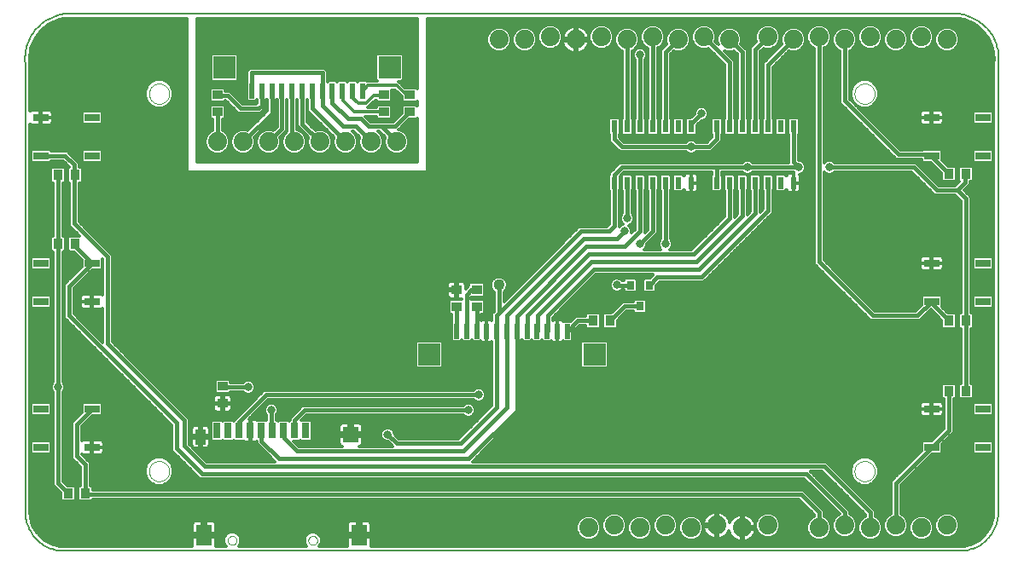
<source format=gtl>
G75*
%MOIN*%
%OFA0B0*%
%FSLAX24Y24*%
%IPPOS*%
%LPD*%
%AMOC8*
5,1,8,0,0,1.08239X$1,22.5*
%
%ADD10C,0.0050*%
%ADD11R,0.0370X0.0400*%
%ADD12R,0.0600X0.0300*%
%ADD13C,0.0000*%
%ADD14R,0.0400X0.0370*%
%ADD15R,0.0300X0.0600*%
%ADD16R,0.0400X0.0600*%
%ADD17R,0.0600X0.0800*%
%ADD18R,0.0600X0.0600*%
%ADD19R,0.0197X0.0591*%
%ADD20R,0.0866X0.0866*%
%ADD21C,0.0740*%
%ADD22R,0.0236X0.0472*%
%ADD23R,0.0315X0.0354*%
%ADD24C,0.0160*%
%ADD25C,0.0330*%
%ADD26C,0.0436*%
%ADD27C,0.0120*%
D10*
X016260Y007643D02*
X016260Y025143D01*
X016250Y025224D01*
X016244Y025306D01*
X016242Y025387D01*
X016244Y025469D01*
X016249Y025550D01*
X016258Y025631D01*
X016271Y025712D01*
X016288Y025792D01*
X016308Y025871D01*
X016332Y025949D01*
X016359Y026026D01*
X016390Y026102D01*
X016425Y026176D01*
X016463Y026248D01*
X016504Y026319D01*
X016548Y026387D01*
X016596Y026454D01*
X016646Y026518D01*
X016700Y026580D01*
X016756Y026639D01*
X016815Y026696D01*
X016876Y026749D01*
X016940Y026800D01*
X017006Y026848D01*
X017074Y026893D01*
X017145Y026935D01*
X017217Y026973D01*
X017291Y027008D01*
X017366Y027039D01*
X017443Y027067D01*
X017521Y027092D01*
X017600Y027113D01*
X017679Y027130D01*
X017760Y027143D01*
X052760Y027143D01*
X052841Y027130D01*
X052920Y027113D01*
X052999Y027092D01*
X053077Y027067D01*
X053154Y027039D01*
X053229Y027008D01*
X053303Y026973D01*
X053375Y026935D01*
X053446Y026893D01*
X053514Y026848D01*
X053580Y026800D01*
X053644Y026749D01*
X053705Y026696D01*
X053764Y026639D01*
X053820Y026580D01*
X053874Y026518D01*
X053924Y026454D01*
X053972Y026387D01*
X054016Y026319D01*
X054057Y026248D01*
X054095Y026176D01*
X054130Y026102D01*
X054161Y026026D01*
X054188Y025949D01*
X054212Y025871D01*
X054232Y025792D01*
X054249Y025712D01*
X054262Y025631D01*
X054271Y025550D01*
X054276Y025469D01*
X054278Y025387D01*
X054276Y025306D01*
X054270Y025224D01*
X054260Y025143D01*
X054260Y007643D01*
X054258Y007567D01*
X054252Y007491D01*
X054243Y007416D01*
X054229Y007341D01*
X054212Y007267D01*
X054191Y007194D01*
X054167Y007122D01*
X054138Y007051D01*
X054107Y006982D01*
X054072Y006915D01*
X054033Y006850D01*
X053991Y006786D01*
X053946Y006725D01*
X053898Y006666D01*
X053847Y006610D01*
X053793Y006556D01*
X053737Y006505D01*
X053678Y006457D01*
X053617Y006412D01*
X053553Y006370D01*
X053488Y006331D01*
X053421Y006296D01*
X053352Y006265D01*
X053281Y006236D01*
X053209Y006212D01*
X053136Y006191D01*
X053062Y006174D01*
X052987Y006160D01*
X052912Y006151D01*
X052836Y006145D01*
X052760Y006143D01*
X017760Y006143D01*
X017684Y006145D01*
X017608Y006151D01*
X017533Y006160D01*
X017458Y006174D01*
X017384Y006191D01*
X017311Y006212D01*
X017239Y006236D01*
X017168Y006265D01*
X017099Y006296D01*
X017032Y006331D01*
X016967Y006370D01*
X016903Y006412D01*
X016842Y006457D01*
X016783Y006505D01*
X016727Y006556D01*
X016673Y006610D01*
X016622Y006666D01*
X016574Y006725D01*
X016529Y006786D01*
X016487Y006850D01*
X016448Y006915D01*
X016413Y006982D01*
X016382Y007051D01*
X016353Y007122D01*
X016329Y007194D01*
X016308Y007267D01*
X016291Y007341D01*
X016277Y007416D01*
X016268Y007491D01*
X016262Y007567D01*
X016260Y007643D01*
D11*
X017925Y008393D03*
X018594Y008393D03*
X018194Y018143D03*
X017525Y018143D03*
X017525Y020843D03*
X018194Y020843D03*
X038425Y015143D03*
X039094Y015143D03*
X052325Y015143D03*
X052994Y015143D03*
X052994Y012393D03*
X052325Y012393D03*
X052325Y020893D03*
X052994Y020893D03*
D12*
X053660Y021593D03*
X053660Y023093D03*
X051660Y023093D03*
X051660Y021593D03*
X051660Y017393D03*
X051660Y015893D03*
X053660Y015893D03*
X053660Y017393D03*
X053660Y011693D03*
X053660Y010193D03*
X051660Y010193D03*
X051660Y011693D03*
X018860Y011693D03*
X016860Y011693D03*
X016860Y010193D03*
X018860Y010193D03*
X018860Y015893D03*
X016860Y015893D03*
X016860Y017393D03*
X018860Y017393D03*
X018860Y021593D03*
X016860Y021593D03*
X016860Y023093D03*
X018860Y023093D03*
D13*
X021086Y024025D02*
X021088Y024064D01*
X021094Y024103D01*
X021104Y024141D01*
X021117Y024178D01*
X021134Y024213D01*
X021154Y024247D01*
X021178Y024278D01*
X021205Y024307D01*
X021234Y024333D01*
X021266Y024356D01*
X021300Y024376D01*
X021336Y024392D01*
X021373Y024404D01*
X021412Y024413D01*
X021451Y024418D01*
X021490Y024419D01*
X021529Y024416D01*
X021568Y024409D01*
X021605Y024398D01*
X021642Y024384D01*
X021677Y024366D01*
X021710Y024345D01*
X021741Y024320D01*
X021769Y024293D01*
X021794Y024263D01*
X021816Y024230D01*
X021835Y024196D01*
X021850Y024160D01*
X021862Y024122D01*
X021870Y024084D01*
X021874Y024045D01*
X021874Y024005D01*
X021870Y023966D01*
X021862Y023928D01*
X021850Y023890D01*
X021835Y023854D01*
X021816Y023820D01*
X021794Y023787D01*
X021769Y023757D01*
X021741Y023730D01*
X021710Y023705D01*
X021677Y023684D01*
X021642Y023666D01*
X021605Y023652D01*
X021568Y023641D01*
X021529Y023634D01*
X021490Y023631D01*
X021451Y023632D01*
X021412Y023637D01*
X021373Y023646D01*
X021336Y023658D01*
X021300Y023674D01*
X021266Y023694D01*
X021234Y023717D01*
X021205Y023743D01*
X021178Y023772D01*
X021154Y023803D01*
X021134Y023837D01*
X021117Y023872D01*
X021104Y023909D01*
X021094Y023947D01*
X021088Y023986D01*
X021086Y024025D01*
X021086Y009261D02*
X021088Y009300D01*
X021094Y009339D01*
X021104Y009377D01*
X021117Y009414D01*
X021134Y009449D01*
X021154Y009483D01*
X021178Y009514D01*
X021205Y009543D01*
X021234Y009569D01*
X021266Y009592D01*
X021300Y009612D01*
X021336Y009628D01*
X021373Y009640D01*
X021412Y009649D01*
X021451Y009654D01*
X021490Y009655D01*
X021529Y009652D01*
X021568Y009645D01*
X021605Y009634D01*
X021642Y009620D01*
X021677Y009602D01*
X021710Y009581D01*
X021741Y009556D01*
X021769Y009529D01*
X021794Y009499D01*
X021816Y009466D01*
X021835Y009432D01*
X021850Y009396D01*
X021862Y009358D01*
X021870Y009320D01*
X021874Y009281D01*
X021874Y009241D01*
X021870Y009202D01*
X021862Y009164D01*
X021850Y009126D01*
X021835Y009090D01*
X021816Y009056D01*
X021794Y009023D01*
X021769Y008993D01*
X021741Y008966D01*
X021710Y008941D01*
X021677Y008920D01*
X021642Y008902D01*
X021605Y008888D01*
X021568Y008877D01*
X021529Y008870D01*
X021490Y008867D01*
X021451Y008868D01*
X021412Y008873D01*
X021373Y008882D01*
X021336Y008894D01*
X021300Y008910D01*
X021266Y008930D01*
X021234Y008953D01*
X021205Y008979D01*
X021178Y009008D01*
X021154Y009039D01*
X021134Y009073D01*
X021117Y009108D01*
X021104Y009145D01*
X021094Y009183D01*
X021088Y009222D01*
X021086Y009261D01*
X024161Y006552D02*
X024163Y006578D01*
X024169Y006604D01*
X024178Y006628D01*
X024191Y006651D01*
X024208Y006671D01*
X024227Y006689D01*
X024249Y006704D01*
X024272Y006715D01*
X024297Y006723D01*
X024323Y006727D01*
X024349Y006727D01*
X024375Y006723D01*
X024400Y006715D01*
X024424Y006704D01*
X024445Y006689D01*
X024464Y006671D01*
X024481Y006651D01*
X024494Y006628D01*
X024503Y006604D01*
X024509Y006578D01*
X024511Y006552D01*
X024509Y006526D01*
X024503Y006500D01*
X024494Y006476D01*
X024481Y006453D01*
X024464Y006433D01*
X024445Y006415D01*
X024423Y006400D01*
X024400Y006389D01*
X024375Y006381D01*
X024349Y006377D01*
X024323Y006377D01*
X024297Y006381D01*
X024272Y006389D01*
X024248Y006400D01*
X024227Y006415D01*
X024208Y006433D01*
X024191Y006453D01*
X024178Y006476D01*
X024169Y006500D01*
X024163Y006526D01*
X024161Y006552D01*
X027310Y006552D02*
X027312Y006578D01*
X027318Y006604D01*
X027327Y006628D01*
X027340Y006651D01*
X027357Y006671D01*
X027376Y006689D01*
X027398Y006704D01*
X027421Y006715D01*
X027446Y006723D01*
X027472Y006727D01*
X027498Y006727D01*
X027524Y006723D01*
X027549Y006715D01*
X027573Y006704D01*
X027594Y006689D01*
X027613Y006671D01*
X027630Y006651D01*
X027643Y006628D01*
X027652Y006604D01*
X027658Y006578D01*
X027660Y006552D01*
X027658Y006526D01*
X027652Y006500D01*
X027643Y006476D01*
X027630Y006453D01*
X027613Y006433D01*
X027594Y006415D01*
X027572Y006400D01*
X027549Y006389D01*
X027524Y006381D01*
X027498Y006377D01*
X027472Y006377D01*
X027446Y006381D01*
X027421Y006389D01*
X027397Y006400D01*
X027376Y006415D01*
X027357Y006433D01*
X027340Y006453D01*
X027327Y006476D01*
X027318Y006500D01*
X027312Y006526D01*
X027310Y006552D01*
X048645Y009261D02*
X048647Y009300D01*
X048653Y009339D01*
X048663Y009377D01*
X048676Y009414D01*
X048693Y009449D01*
X048713Y009483D01*
X048737Y009514D01*
X048764Y009543D01*
X048793Y009569D01*
X048825Y009592D01*
X048859Y009612D01*
X048895Y009628D01*
X048932Y009640D01*
X048971Y009649D01*
X049010Y009654D01*
X049049Y009655D01*
X049088Y009652D01*
X049127Y009645D01*
X049164Y009634D01*
X049201Y009620D01*
X049236Y009602D01*
X049269Y009581D01*
X049300Y009556D01*
X049328Y009529D01*
X049353Y009499D01*
X049375Y009466D01*
X049394Y009432D01*
X049409Y009396D01*
X049421Y009358D01*
X049429Y009320D01*
X049433Y009281D01*
X049433Y009241D01*
X049429Y009202D01*
X049421Y009164D01*
X049409Y009126D01*
X049394Y009090D01*
X049375Y009056D01*
X049353Y009023D01*
X049328Y008993D01*
X049300Y008966D01*
X049269Y008941D01*
X049236Y008920D01*
X049201Y008902D01*
X049164Y008888D01*
X049127Y008877D01*
X049088Y008870D01*
X049049Y008867D01*
X049010Y008868D01*
X048971Y008873D01*
X048932Y008882D01*
X048895Y008894D01*
X048859Y008910D01*
X048825Y008930D01*
X048793Y008953D01*
X048764Y008979D01*
X048737Y009008D01*
X048713Y009039D01*
X048693Y009073D01*
X048676Y009108D01*
X048663Y009145D01*
X048653Y009183D01*
X048647Y009222D01*
X048645Y009261D01*
X048645Y024025D02*
X048647Y024064D01*
X048653Y024103D01*
X048663Y024141D01*
X048676Y024178D01*
X048693Y024213D01*
X048713Y024247D01*
X048737Y024278D01*
X048764Y024307D01*
X048793Y024333D01*
X048825Y024356D01*
X048859Y024376D01*
X048895Y024392D01*
X048932Y024404D01*
X048971Y024413D01*
X049010Y024418D01*
X049049Y024419D01*
X049088Y024416D01*
X049127Y024409D01*
X049164Y024398D01*
X049201Y024384D01*
X049236Y024366D01*
X049269Y024345D01*
X049300Y024320D01*
X049328Y024293D01*
X049353Y024263D01*
X049375Y024230D01*
X049394Y024196D01*
X049409Y024160D01*
X049421Y024122D01*
X049429Y024084D01*
X049433Y024045D01*
X049433Y024005D01*
X049429Y023966D01*
X049421Y023928D01*
X049409Y023890D01*
X049394Y023854D01*
X049375Y023820D01*
X049353Y023787D01*
X049328Y023757D01*
X049300Y023730D01*
X049269Y023705D01*
X049236Y023684D01*
X049201Y023666D01*
X049164Y023652D01*
X049127Y023641D01*
X049088Y023634D01*
X049049Y023631D01*
X049010Y023632D01*
X048971Y023637D01*
X048932Y023646D01*
X048895Y023658D01*
X048859Y023674D01*
X048825Y023694D01*
X048793Y023717D01*
X048764Y023743D01*
X048737Y023772D01*
X048713Y023803D01*
X048693Y023837D01*
X048676Y023872D01*
X048663Y023909D01*
X048653Y023947D01*
X048647Y023986D01*
X048645Y024025D01*
D14*
X033882Y016353D03*
X033094Y016353D03*
X033094Y015684D03*
X033882Y015684D03*
X023960Y012578D03*
X023960Y011909D03*
X023760Y023309D03*
X023760Y023978D03*
X030260Y023978D03*
X031260Y023978D03*
X031260Y023309D03*
X030260Y023309D03*
D15*
X027210Y010843D03*
X026777Y010843D03*
X026344Y010843D03*
X025911Y010843D03*
X025478Y010843D03*
X025045Y010843D03*
X024611Y010843D03*
X024178Y010843D03*
X023745Y010843D03*
D16*
X023097Y010607D03*
D17*
X023234Y006759D03*
X029297Y006759D03*
D18*
X028974Y010689D03*
D19*
X033094Y014735D03*
X033488Y014735D03*
X033882Y014735D03*
X034275Y014735D03*
X034669Y014735D03*
X035063Y014735D03*
X035456Y014735D03*
X035850Y014735D03*
X036244Y014735D03*
X036637Y014735D03*
X037031Y014735D03*
X037425Y014735D03*
X029425Y024139D03*
X029031Y024139D03*
X028637Y024139D03*
X028244Y024139D03*
X027850Y024139D03*
X027456Y024139D03*
X027063Y024139D03*
X026669Y024139D03*
X026275Y024139D03*
X025882Y024139D03*
X025488Y024139D03*
X025094Y024139D03*
D20*
X024031Y025043D03*
X030488Y025043D03*
X032031Y013830D03*
X038488Y013830D03*
D21*
X039260Y007143D03*
X038260Y007043D03*
X040260Y007043D03*
X041260Y007143D03*
X042260Y007043D03*
X043260Y007143D03*
X044260Y007043D03*
X045260Y007143D03*
X047260Y007043D03*
X048260Y007143D03*
X049260Y007043D03*
X050260Y007143D03*
X051260Y007043D03*
X052260Y007143D03*
X030760Y022143D03*
X029760Y022143D03*
X028760Y022143D03*
X027760Y022143D03*
X026760Y022143D03*
X025760Y022143D03*
X024760Y022143D03*
X023760Y022143D03*
X034760Y026143D03*
X035760Y026143D03*
X036760Y026243D03*
X037760Y026143D03*
X038760Y026243D03*
X039760Y026143D03*
X040760Y026243D03*
X041760Y026143D03*
X042760Y026243D03*
X043760Y026143D03*
X045260Y026243D03*
X046260Y026143D03*
X047260Y026243D03*
X048260Y026143D03*
X049260Y026243D03*
X050260Y026143D03*
X051260Y026243D03*
X052260Y026143D03*
D22*
X046260Y022746D03*
X045760Y022746D03*
X045260Y022746D03*
X044760Y022746D03*
X044260Y022746D03*
X043760Y022746D03*
X043260Y022746D03*
X042260Y022746D03*
X041760Y022746D03*
X041260Y022746D03*
X040760Y022746D03*
X040260Y022746D03*
X039760Y022746D03*
X039260Y022746D03*
X039260Y020541D03*
X039760Y020541D03*
X040260Y020541D03*
X040760Y020541D03*
X041260Y020541D03*
X041760Y020541D03*
X042260Y020541D03*
X043260Y020541D03*
X043760Y020541D03*
X044260Y020541D03*
X044760Y020541D03*
X045260Y020541D03*
X045760Y020541D03*
X046260Y020541D03*
D23*
X040634Y016537D03*
X039885Y016537D03*
X040260Y015710D03*
D24*
X039661Y015710D01*
X039094Y015143D01*
X038425Y015143D02*
X037833Y015143D01*
X037425Y014735D01*
X036660Y014757D02*
X036637Y014735D01*
X036660Y014757D02*
X036660Y015343D01*
X038460Y017143D01*
X042560Y017143D01*
X044760Y019343D01*
X044760Y020541D01*
X045260Y020541D02*
X045260Y019443D01*
X042660Y016843D01*
X040940Y016843D01*
X040634Y016537D01*
X039885Y016537D02*
X039360Y016537D01*
X039360Y016543D01*
X038360Y017443D02*
X036260Y015343D01*
X036260Y014751D01*
X036244Y014735D01*
X035860Y014744D02*
X035850Y014735D01*
X035860Y014744D02*
X035860Y015343D01*
X038260Y017743D01*
X042360Y017743D01*
X043760Y019143D01*
X043760Y020541D01*
X044260Y020541D02*
X044260Y019243D01*
X042460Y017443D01*
X038360Y017443D01*
X038160Y018043D02*
X039660Y018043D01*
X040260Y018643D01*
X040260Y020541D01*
X040760Y020541D02*
X040760Y018643D01*
X040260Y018143D01*
X039660Y018643D02*
X039360Y018343D01*
X038060Y018343D01*
X035063Y015346D01*
X035063Y014735D01*
X035063Y011746D01*
X033360Y010043D01*
X026860Y010043D01*
X026360Y010543D01*
X026360Y010828D01*
X026344Y010843D01*
X026777Y010843D02*
X026777Y011261D01*
X027160Y011643D01*
X033560Y011643D01*
X033960Y012243D02*
X025660Y012243D01*
X024611Y011195D01*
X024611Y010843D01*
X025478Y010843D02*
X025478Y010425D01*
X026160Y009743D01*
X033560Y009743D01*
X035456Y011640D01*
X035456Y014735D01*
X035456Y015340D01*
X038160Y018043D01*
X037960Y018643D02*
X039060Y018643D01*
X039260Y018843D01*
X039260Y020541D01*
X039260Y020843D01*
X039560Y021143D01*
X043260Y021143D01*
X044460Y021143D01*
X044960Y021143D01*
X046460Y021143D01*
X046260Y021343D01*
X046260Y022746D01*
X045260Y022746D02*
X045260Y025143D01*
X046260Y026143D01*
X047260Y026243D02*
X047260Y017443D01*
X049360Y015343D01*
X051110Y015343D01*
X051660Y015893D01*
X051660Y015809D01*
X052325Y015143D01*
X052994Y015143D02*
X052994Y012393D01*
X052325Y012393D02*
X052325Y010859D01*
X051660Y010193D01*
X050260Y008793D01*
X050260Y007143D01*
X049260Y007043D02*
X049260Y007643D01*
X047460Y009443D01*
X023260Y009443D01*
X022460Y010243D01*
X022460Y011243D01*
X019460Y014243D01*
X019460Y017643D01*
X018160Y018943D01*
X018160Y020809D01*
X018194Y020843D01*
X018160Y020878D01*
X018160Y021243D01*
X017810Y021593D01*
X016860Y021593D01*
X017525Y020843D02*
X017525Y018143D01*
X017525Y012543D01*
X017525Y008793D01*
X017925Y008393D01*
X018594Y008393D02*
X018644Y008343D01*
X046560Y008343D01*
X047260Y007643D01*
X047260Y007043D01*
X048260Y007143D02*
X048260Y007643D01*
X046760Y009143D01*
X023160Y009143D01*
X022160Y010143D01*
X022160Y011143D01*
X017960Y015343D01*
X017960Y016493D01*
X018860Y017393D01*
X018194Y018059D01*
X018194Y018143D01*
X023760Y022143D02*
X023760Y023309D01*
X024160Y023943D02*
X024660Y023443D01*
X025360Y023443D01*
X025488Y023572D01*
X025488Y024139D01*
X025882Y024139D02*
X025882Y023265D01*
X024760Y022143D01*
X025760Y022143D02*
X026275Y022659D01*
X026275Y024139D01*
X026669Y024139D02*
X026669Y022234D01*
X026760Y022143D01*
X027063Y022840D02*
X027760Y022143D01*
X028760Y022143D02*
X027456Y023446D01*
X027456Y024139D01*
X027063Y024139D02*
X027063Y022840D01*
X027850Y023553D02*
X027850Y024139D01*
X027860Y024139D01*
X027860Y024843D01*
X025094Y024843D01*
X025094Y024139D01*
X024160Y023943D02*
X023794Y023943D01*
X023760Y023978D01*
X027850Y023553D02*
X028660Y022743D01*
X029160Y022743D01*
X029760Y022143D01*
X030160Y022743D02*
X030760Y022143D01*
X030694Y022743D02*
X030160Y022743D01*
X029660Y022743D01*
X029360Y023043D01*
X028860Y023043D01*
X028244Y023659D01*
X028244Y024139D01*
X030694Y022743D02*
X031260Y023309D01*
X039260Y022746D02*
X039260Y022243D01*
X039560Y021943D01*
X042260Y021943D01*
X042960Y021943D01*
X043260Y022243D01*
X043260Y022746D01*
X043760Y022746D02*
X043760Y025243D01*
X042760Y026243D01*
X043760Y026143D02*
X044260Y025643D01*
X044260Y022746D01*
X044760Y022746D02*
X044760Y025743D01*
X045260Y026243D01*
X048260Y026143D02*
X048260Y023743D01*
X050360Y021643D01*
X051610Y021643D01*
X051660Y021593D01*
X051660Y021559D01*
X052325Y020893D01*
X052960Y020859D02*
X052960Y020543D01*
X052660Y020243D01*
X052994Y019909D01*
X052994Y015143D01*
X052660Y020243D02*
X051860Y020243D01*
X050960Y021143D01*
X047660Y021143D01*
X043260Y021143D02*
X043260Y020541D01*
X041260Y020541D02*
X041260Y018143D01*
X039760Y019143D02*
X039760Y020541D01*
X039760Y022746D02*
X039760Y026143D01*
X040260Y025543D02*
X040260Y022746D01*
X040760Y022746D02*
X040760Y026243D01*
X041260Y025643D02*
X041760Y026143D01*
X041260Y025643D02*
X041260Y022746D01*
X042260Y022746D02*
X042260Y022843D01*
X042660Y023243D01*
X037960Y018643D02*
X034760Y015443D01*
X034669Y015353D01*
X034669Y014735D01*
X034660Y014735D01*
X034660Y011743D01*
X033260Y010343D01*
X030760Y010343D01*
X030410Y010693D01*
X025911Y010843D02*
X025860Y010894D01*
X025860Y011643D01*
X024960Y012543D02*
X023994Y012543D01*
X023960Y012578D01*
X023925Y012543D01*
X018860Y011693D02*
X018260Y011093D01*
X018260Y009843D01*
X018594Y009509D01*
X018594Y008393D01*
X033094Y014735D02*
X033094Y015684D01*
X033882Y015684D02*
X033882Y014735D01*
X033488Y014735D02*
X033488Y016172D01*
X033660Y016343D01*
X033872Y016343D01*
X033882Y016353D01*
X034760Y016543D02*
X034760Y015443D01*
X052960Y020859D02*
X052994Y020893D01*
D25*
X053660Y020043D03*
X052260Y019543D03*
X048160Y017543D03*
X043760Y017043D03*
X041560Y016143D03*
X039360Y016543D03*
X038660Y015943D03*
X037560Y015543D03*
X036560Y013743D03*
X033960Y012243D03*
X033560Y011643D03*
X032060Y011043D03*
X030410Y010693D03*
X028060Y011143D03*
X025860Y011643D03*
X024960Y012543D03*
X022760Y011643D03*
X020260Y011643D03*
X017525Y012543D03*
X018760Y013143D03*
X016860Y013943D03*
X018760Y015143D03*
X018960Y016643D03*
X018060Y017343D03*
X019260Y019343D03*
X016860Y019543D03*
X017860Y023843D03*
X023160Y024443D03*
X024460Y022943D03*
X024260Y021543D03*
X027560Y022843D03*
X030760Y023643D03*
X028960Y025343D03*
X031260Y025943D03*
X025760Y025543D03*
X038460Y024443D03*
X040260Y025543D03*
X042360Y024843D03*
X042560Y023743D03*
X042660Y023243D03*
X042260Y021943D03*
X044460Y021143D03*
X045260Y021843D03*
X046460Y021143D03*
X047660Y021143D03*
X048760Y021943D03*
X051360Y024443D03*
X047660Y024743D03*
X046160Y024743D03*
X038260Y019843D03*
X039760Y019143D03*
X039660Y018643D03*
X040260Y018143D03*
X041260Y018143D03*
X041760Y019243D03*
X042960Y019543D03*
X051560Y013843D03*
X053760Y013843D03*
X049860Y011143D03*
X046860Y010243D03*
X047560Y008843D03*
X046160Y007543D03*
X044160Y008743D03*
X043260Y010243D03*
X041660Y011143D03*
X039860Y009943D03*
X039760Y008743D03*
X041760Y008743D03*
X036060Y009843D03*
X036160Y011043D03*
X033160Y008743D03*
X033660Y013543D03*
X024160Y008743D03*
X019760Y009643D03*
X018760Y007143D03*
X021560Y013143D03*
X052760Y008743D03*
D26*
X034760Y016543D03*
D27*
X035054Y016690D02*
X035737Y016690D01*
X035619Y016571D02*
X035088Y016571D01*
X035088Y016609D02*
X035038Y016729D01*
X034945Y016821D01*
X034825Y016871D01*
X034694Y016871D01*
X034574Y016821D01*
X034481Y016729D01*
X034431Y016609D01*
X034431Y016478D01*
X034481Y016357D01*
X034570Y016269D01*
X034570Y015522D01*
X034479Y015431D01*
X034479Y015151D01*
X034472Y015158D01*
X034435Y015179D01*
X034395Y015190D01*
X034275Y015190D01*
X034156Y015190D01*
X034115Y015179D01*
X034079Y015158D01*
X034072Y015151D01*
X034072Y015389D01*
X034127Y015389D01*
X034192Y015453D01*
X034192Y015914D01*
X034127Y015979D01*
X033678Y015979D01*
X034570Y015979D01*
X034570Y016097D02*
X034166Y016097D01*
X034192Y016122D02*
X034127Y016058D01*
X033678Y016058D01*
X033678Y015979D01*
X033298Y015979D02*
X019650Y015979D01*
X019650Y016097D02*
X032750Y016097D01*
X032745Y016106D02*
X032766Y016070D01*
X032796Y016040D01*
X032832Y016019D01*
X032873Y016008D01*
X033062Y016008D01*
X033062Y016320D01*
X033127Y016320D01*
X033127Y016008D01*
X033298Y016008D01*
X033298Y015979D01*
X032849Y015979D01*
X032784Y015914D01*
X032784Y015453D01*
X032849Y015389D01*
X032904Y015389D01*
X032904Y015094D01*
X032886Y015076D01*
X032886Y014394D01*
X032950Y014330D01*
X033238Y014330D01*
X033291Y014382D01*
X033344Y014330D01*
X033632Y014330D01*
X033685Y014382D01*
X033738Y014330D01*
X034026Y014330D01*
X034045Y014349D01*
X034049Y014341D01*
X034079Y014312D01*
X034115Y014290D01*
X034156Y014280D01*
X034275Y014280D01*
X034275Y014735D01*
X034275Y015190D01*
X034275Y014735D01*
X034275Y014735D01*
X034275Y014735D01*
X034275Y014280D01*
X034395Y014280D01*
X034435Y014290D01*
X034470Y014310D01*
X034470Y011822D01*
X033181Y010533D01*
X030838Y010533D01*
X030685Y010687D01*
X030685Y010748D01*
X030643Y010849D01*
X030565Y010926D01*
X030464Y010968D01*
X030355Y010968D01*
X030254Y010926D01*
X030176Y010849D01*
X030135Y010748D01*
X030135Y010639D01*
X030176Y010538D01*
X030254Y010460D01*
X030355Y010418D01*
X030416Y010418D01*
X030601Y010233D01*
X029311Y010233D01*
X029336Y010240D01*
X029372Y010261D01*
X029402Y010291D01*
X030543Y010291D01*
X030425Y010409D02*
X029434Y010409D01*
X029434Y010368D02*
X029434Y010629D01*
X029034Y010629D01*
X029034Y010749D01*
X028914Y010749D01*
X028914Y010629D01*
X028514Y010629D01*
X028514Y010368D01*
X028525Y010327D01*
X028546Y010291D01*
X026881Y010291D01*
X026938Y010233D02*
X026738Y010433D01*
X026972Y010433D01*
X026993Y010454D01*
X027014Y010433D01*
X027405Y010433D01*
X027470Y010498D01*
X027470Y011189D01*
X027405Y011253D01*
X027038Y011253D01*
X027238Y011453D01*
X033361Y011453D01*
X033404Y011410D01*
X033505Y011368D01*
X033614Y011368D01*
X033715Y011410D01*
X033793Y011488D01*
X033835Y011589D01*
X033835Y011698D01*
X033793Y011799D01*
X033715Y011876D01*
X033614Y011918D01*
X033505Y011918D01*
X033404Y011876D01*
X033361Y011833D01*
X027081Y011833D01*
X026587Y011339D01*
X026587Y011253D01*
X026581Y011253D01*
X026560Y011232D01*
X026539Y011253D01*
X026148Y011253D01*
X026127Y011232D01*
X026106Y011253D01*
X026050Y011253D01*
X026050Y011444D01*
X026093Y011488D01*
X026135Y011589D01*
X026135Y011698D01*
X026093Y011799D01*
X026015Y011876D01*
X025914Y011918D01*
X025805Y011918D01*
X025704Y011876D01*
X025626Y011799D01*
X025585Y011698D01*
X025585Y011589D01*
X025626Y011488D01*
X025670Y011444D01*
X025670Y011253D01*
X025311Y011253D01*
X025293Y011271D01*
X025256Y011292D01*
X025216Y011303D01*
X025060Y011303D01*
X025060Y010858D01*
X025030Y010858D01*
X025030Y011303D01*
X024988Y011303D01*
X025738Y012053D01*
X033761Y012053D01*
X033804Y012010D01*
X033905Y011968D01*
X034014Y011968D01*
X034115Y012010D01*
X034193Y012088D01*
X034235Y012189D01*
X034235Y012298D01*
X034193Y012399D01*
X034115Y012476D01*
X034014Y012518D01*
X033905Y012518D01*
X033804Y012476D01*
X033761Y012433D01*
X025581Y012433D01*
X025470Y012322D01*
X024421Y011274D01*
X024421Y011253D01*
X024416Y011253D01*
X024395Y011232D01*
X024374Y011253D01*
X023983Y011253D01*
X023962Y011232D01*
X023941Y011253D01*
X023550Y011253D01*
X023485Y011189D01*
X023485Y010498D01*
X023550Y010433D01*
X023941Y010433D01*
X023962Y010454D01*
X023983Y010433D01*
X024374Y010433D01*
X024395Y010454D01*
X024416Y010433D01*
X024778Y010433D01*
X024796Y010415D01*
X024833Y010394D01*
X024873Y010383D01*
X025030Y010383D01*
X025030Y010828D01*
X025060Y010828D01*
X025060Y010383D01*
X025216Y010383D01*
X025256Y010394D01*
X025288Y010412D01*
X025288Y010346D01*
X025970Y009665D01*
X025970Y009665D01*
X026001Y009633D01*
X023338Y009633D01*
X022650Y010322D01*
X022650Y011322D01*
X022538Y011433D01*
X019650Y014322D01*
X019650Y017722D01*
X019538Y017833D01*
X018350Y019022D01*
X018350Y020533D01*
X018425Y020533D01*
X018489Y020598D01*
X018489Y021089D01*
X018425Y021153D01*
X018350Y021153D01*
X018350Y021322D01*
X018238Y021433D01*
X017888Y021783D01*
X017270Y021783D01*
X017270Y021789D01*
X017205Y021853D01*
X016514Y021853D01*
X016450Y021789D01*
X016450Y021398D01*
X016514Y021333D01*
X017205Y021333D01*
X017270Y021398D01*
X017270Y021403D01*
X017731Y021403D01*
X017970Y021165D01*
X017970Y021153D01*
X017964Y021153D01*
X017899Y021089D01*
X017899Y020598D01*
X017964Y020533D01*
X017970Y020533D01*
X017970Y018865D01*
X018381Y018453D01*
X017964Y018453D01*
X017899Y018389D01*
X017899Y017898D01*
X017964Y017833D01*
X018151Y017833D01*
X018450Y017535D01*
X018450Y017252D01*
X017881Y016683D01*
X017770Y016572D01*
X017770Y015265D01*
X021970Y011065D01*
X021970Y010065D01*
X022970Y009065D01*
X023081Y008953D01*
X046681Y008953D01*
X048056Y007578D01*
X047988Y007550D01*
X047853Y007415D01*
X047780Y007239D01*
X047780Y007048D01*
X047853Y006871D01*
X047988Y006736D01*
X048164Y006663D01*
X048355Y006663D01*
X048531Y006736D01*
X048666Y006871D01*
X048740Y007048D01*
X048740Y007239D01*
X048666Y007415D01*
X048531Y007550D01*
X048450Y007584D01*
X048450Y007722D01*
X048338Y007833D01*
X046918Y009253D01*
X047381Y009253D01*
X049070Y007565D01*
X049070Y007484D01*
X048988Y007450D01*
X048853Y007315D01*
X048780Y007139D01*
X048780Y006948D01*
X048853Y006771D01*
X048988Y006636D01*
X049164Y006563D01*
X049355Y006563D01*
X049531Y006636D01*
X049666Y006771D01*
X049740Y006948D01*
X049740Y007139D01*
X049666Y007315D01*
X049531Y007450D01*
X049450Y007484D01*
X049450Y007722D01*
X049338Y007833D01*
X047538Y009633D01*
X033718Y009633D01*
X035646Y011561D01*
X035646Y014376D01*
X035653Y014382D01*
X035706Y014330D01*
X035994Y014330D01*
X036047Y014382D01*
X036100Y014330D01*
X036388Y014330D01*
X036441Y014382D01*
X036493Y014330D01*
X036781Y014330D01*
X036801Y014349D01*
X036805Y014341D01*
X036834Y014312D01*
X036871Y014290D01*
X036912Y014280D01*
X037031Y014280D01*
X037031Y014735D01*
X037031Y015190D01*
X036912Y015190D01*
X036871Y015179D01*
X036850Y015167D01*
X036850Y015265D01*
X038538Y016953D01*
X040781Y016953D01*
X040652Y016824D01*
X040430Y016824D01*
X040366Y016760D01*
X040366Y016314D01*
X040430Y016250D01*
X040837Y016250D01*
X040901Y016314D01*
X040901Y016536D01*
X041019Y016653D01*
X042738Y016653D01*
X042850Y016765D01*
X045450Y019365D01*
X045450Y020221D01*
X045488Y020259D01*
X045488Y020823D01*
X045423Y020887D01*
X045096Y020887D01*
X045031Y020823D01*
X045031Y020259D01*
X045070Y020221D01*
X045070Y019522D01*
X044950Y019402D01*
X044950Y020221D01*
X044988Y020259D01*
X044988Y020823D01*
X044923Y020887D01*
X044596Y020887D01*
X044531Y020823D01*
X044531Y020259D01*
X044570Y020221D01*
X044570Y019422D01*
X044450Y019302D01*
X044450Y020221D01*
X044488Y020259D01*
X044488Y020823D01*
X044442Y020868D01*
X044514Y020868D01*
X044615Y020910D01*
X044658Y020953D01*
X046261Y020953D01*
X046277Y020937D01*
X046260Y020937D01*
X046260Y020541D01*
X046538Y020541D01*
X046538Y020798D01*
X046527Y020839D01*
X046510Y020868D01*
X046514Y020868D01*
X046615Y020910D01*
X046693Y020988D01*
X046735Y021089D01*
X046735Y021198D01*
X046693Y021299D01*
X046615Y021376D01*
X046514Y021418D01*
X046453Y021418D01*
X046450Y021422D01*
X046450Y022426D01*
X046488Y022464D01*
X046488Y023027D01*
X046423Y023092D01*
X046096Y023092D01*
X046031Y023027D01*
X046031Y022464D01*
X046070Y022426D01*
X046070Y021333D01*
X044658Y021333D01*
X044615Y021376D01*
X044514Y021418D01*
X044405Y021418D01*
X044304Y021376D01*
X044261Y021333D01*
X039481Y021333D01*
X039370Y021222D01*
X039070Y020922D01*
X039070Y020861D01*
X039031Y020823D01*
X039031Y020259D01*
X039070Y020221D01*
X039070Y018922D01*
X038981Y018833D01*
X037881Y018833D01*
X037770Y018722D01*
X034950Y015902D01*
X034950Y016269D01*
X035038Y016357D01*
X035088Y016478D01*
X035088Y016609D01*
X035077Y016453D02*
X035500Y016453D01*
X035382Y016334D02*
X035015Y016334D01*
X034950Y016216D02*
X035263Y016216D01*
X035145Y016097D02*
X034950Y016097D01*
X034950Y015979D02*
X035026Y015979D01*
X034570Y015860D02*
X034192Y015860D01*
X034192Y015742D02*
X034570Y015742D01*
X034570Y015623D02*
X034192Y015623D01*
X034192Y015505D02*
X034552Y015505D01*
X034479Y015386D02*
X034072Y015386D01*
X034072Y015268D02*
X034479Y015268D01*
X034275Y015149D02*
X034275Y015149D01*
X034275Y015031D02*
X034275Y015031D01*
X034275Y014912D02*
X034275Y014912D01*
X034275Y014794D02*
X034275Y014794D01*
X034275Y014675D02*
X034275Y014675D01*
X034275Y014557D02*
X034275Y014557D01*
X034275Y014438D02*
X034275Y014438D01*
X034275Y014320D02*
X034275Y014320D01*
X034070Y014320D02*
X032563Y014320D01*
X032574Y014309D02*
X032510Y014373D01*
X031553Y014373D01*
X031488Y014309D01*
X031488Y013352D01*
X031553Y013287D01*
X032510Y013287D01*
X032574Y013352D01*
X032574Y014309D01*
X032574Y014201D02*
X034470Y014201D01*
X034470Y014083D02*
X032574Y014083D01*
X032574Y013964D02*
X034470Y013964D01*
X034470Y013846D02*
X032574Y013846D01*
X032574Y013727D02*
X034470Y013727D01*
X034470Y013609D02*
X032574Y013609D01*
X032574Y013490D02*
X034470Y013490D01*
X034470Y013372D02*
X032574Y013372D01*
X031488Y013372D02*
X020600Y013372D01*
X020718Y013253D02*
X034470Y013253D01*
X034470Y013135D02*
X020837Y013135D01*
X020955Y013016D02*
X034470Y013016D01*
X034470Y012898D02*
X021074Y012898D01*
X021192Y012779D02*
X023650Y012779D01*
X023650Y012809D02*
X023650Y012347D01*
X023714Y012283D01*
X024205Y012283D01*
X024270Y012347D01*
X024270Y012353D01*
X024761Y012353D01*
X024804Y012310D01*
X024905Y012268D01*
X025014Y012268D01*
X025115Y012310D01*
X025193Y012388D01*
X025235Y012489D01*
X025235Y012598D01*
X025193Y012699D01*
X025115Y012776D01*
X025014Y012818D01*
X024905Y012818D01*
X024804Y012776D01*
X024761Y012733D01*
X024270Y012733D01*
X024270Y012809D01*
X024205Y012873D01*
X023714Y012873D01*
X023650Y012809D01*
X023650Y012661D02*
X021311Y012661D01*
X021429Y012542D02*
X023650Y012542D01*
X023650Y012424D02*
X021548Y012424D01*
X021666Y012305D02*
X023692Y012305D01*
X023698Y012243D02*
X023661Y012222D01*
X023631Y012192D01*
X023610Y012155D01*
X023600Y012115D01*
X023600Y011941D01*
X023927Y011941D01*
X023927Y011876D01*
X023992Y011876D01*
X023992Y011564D01*
X024181Y011564D01*
X024221Y011575D01*
X024258Y011596D01*
X024288Y011625D01*
X024309Y011662D01*
X024320Y011703D01*
X024320Y011876D01*
X023992Y011876D01*
X023992Y011941D01*
X024320Y011941D01*
X024320Y012115D01*
X024309Y012155D01*
X024288Y012192D01*
X024258Y012222D01*
X024221Y012243D01*
X024181Y012254D01*
X023992Y012254D01*
X023992Y011941D01*
X023927Y011941D01*
X023927Y012254D01*
X023738Y012254D01*
X023698Y012243D01*
X023629Y012187D02*
X021785Y012187D01*
X021903Y012068D02*
X023600Y012068D01*
X023600Y011950D02*
X022022Y011950D01*
X022140Y011831D02*
X023600Y011831D01*
X023600Y011876D02*
X023600Y011703D01*
X023610Y011662D01*
X023631Y011625D01*
X023661Y011596D01*
X023698Y011575D01*
X023738Y011564D01*
X023927Y011564D01*
X023927Y011876D01*
X023600Y011876D01*
X023600Y011713D02*
X022259Y011713D01*
X022377Y011594D02*
X023664Y011594D01*
X023927Y011594D02*
X023992Y011594D01*
X023992Y011713D02*
X023927Y011713D01*
X023927Y011831D02*
X023992Y011831D01*
X023992Y011950D02*
X023927Y011950D01*
X023927Y012068D02*
X023992Y012068D01*
X023992Y012187D02*
X023927Y012187D01*
X024227Y012305D02*
X024815Y012305D01*
X025104Y012305D02*
X025453Y012305D01*
X025334Y012187D02*
X024290Y012187D01*
X024320Y012068D02*
X025216Y012068D01*
X025097Y011950D02*
X024320Y011950D01*
X024320Y011831D02*
X024979Y011831D01*
X024860Y011713D02*
X024320Y011713D01*
X024255Y011594D02*
X024742Y011594D01*
X024623Y011476D02*
X022496Y011476D01*
X022614Y011357D02*
X024505Y011357D01*
X024401Y011239D02*
X024388Y011239D01*
X023968Y011239D02*
X023955Y011239D01*
X023535Y011239D02*
X022650Y011239D01*
X022650Y011120D02*
X023485Y011120D01*
X023485Y011002D02*
X023427Y011002D01*
X023425Y011005D02*
X023396Y011035D01*
X023359Y011056D01*
X023318Y011067D01*
X023137Y011067D01*
X023137Y010647D01*
X023057Y010647D01*
X023057Y010567D01*
X022737Y010567D01*
X022737Y010286D01*
X022748Y010245D01*
X022769Y010209D01*
X022799Y010179D01*
X022836Y010158D01*
X022876Y010147D01*
X023057Y010147D01*
X023057Y010567D01*
X023137Y010567D01*
X023137Y010147D01*
X023318Y010147D01*
X023359Y010158D01*
X023396Y010179D01*
X023425Y010209D01*
X023446Y010245D01*
X023457Y010286D01*
X023457Y010567D01*
X023137Y010567D01*
X023137Y010647D01*
X023457Y010647D01*
X023457Y010928D01*
X023446Y010969D01*
X023425Y011005D01*
X023457Y010883D02*
X023485Y010883D01*
X023485Y010765D02*
X023457Y010765D01*
X023485Y010646D02*
X023137Y010646D01*
X023057Y010646D02*
X022650Y010646D01*
X022737Y010647D02*
X023057Y010647D01*
X023057Y011067D01*
X022876Y011067D01*
X022836Y011056D01*
X022799Y011035D01*
X022769Y011005D01*
X022748Y010969D01*
X022737Y010928D01*
X022737Y010647D01*
X022737Y010765D02*
X022650Y010765D01*
X022650Y010883D02*
X022737Y010883D01*
X022767Y011002D02*
X022650Y011002D01*
X023057Y011002D02*
X023137Y011002D01*
X023137Y010883D02*
X023057Y010883D01*
X023057Y010765D02*
X023137Y010765D01*
X023137Y010528D02*
X023057Y010528D01*
X023057Y010409D02*
X023137Y010409D01*
X023137Y010291D02*
X023057Y010291D01*
X023057Y010172D02*
X023137Y010172D01*
X023384Y010172D02*
X025462Y010172D01*
X025580Y010054D02*
X022918Y010054D01*
X022811Y010172D02*
X022799Y010172D01*
X022737Y010291D02*
X022681Y010291D01*
X022650Y010409D02*
X022737Y010409D01*
X022737Y010528D02*
X022650Y010528D01*
X021970Y010528D02*
X018450Y010528D01*
X018461Y010471D02*
X018450Y010460D01*
X018450Y011015D01*
X018868Y011433D01*
X019205Y011433D01*
X019270Y011498D01*
X019270Y011889D01*
X019205Y011953D01*
X018514Y011953D01*
X018450Y011889D01*
X018450Y011552D01*
X018070Y011172D01*
X018070Y009765D01*
X018181Y009653D01*
X018404Y009430D01*
X018404Y008703D01*
X018364Y008703D01*
X018299Y008639D01*
X018299Y008148D01*
X018364Y008083D01*
X018825Y008083D01*
X018889Y008148D01*
X018889Y008153D01*
X046481Y008153D01*
X047070Y007565D01*
X047070Y007484D01*
X046988Y007450D01*
X046853Y007315D01*
X046780Y007139D01*
X046780Y006948D01*
X046853Y006771D01*
X046988Y006636D01*
X047164Y006563D01*
X047355Y006563D01*
X047531Y006636D01*
X047666Y006771D01*
X047740Y006948D01*
X047740Y007139D01*
X047666Y007315D01*
X047531Y007450D01*
X047450Y007484D01*
X047450Y007722D01*
X047338Y007833D01*
X046638Y008533D01*
X018889Y008533D01*
X018889Y008639D01*
X018825Y008703D01*
X018784Y008703D01*
X018784Y009587D01*
X018450Y009922D01*
X018450Y009927D01*
X018461Y009915D01*
X018498Y009894D01*
X018538Y009883D01*
X018845Y009883D01*
X018845Y010178D01*
X018875Y010178D01*
X018875Y010208D01*
X019320Y010208D01*
X019320Y010364D01*
X019309Y010405D01*
X019288Y010442D01*
X019258Y010471D01*
X019221Y010492D01*
X019181Y010503D01*
X018875Y010503D01*
X018875Y010208D01*
X018845Y010208D01*
X018845Y010503D01*
X018538Y010503D01*
X018498Y010492D01*
X018461Y010471D01*
X018450Y010646D02*
X021970Y010646D01*
X021970Y010765D02*
X018450Y010765D01*
X018450Y010883D02*
X021970Y010883D01*
X021970Y011002D02*
X018450Y011002D01*
X018555Y011120D02*
X021914Y011120D01*
X021795Y011239D02*
X018674Y011239D01*
X018792Y011357D02*
X021677Y011357D01*
X021558Y011476D02*
X019248Y011476D01*
X019270Y011594D02*
X021440Y011594D01*
X021321Y011713D02*
X019270Y011713D01*
X019270Y011831D02*
X021203Y011831D01*
X021084Y011950D02*
X019209Y011950D01*
X018510Y011950D02*
X017715Y011950D01*
X017715Y012068D02*
X020966Y012068D01*
X020847Y012187D02*
X017715Y012187D01*
X017715Y012305D02*
X020729Y012305D01*
X020610Y012424D02*
X017773Y012424D01*
X017758Y012388D02*
X017800Y012489D01*
X017800Y012598D01*
X017758Y012699D01*
X017715Y012742D01*
X017715Y017833D01*
X017755Y017833D01*
X017820Y017898D01*
X017820Y018389D01*
X017755Y018453D01*
X017715Y018453D01*
X017715Y020533D01*
X017755Y020533D01*
X017820Y020598D01*
X017820Y021089D01*
X017755Y021153D01*
X017294Y021153D01*
X017230Y021089D01*
X017230Y020598D01*
X017294Y020533D01*
X017335Y020533D01*
X017335Y018453D01*
X017294Y018453D01*
X017230Y018389D01*
X017230Y017898D01*
X017294Y017833D01*
X017335Y017833D01*
X017335Y012742D01*
X017292Y012699D01*
X017250Y012598D01*
X017250Y012489D01*
X017292Y012388D01*
X017335Y012344D01*
X017335Y008715D01*
X017630Y008420D01*
X017630Y008148D01*
X017694Y008083D01*
X018155Y008083D01*
X018220Y008148D01*
X018220Y008639D01*
X018155Y008703D01*
X017884Y008703D01*
X017715Y008872D01*
X017715Y012344D01*
X017758Y012388D01*
X017800Y012542D02*
X020492Y012542D01*
X020373Y012661D02*
X017774Y012661D01*
X017715Y012779D02*
X020255Y012779D01*
X020136Y012898D02*
X017715Y012898D01*
X017715Y013016D02*
X020018Y013016D01*
X019899Y013135D02*
X017715Y013135D01*
X017715Y013253D02*
X019781Y013253D01*
X019662Y013372D02*
X017715Y013372D01*
X017715Y013490D02*
X019544Y013490D01*
X019425Y013609D02*
X017715Y013609D01*
X017715Y013727D02*
X019307Y013727D01*
X019188Y013846D02*
X017715Y013846D01*
X017715Y013964D02*
X019070Y013964D01*
X018951Y014083D02*
X017715Y014083D01*
X017715Y014201D02*
X018833Y014201D01*
X018714Y014320D02*
X017715Y014320D01*
X017715Y014438D02*
X018596Y014438D01*
X018477Y014557D02*
X017715Y014557D01*
X017715Y014675D02*
X018359Y014675D01*
X018240Y014794D02*
X017715Y014794D01*
X017715Y014912D02*
X018122Y014912D01*
X018003Y015031D02*
X017715Y015031D01*
X017715Y015149D02*
X017885Y015149D01*
X017770Y015268D02*
X017715Y015268D01*
X017715Y015386D02*
X017770Y015386D01*
X017770Y015505D02*
X017715Y015505D01*
X017715Y015623D02*
X017770Y015623D01*
X017770Y015742D02*
X017715Y015742D01*
X017715Y015860D02*
X017770Y015860D01*
X017770Y015979D02*
X017715Y015979D01*
X017715Y016097D02*
X017770Y016097D01*
X017770Y016216D02*
X017715Y016216D01*
X017715Y016334D02*
X017770Y016334D01*
X017770Y016453D02*
X017715Y016453D01*
X017715Y016571D02*
X017770Y016571D01*
X017715Y016690D02*
X017887Y016690D01*
X018006Y016808D02*
X017715Y016808D01*
X017715Y016927D02*
X018124Y016927D01*
X018243Y017045D02*
X017715Y017045D01*
X017715Y017164D02*
X018361Y017164D01*
X018450Y017282D02*
X017715Y017282D01*
X017715Y017401D02*
X018450Y017401D01*
X018450Y017519D02*
X017715Y017519D01*
X017715Y017638D02*
X018346Y017638D01*
X018228Y017756D02*
X017715Y017756D01*
X017797Y017875D02*
X017922Y017875D01*
X017899Y017993D02*
X017820Y017993D01*
X017820Y018112D02*
X017899Y018112D01*
X017899Y018230D02*
X017820Y018230D01*
X017820Y018349D02*
X017899Y018349D01*
X017715Y018467D02*
X018367Y018467D01*
X018248Y018586D02*
X017715Y018586D01*
X017715Y018704D02*
X018130Y018704D01*
X018011Y018823D02*
X017715Y018823D01*
X017715Y018941D02*
X017970Y018941D01*
X017970Y019060D02*
X017715Y019060D01*
X017715Y019178D02*
X017970Y019178D01*
X017970Y019297D02*
X017715Y019297D01*
X017715Y019415D02*
X017970Y019415D01*
X017970Y019534D02*
X017715Y019534D01*
X017715Y019652D02*
X017970Y019652D01*
X017970Y019771D02*
X017715Y019771D01*
X017715Y019889D02*
X017970Y019889D01*
X017970Y020008D02*
X017715Y020008D01*
X017715Y020126D02*
X017970Y020126D01*
X017970Y020245D02*
X017715Y020245D01*
X017715Y020363D02*
X017970Y020363D01*
X017970Y020482D02*
X017715Y020482D01*
X017820Y020600D02*
X017899Y020600D01*
X017899Y020719D02*
X017820Y020719D01*
X017820Y020837D02*
X017899Y020837D01*
X017899Y020956D02*
X017820Y020956D01*
X017820Y021074D02*
X017899Y021074D01*
X017941Y021193D02*
X016445Y021193D01*
X016445Y021311D02*
X017823Y021311D01*
X018123Y021548D02*
X018450Y021548D01*
X018450Y021430D02*
X018242Y021430D01*
X018350Y021311D02*
X022560Y021311D01*
X022560Y021193D02*
X018350Y021193D01*
X018489Y021074D02*
X022560Y021074D01*
X022560Y020956D02*
X018489Y020956D01*
X018489Y020837D02*
X039046Y020837D01*
X039031Y020719D02*
X018489Y020719D01*
X018489Y020600D02*
X039031Y020600D01*
X039031Y020482D02*
X018350Y020482D01*
X018350Y020363D02*
X039031Y020363D01*
X039046Y020245D02*
X018350Y020245D01*
X018350Y020126D02*
X039070Y020126D01*
X039070Y020008D02*
X018350Y020008D01*
X018350Y019889D02*
X039070Y019889D01*
X039070Y019771D02*
X018350Y019771D01*
X018350Y019652D02*
X039070Y019652D01*
X039070Y019534D02*
X018350Y019534D01*
X018350Y019415D02*
X039070Y019415D01*
X039070Y019297D02*
X018350Y019297D01*
X018350Y019178D02*
X039070Y019178D01*
X039070Y019060D02*
X018350Y019060D01*
X018430Y018941D02*
X039070Y018941D01*
X039450Y018941D02*
X039573Y018941D01*
X039598Y018916D02*
X039504Y018876D01*
X039450Y018822D01*
X039450Y020221D01*
X039488Y020259D01*
X039488Y020803D01*
X039638Y020953D01*
X043070Y020953D01*
X043070Y020861D01*
X043031Y020823D01*
X043031Y020259D01*
X043096Y020195D01*
X043423Y020195D01*
X043488Y020259D01*
X043488Y020823D01*
X043450Y020861D01*
X043450Y020953D01*
X044261Y020953D01*
X044304Y020910D01*
X044359Y020887D01*
X044096Y020887D01*
X044031Y020823D01*
X044031Y020259D01*
X044070Y020221D01*
X044070Y019322D01*
X043950Y019202D01*
X043950Y019222D01*
X043950Y020221D01*
X043988Y020259D01*
X043988Y020823D01*
X043923Y020887D01*
X043596Y020887D01*
X043531Y020823D01*
X043531Y020259D01*
X043570Y020221D01*
X043570Y019222D01*
X042281Y017933D01*
X041438Y017933D01*
X041493Y017988D01*
X041535Y018089D01*
X041535Y018198D01*
X041493Y018299D01*
X041450Y018342D01*
X041450Y020221D01*
X041488Y020259D01*
X041488Y020823D01*
X041423Y020887D01*
X041096Y020887D01*
X041031Y020823D01*
X041031Y020259D01*
X041070Y020221D01*
X041070Y018342D01*
X041026Y018299D01*
X040985Y018198D01*
X040985Y018089D01*
X041026Y017988D01*
X041081Y017933D01*
X040438Y017933D01*
X040493Y017988D01*
X040535Y018089D01*
X040535Y018150D01*
X040838Y018453D01*
X040950Y018565D01*
X040950Y020221D01*
X040988Y020259D01*
X040988Y020823D01*
X040923Y020887D01*
X040596Y020887D01*
X040531Y020823D01*
X040531Y020259D01*
X040570Y020221D01*
X040570Y018722D01*
X040450Y018602D01*
X040450Y020221D01*
X040488Y020259D01*
X040488Y020823D01*
X040423Y020887D01*
X040096Y020887D01*
X040031Y020823D01*
X040031Y020259D01*
X040070Y020221D01*
X040070Y018722D01*
X039933Y018586D01*
X039935Y018589D01*
X039935Y018698D01*
X039893Y018799D01*
X039821Y018871D01*
X039915Y018910D01*
X039993Y018988D01*
X040035Y019089D01*
X040035Y019198D01*
X039993Y019299D01*
X039950Y019342D01*
X039950Y020221D01*
X039988Y020259D01*
X039988Y020823D01*
X039923Y020887D01*
X039596Y020887D01*
X039531Y020823D01*
X039531Y020259D01*
X039570Y020221D01*
X039570Y019342D01*
X039526Y019299D01*
X039485Y019198D01*
X039485Y019089D01*
X039526Y018988D01*
X039598Y018916D01*
X039450Y018823D02*
X039450Y018823D01*
X039450Y019060D02*
X039496Y019060D01*
X039485Y019178D02*
X039450Y019178D01*
X039450Y019297D02*
X039525Y019297D01*
X039570Y019415D02*
X039450Y019415D01*
X039450Y019534D02*
X039570Y019534D01*
X039570Y019652D02*
X039450Y019652D01*
X039450Y019771D02*
X039570Y019771D01*
X039570Y019889D02*
X039450Y019889D01*
X039450Y020008D02*
X039570Y020008D01*
X039570Y020126D02*
X039450Y020126D01*
X039473Y020245D02*
X039546Y020245D01*
X039531Y020363D02*
X039488Y020363D01*
X039488Y020482D02*
X039531Y020482D01*
X039531Y020600D02*
X039488Y020600D01*
X039488Y020719D02*
X039531Y020719D01*
X039522Y020837D02*
X039546Y020837D01*
X039222Y021074D02*
X031960Y021074D01*
X031960Y020956D02*
X039103Y020956D01*
X039340Y021193D02*
X031960Y021193D01*
X031960Y021311D02*
X039459Y021311D01*
X039481Y021753D02*
X042061Y021753D01*
X042104Y021710D01*
X042205Y021668D01*
X042314Y021668D01*
X042415Y021710D01*
X042458Y021753D01*
X043038Y021753D01*
X043338Y022053D01*
X043450Y022165D01*
X043450Y022426D01*
X043488Y022464D01*
X043488Y023027D01*
X043423Y023092D01*
X043096Y023092D01*
X043031Y023027D01*
X043031Y022464D01*
X043070Y022426D01*
X043070Y022322D01*
X042881Y022133D01*
X042458Y022133D01*
X042415Y022176D01*
X042314Y022218D01*
X042205Y022218D01*
X042104Y022176D01*
X042061Y022133D01*
X039638Y022133D01*
X039450Y022322D01*
X039450Y022426D01*
X039488Y022464D01*
X039488Y023027D01*
X039423Y023092D01*
X039096Y023092D01*
X039031Y023027D01*
X039031Y022464D01*
X039070Y022426D01*
X039070Y022165D01*
X039181Y022053D01*
X039481Y021753D01*
X039449Y021785D02*
X031960Y021785D01*
X031960Y021667D02*
X046070Y021667D01*
X046070Y021785D02*
X043070Y021785D01*
X043189Y021904D02*
X046070Y021904D01*
X046070Y022022D02*
X043307Y022022D01*
X043426Y022141D02*
X046070Y022141D01*
X046070Y022259D02*
X043450Y022259D01*
X043450Y022378D02*
X046070Y022378D01*
X045988Y022464D02*
X045923Y022399D01*
X045596Y022399D01*
X045531Y022464D01*
X045531Y023027D01*
X045596Y023092D01*
X045923Y023092D01*
X045988Y023027D01*
X045988Y022464D01*
X045988Y022496D02*
X046031Y022496D01*
X046031Y022615D02*
X045988Y022615D01*
X045988Y022733D02*
X046031Y022733D01*
X046031Y022852D02*
X045988Y022852D01*
X045988Y022970D02*
X046031Y022970D01*
X046093Y023089D02*
X045926Y023089D01*
X045593Y023089D02*
X045450Y023089D01*
X045450Y023066D02*
X045450Y025065D01*
X046082Y025697D01*
X046164Y025663D01*
X046355Y025663D01*
X046531Y025736D01*
X046666Y025871D01*
X046740Y026048D01*
X046740Y026239D01*
X046666Y026415D01*
X046531Y026550D01*
X046355Y026623D01*
X046164Y026623D01*
X045988Y026550D01*
X045853Y026415D01*
X045780Y026239D01*
X045780Y026048D01*
X045813Y025966D01*
X045070Y025222D01*
X045070Y023066D01*
X045031Y023027D01*
X045031Y022464D01*
X045096Y022399D01*
X045423Y022399D01*
X045488Y022464D01*
X045488Y023027D01*
X045450Y023066D01*
X045488Y022970D02*
X045531Y022970D01*
X045531Y022852D02*
X045488Y022852D01*
X045488Y022733D02*
X045531Y022733D01*
X045531Y022615D02*
X045488Y022615D01*
X045488Y022496D02*
X045531Y022496D01*
X045031Y022496D02*
X044988Y022496D01*
X044988Y022464D02*
X044988Y023027D01*
X044950Y023066D01*
X044950Y025665D01*
X045082Y025797D01*
X045164Y025763D01*
X045355Y025763D01*
X045531Y025836D01*
X045666Y025971D01*
X045740Y026148D01*
X045740Y026339D01*
X045666Y026515D01*
X045531Y026650D01*
X045355Y026723D01*
X045164Y026723D01*
X044988Y026650D01*
X044853Y026515D01*
X044780Y026339D01*
X044780Y026148D01*
X044813Y026066D01*
X044570Y025822D01*
X044570Y023066D01*
X044531Y023027D01*
X044531Y022464D01*
X044596Y022399D01*
X044923Y022399D01*
X044988Y022464D01*
X044988Y022615D02*
X045031Y022615D01*
X045031Y022733D02*
X044988Y022733D01*
X044988Y022852D02*
X045031Y022852D01*
X045031Y022970D02*
X044988Y022970D01*
X044950Y023089D02*
X045070Y023089D01*
X045070Y023207D02*
X044950Y023207D01*
X044950Y023326D02*
X045070Y023326D01*
X045070Y023444D02*
X044950Y023444D01*
X044950Y023563D02*
X045070Y023563D01*
X045070Y023681D02*
X044950Y023681D01*
X044950Y023800D02*
X045070Y023800D01*
X045070Y023918D02*
X044950Y023918D01*
X044950Y024037D02*
X045070Y024037D01*
X045070Y024155D02*
X044950Y024155D01*
X044950Y024274D02*
X045070Y024274D01*
X045070Y024392D02*
X044950Y024392D01*
X044950Y024511D02*
X045070Y024511D01*
X045070Y024629D02*
X044950Y024629D01*
X044950Y024748D02*
X045070Y024748D01*
X045070Y024866D02*
X044950Y024866D01*
X044950Y024985D02*
X045070Y024985D01*
X045070Y025103D02*
X044950Y025103D01*
X044950Y025222D02*
X045070Y025222D01*
X045188Y025340D02*
X044950Y025340D01*
X044950Y025459D02*
X045306Y025459D01*
X045425Y025577D02*
X044950Y025577D01*
X044981Y025696D02*
X045543Y025696D01*
X045478Y025814D02*
X045662Y025814D01*
X045628Y025933D02*
X045780Y025933D01*
X045780Y026051D02*
X045700Y026051D01*
X045740Y026170D02*
X045780Y026170D01*
X045800Y026288D02*
X045740Y026288D01*
X045711Y026407D02*
X045849Y026407D01*
X045963Y026525D02*
X045656Y026525D01*
X045538Y026644D02*
X046981Y026644D01*
X046988Y026650D02*
X046853Y026515D01*
X046780Y026339D01*
X046780Y026148D01*
X046853Y025971D01*
X046988Y025836D01*
X047070Y025802D01*
X047070Y017365D01*
X049170Y015265D01*
X049281Y015153D01*
X051188Y015153D01*
X051617Y015582D01*
X052030Y015170D01*
X052030Y014898D01*
X052094Y014833D01*
X052555Y014833D01*
X052620Y014898D01*
X052620Y015389D01*
X052555Y015453D01*
X052284Y015453D01*
X052054Y015683D01*
X052070Y015698D01*
X052070Y016089D01*
X052005Y016153D01*
X051314Y016153D01*
X051250Y016089D01*
X051250Y015752D01*
X051031Y015533D01*
X049438Y015533D01*
X047450Y017522D01*
X047450Y020964D01*
X047504Y020910D01*
X047605Y020868D01*
X047714Y020868D01*
X047815Y020910D01*
X047858Y020953D01*
X050881Y020953D01*
X051670Y020165D01*
X051781Y020053D01*
X052581Y020053D01*
X052804Y019830D01*
X052804Y015453D01*
X052764Y015453D01*
X052699Y015389D01*
X052699Y014898D01*
X052764Y014833D01*
X052804Y014833D01*
X052804Y012703D01*
X052764Y012703D01*
X052699Y012639D01*
X052699Y012148D01*
X052764Y012083D01*
X053225Y012083D01*
X053289Y012148D01*
X053289Y012639D01*
X053225Y012703D01*
X053184Y012703D01*
X053184Y014833D01*
X053225Y014833D01*
X053289Y014898D01*
X053289Y015389D01*
X053225Y015453D01*
X053184Y015453D01*
X053184Y019987D01*
X052928Y020243D01*
X053038Y020353D01*
X053150Y020465D01*
X053150Y020583D01*
X053225Y020583D01*
X053289Y020648D01*
X053289Y021139D01*
X053225Y021203D01*
X052764Y021203D01*
X052699Y021139D01*
X052699Y020648D01*
X052747Y020600D01*
X052581Y020433D01*
X051938Y020433D01*
X051038Y021333D01*
X047858Y021333D01*
X047815Y021376D01*
X047714Y021418D01*
X047605Y021418D01*
X047504Y021376D01*
X047450Y021322D01*
X047450Y025802D01*
X047531Y025836D01*
X047666Y025971D01*
X047740Y026148D01*
X047740Y026339D01*
X047666Y026515D01*
X047531Y026650D01*
X047355Y026723D01*
X047164Y026723D01*
X046988Y026650D01*
X046863Y026525D02*
X046556Y026525D01*
X046670Y026407D02*
X046808Y026407D01*
X046780Y026288D02*
X046719Y026288D01*
X046740Y026170D02*
X046780Y026170D01*
X046740Y026051D02*
X046819Y026051D01*
X046891Y025933D02*
X046692Y025933D01*
X046609Y025814D02*
X047041Y025814D01*
X047070Y025696D02*
X046434Y025696D01*
X046085Y025696D02*
X046081Y025696D01*
X045962Y025577D02*
X047070Y025577D01*
X047070Y025459D02*
X045844Y025459D01*
X045725Y025340D02*
X047070Y025340D01*
X047070Y025222D02*
X045607Y025222D01*
X045488Y025103D02*
X047070Y025103D01*
X047070Y024985D02*
X045450Y024985D01*
X045450Y024866D02*
X047070Y024866D01*
X047070Y024748D02*
X045450Y024748D01*
X045450Y024629D02*
X047070Y024629D01*
X047070Y024511D02*
X045450Y024511D01*
X045450Y024392D02*
X047070Y024392D01*
X047070Y024274D02*
X045450Y024274D01*
X045450Y024155D02*
X047070Y024155D01*
X047070Y024037D02*
X045450Y024037D01*
X045450Y023918D02*
X047070Y023918D01*
X047070Y023800D02*
X045450Y023800D01*
X045450Y023681D02*
X047070Y023681D01*
X047070Y023563D02*
X045450Y023563D01*
X045450Y023444D02*
X047070Y023444D01*
X047070Y023326D02*
X045450Y023326D01*
X045450Y023207D02*
X047070Y023207D01*
X047070Y023089D02*
X046426Y023089D01*
X046488Y022970D02*
X047070Y022970D01*
X047070Y022852D02*
X046488Y022852D01*
X046488Y022733D02*
X047070Y022733D01*
X047070Y022615D02*
X046488Y022615D01*
X046488Y022496D02*
X047070Y022496D01*
X047070Y022378D02*
X046450Y022378D01*
X046450Y022259D02*
X047070Y022259D01*
X047070Y022141D02*
X046450Y022141D01*
X046450Y022022D02*
X047070Y022022D01*
X047070Y021904D02*
X046450Y021904D01*
X046450Y021785D02*
X047070Y021785D01*
X047070Y021667D02*
X046450Y021667D01*
X046450Y021548D02*
X047070Y021548D01*
X047070Y021430D02*
X046450Y021430D01*
X046680Y021311D02*
X047070Y021311D01*
X047070Y021193D02*
X046735Y021193D01*
X046729Y021074D02*
X047070Y021074D01*
X047070Y020956D02*
X046661Y020956D01*
X046527Y020837D02*
X047070Y020837D01*
X047070Y020719D02*
X046538Y020719D01*
X046538Y020600D02*
X047070Y020600D01*
X047070Y020482D02*
X046538Y020482D01*
X046538Y020541D02*
X046538Y020284D01*
X046527Y020243D01*
X046506Y020206D01*
X046476Y020177D01*
X046439Y020156D01*
X046399Y020145D01*
X046260Y020145D01*
X046260Y020541D01*
X046260Y020541D01*
X046538Y020541D01*
X046538Y020363D02*
X047070Y020363D01*
X047070Y020245D02*
X046527Y020245D01*
X046260Y020245D02*
X046260Y020245D01*
X046260Y020145D02*
X046120Y020145D01*
X046080Y020156D01*
X046043Y020177D01*
X046013Y020206D01*
X045992Y020243D01*
X045988Y020260D01*
X045988Y020259D01*
X045923Y020195D01*
X045596Y020195D01*
X045531Y020259D01*
X045531Y020823D01*
X045596Y020887D01*
X045923Y020887D01*
X045988Y020823D01*
X045988Y020821D01*
X045992Y020839D01*
X046013Y020875D01*
X046043Y020905D01*
X046080Y020926D01*
X046120Y020937D01*
X046260Y020937D01*
X046260Y020541D01*
X046260Y020541D01*
X046260Y020541D01*
X046260Y020145D01*
X046260Y020363D02*
X046260Y020363D01*
X046260Y020482D02*
X046260Y020482D01*
X046260Y020600D02*
X046260Y020600D01*
X046260Y020719D02*
X046260Y020719D01*
X046260Y020837D02*
X046260Y020837D01*
X045992Y020837D02*
X045973Y020837D01*
X045546Y020837D02*
X045473Y020837D01*
X045488Y020719D02*
X045531Y020719D01*
X045531Y020600D02*
X045488Y020600D01*
X045488Y020482D02*
X045531Y020482D01*
X045531Y020363D02*
X045488Y020363D01*
X045473Y020245D02*
X045546Y020245D01*
X045450Y020126D02*
X047070Y020126D01*
X047070Y020008D02*
X045450Y020008D01*
X045450Y019889D02*
X047070Y019889D01*
X047070Y019771D02*
X045450Y019771D01*
X045450Y019652D02*
X047070Y019652D01*
X047070Y019534D02*
X045450Y019534D01*
X045450Y019415D02*
X047070Y019415D01*
X047070Y019297D02*
X045382Y019297D01*
X045263Y019178D02*
X047070Y019178D01*
X047070Y019060D02*
X045145Y019060D01*
X045026Y018941D02*
X047070Y018941D01*
X047070Y018823D02*
X044908Y018823D01*
X044789Y018704D02*
X047070Y018704D01*
X047070Y018586D02*
X044671Y018586D01*
X044552Y018467D02*
X047070Y018467D01*
X047070Y018349D02*
X044434Y018349D01*
X044315Y018230D02*
X047070Y018230D01*
X047070Y018112D02*
X044197Y018112D01*
X044078Y017993D02*
X047070Y017993D01*
X047070Y017875D02*
X043960Y017875D01*
X043841Y017756D02*
X047070Y017756D01*
X047070Y017638D02*
X043723Y017638D01*
X043604Y017519D02*
X047070Y017519D01*
X047070Y017401D02*
X043486Y017401D01*
X043367Y017282D02*
X047152Y017282D01*
X047270Y017164D02*
X043249Y017164D01*
X043130Y017045D02*
X047389Y017045D01*
X047507Y016927D02*
X043012Y016927D01*
X042893Y016808D02*
X047626Y016808D01*
X047744Y016690D02*
X042775Y016690D01*
X040937Y016571D02*
X047863Y016571D01*
X047981Y016453D02*
X040901Y016453D01*
X040901Y016334D02*
X048100Y016334D01*
X048218Y016216D02*
X037801Y016216D01*
X037919Y016334D02*
X039180Y016334D01*
X039204Y016310D02*
X039305Y016268D01*
X039414Y016268D01*
X039515Y016310D01*
X039552Y016347D01*
X039618Y016347D01*
X039618Y016314D01*
X039682Y016250D01*
X040089Y016250D01*
X040153Y016314D01*
X040153Y016760D01*
X040089Y016824D01*
X039682Y016824D01*
X039618Y016760D01*
X039618Y016727D01*
X039565Y016727D01*
X039515Y016776D01*
X039414Y016818D01*
X039305Y016818D01*
X039204Y016776D01*
X039126Y016699D01*
X039085Y016598D01*
X039085Y016489D01*
X039126Y016388D01*
X039204Y016310D01*
X039099Y016453D02*
X038038Y016453D01*
X038156Y016571D02*
X039085Y016571D01*
X039123Y016690D02*
X038275Y016690D01*
X038393Y016808D02*
X039281Y016808D01*
X039438Y016808D02*
X039667Y016808D01*
X040104Y016808D02*
X040415Y016808D01*
X040366Y016690D02*
X040153Y016690D01*
X040153Y016571D02*
X040366Y016571D01*
X040366Y016453D02*
X040153Y016453D01*
X040153Y016334D02*
X040366Y016334D01*
X040463Y015997D02*
X040056Y015997D01*
X039992Y015933D01*
X039992Y015900D01*
X039582Y015900D01*
X039135Y015453D01*
X038864Y015453D01*
X038799Y015389D01*
X038799Y014898D01*
X038864Y014833D01*
X039325Y014833D01*
X039389Y014898D01*
X039389Y015170D01*
X039740Y015520D01*
X039992Y015520D01*
X039992Y015488D01*
X040056Y015423D01*
X040463Y015423D01*
X040527Y015488D01*
X040527Y015933D01*
X040463Y015997D01*
X040481Y015979D02*
X048455Y015979D01*
X048337Y016097D02*
X037682Y016097D01*
X037564Y015979D02*
X040038Y015979D01*
X039992Y015505D02*
X039724Y015505D01*
X039606Y015386D02*
X049048Y015386D01*
X049166Y015268D02*
X039487Y015268D01*
X039389Y015149D02*
X052030Y015149D01*
X052030Y015031D02*
X039389Y015031D01*
X039389Y014912D02*
X052030Y014912D01*
X051932Y015268D02*
X051303Y015268D01*
X051421Y015386D02*
X051813Y015386D01*
X051695Y015505D02*
X051540Y015505D01*
X051239Y015742D02*
X049230Y015742D01*
X049348Y015623D02*
X051121Y015623D01*
X051250Y015860D02*
X049111Y015860D01*
X048993Y015979D02*
X051250Y015979D01*
X051258Y016097D02*
X048874Y016097D01*
X048756Y016216D02*
X052804Y016216D01*
X052804Y016334D02*
X048637Y016334D01*
X048519Y016453D02*
X052804Y016453D01*
X052804Y016571D02*
X048400Y016571D01*
X048282Y016690D02*
X052804Y016690D01*
X052804Y016808D02*
X048163Y016808D01*
X048045Y016927D02*
X052804Y016927D01*
X052804Y017045D02*
X047926Y017045D01*
X047808Y017164D02*
X051221Y017164D01*
X051210Y017182D02*
X051231Y017145D01*
X051261Y017115D01*
X051298Y017094D01*
X051338Y017083D01*
X051645Y017083D01*
X051645Y017378D01*
X051675Y017378D01*
X051675Y017408D01*
X052120Y017408D01*
X052120Y017564D01*
X052109Y017605D01*
X052088Y017642D01*
X052058Y017671D01*
X052021Y017692D01*
X051981Y017703D01*
X051675Y017703D01*
X051675Y017408D01*
X051645Y017408D01*
X051645Y017703D01*
X051338Y017703D01*
X051298Y017692D01*
X051261Y017671D01*
X051231Y017642D01*
X051210Y017605D01*
X051200Y017564D01*
X051200Y017408D01*
X051645Y017408D01*
X051645Y017378D01*
X051200Y017378D01*
X051200Y017222D01*
X051210Y017182D01*
X051200Y017282D02*
X047689Y017282D01*
X047571Y017401D02*
X051645Y017401D01*
X051675Y017401D02*
X052804Y017401D01*
X052804Y017519D02*
X052120Y017519D01*
X052090Y017638D02*
X052804Y017638D01*
X052804Y017756D02*
X047450Y017756D01*
X047450Y017638D02*
X051229Y017638D01*
X051200Y017519D02*
X047452Y017519D01*
X047450Y017875D02*
X052804Y017875D01*
X052804Y017993D02*
X047450Y017993D01*
X047450Y018112D02*
X052804Y018112D01*
X052804Y018230D02*
X047450Y018230D01*
X047450Y018349D02*
X052804Y018349D01*
X052804Y018467D02*
X047450Y018467D01*
X047450Y018586D02*
X052804Y018586D01*
X052804Y018704D02*
X047450Y018704D01*
X047450Y018823D02*
X052804Y018823D01*
X052804Y018941D02*
X047450Y018941D01*
X047450Y019060D02*
X052804Y019060D01*
X052804Y019178D02*
X047450Y019178D01*
X047450Y019297D02*
X052804Y019297D01*
X052804Y019415D02*
X047450Y019415D01*
X047450Y019534D02*
X052804Y019534D01*
X052804Y019652D02*
X047450Y019652D01*
X047450Y019771D02*
X052804Y019771D01*
X052745Y019889D02*
X047450Y019889D01*
X047450Y020008D02*
X052626Y020008D01*
X052930Y020245D02*
X054075Y020245D01*
X054075Y020363D02*
X053048Y020363D01*
X053150Y020482D02*
X054075Y020482D01*
X054075Y020600D02*
X053242Y020600D01*
X053289Y020719D02*
X054075Y020719D01*
X054075Y020837D02*
X053289Y020837D01*
X053289Y020956D02*
X054075Y020956D01*
X054075Y021074D02*
X053289Y021074D01*
X053235Y021193D02*
X054075Y021193D01*
X054075Y021311D02*
X052176Y021311D01*
X052070Y021417D02*
X052070Y021789D01*
X052005Y021853D01*
X051314Y021853D01*
X051294Y021833D01*
X050438Y021833D01*
X048450Y023822D01*
X048450Y025702D01*
X048531Y025736D01*
X048666Y025871D01*
X048740Y026048D01*
X048740Y026239D01*
X048666Y026415D01*
X048531Y026550D01*
X048355Y026623D01*
X048164Y026623D01*
X047988Y026550D01*
X047853Y026415D01*
X047780Y026239D01*
X047780Y026048D01*
X047853Y025871D01*
X047988Y025736D01*
X048070Y025702D01*
X048070Y023665D01*
X050281Y021453D01*
X051250Y021453D01*
X051250Y021398D01*
X051314Y021333D01*
X051616Y021333D01*
X052030Y020920D01*
X052030Y020648D01*
X052094Y020583D01*
X052555Y020583D01*
X052620Y020648D01*
X052620Y021139D01*
X052555Y021203D01*
X052284Y021203D01*
X052070Y021417D01*
X052070Y021430D02*
X053250Y021430D01*
X053250Y021398D02*
X053314Y021333D01*
X054005Y021333D01*
X054070Y021398D01*
X054070Y021789D01*
X054005Y021853D01*
X053314Y021853D01*
X053250Y021789D01*
X053250Y021398D01*
X053250Y021548D02*
X052070Y021548D01*
X052070Y021667D02*
X053250Y021667D01*
X053250Y021785D02*
X052070Y021785D01*
X051638Y021311D02*
X051060Y021311D01*
X051179Y021193D02*
X051757Y021193D01*
X051875Y021074D02*
X051297Y021074D01*
X051416Y020956D02*
X051994Y020956D01*
X052030Y020837D02*
X051534Y020837D01*
X051653Y020719D02*
X052030Y020719D01*
X052077Y020600D02*
X051771Y020600D01*
X051890Y020482D02*
X052629Y020482D01*
X052572Y020600D02*
X052747Y020600D01*
X052699Y020719D02*
X052620Y020719D01*
X052620Y020837D02*
X052699Y020837D01*
X052699Y020956D02*
X052620Y020956D01*
X052620Y021074D02*
X052699Y021074D01*
X052753Y021193D02*
X052566Y021193D01*
X051250Y021430D02*
X047450Y021430D01*
X047450Y021548D02*
X050186Y021548D01*
X050067Y021667D02*
X047450Y021667D01*
X047450Y021785D02*
X049949Y021785D01*
X049830Y021904D02*
X047450Y021904D01*
X047450Y022022D02*
X049712Y022022D01*
X049593Y022141D02*
X047450Y022141D01*
X047450Y022259D02*
X049475Y022259D01*
X049356Y022378D02*
X047450Y022378D01*
X047450Y022496D02*
X049238Y022496D01*
X049119Y022615D02*
X047450Y022615D01*
X047450Y022733D02*
X049001Y022733D01*
X048882Y022852D02*
X047450Y022852D01*
X047450Y022970D02*
X048764Y022970D01*
X048645Y023089D02*
X047450Y023089D01*
X047450Y023207D02*
X048527Y023207D01*
X048408Y023326D02*
X047450Y023326D01*
X047450Y023444D02*
X048290Y023444D01*
X048171Y023563D02*
X047450Y023563D01*
X047450Y023681D02*
X048070Y023681D01*
X048070Y023800D02*
X047450Y023800D01*
X047450Y023918D02*
X048070Y023918D01*
X048070Y024037D02*
X047450Y024037D01*
X047450Y024155D02*
X048070Y024155D01*
X048070Y024274D02*
X047450Y024274D01*
X047450Y024392D02*
X048070Y024392D01*
X048070Y024511D02*
X047450Y024511D01*
X047450Y024629D02*
X048070Y024629D01*
X048070Y024748D02*
X047450Y024748D01*
X047450Y024866D02*
X048070Y024866D01*
X048070Y024985D02*
X047450Y024985D01*
X047450Y025103D02*
X048070Y025103D01*
X048070Y025222D02*
X047450Y025222D01*
X047450Y025340D02*
X048070Y025340D01*
X048070Y025459D02*
X047450Y025459D01*
X047450Y025577D02*
X048070Y025577D01*
X048070Y025696D02*
X047450Y025696D01*
X047478Y025814D02*
X047910Y025814D01*
X047827Y025933D02*
X047628Y025933D01*
X047700Y026051D02*
X047780Y026051D01*
X047780Y026170D02*
X047740Y026170D01*
X047740Y026288D02*
X047800Y026288D01*
X047849Y026407D02*
X047711Y026407D01*
X047656Y026525D02*
X047963Y026525D01*
X047538Y026644D02*
X048981Y026644D01*
X048988Y026650D02*
X048853Y026515D01*
X048780Y026339D01*
X048780Y026148D01*
X048853Y025971D01*
X048988Y025836D01*
X049164Y025763D01*
X049355Y025763D01*
X049531Y025836D01*
X049666Y025971D01*
X049740Y026148D01*
X049740Y026339D01*
X049666Y026515D01*
X049531Y026650D01*
X049355Y026723D01*
X049164Y026723D01*
X048988Y026650D01*
X048863Y026525D02*
X048556Y026525D01*
X048670Y026407D02*
X048808Y026407D01*
X048780Y026288D02*
X048719Y026288D01*
X048740Y026170D02*
X048780Y026170D01*
X048740Y026051D02*
X048819Y026051D01*
X048891Y025933D02*
X048692Y025933D01*
X048609Y025814D02*
X049041Y025814D01*
X049478Y025814D02*
X049910Y025814D01*
X049853Y025871D02*
X049988Y025736D01*
X050164Y025663D01*
X050355Y025663D01*
X050531Y025736D01*
X050666Y025871D01*
X050740Y026048D01*
X050740Y026239D01*
X050666Y026415D01*
X050531Y026550D01*
X050355Y026623D01*
X050164Y026623D01*
X049988Y026550D01*
X049853Y026415D01*
X049780Y026239D01*
X049780Y026048D01*
X049853Y025871D01*
X049827Y025933D02*
X049628Y025933D01*
X049700Y026051D02*
X049780Y026051D01*
X049780Y026170D02*
X049740Y026170D01*
X049740Y026288D02*
X049800Y026288D01*
X049849Y026407D02*
X049711Y026407D01*
X049656Y026525D02*
X049963Y026525D01*
X049538Y026644D02*
X050981Y026644D01*
X050988Y026650D02*
X050853Y026515D01*
X050780Y026339D01*
X050780Y026148D01*
X050853Y025971D01*
X050988Y025836D01*
X051164Y025763D01*
X051355Y025763D01*
X051531Y025836D01*
X051666Y025971D01*
X051740Y026148D01*
X051740Y026339D01*
X051666Y026515D01*
X051531Y026650D01*
X051355Y026723D01*
X051164Y026723D01*
X050988Y026650D01*
X050863Y026525D02*
X050556Y026525D01*
X050670Y026407D02*
X050808Y026407D01*
X050780Y026288D02*
X050719Y026288D01*
X050740Y026170D02*
X050780Y026170D01*
X050740Y026051D02*
X050819Y026051D01*
X050891Y025933D02*
X050692Y025933D01*
X050609Y025814D02*
X051041Y025814D01*
X051478Y025814D02*
X051910Y025814D01*
X051853Y025871D02*
X051988Y025736D01*
X052164Y025663D01*
X052355Y025663D01*
X052531Y025736D01*
X052666Y025871D01*
X052740Y026048D01*
X052740Y026239D01*
X052666Y026415D01*
X052531Y026550D01*
X052355Y026623D01*
X052164Y026623D01*
X051988Y026550D01*
X051853Y026415D01*
X051780Y026239D01*
X051780Y026048D01*
X051853Y025871D01*
X051827Y025933D02*
X051628Y025933D01*
X051700Y026051D02*
X051780Y026051D01*
X051780Y026170D02*
X051740Y026170D01*
X051740Y026288D02*
X051800Y026288D01*
X051849Y026407D02*
X051711Y026407D01*
X051656Y026525D02*
X051963Y026525D01*
X051538Y026644D02*
X053458Y026644D01*
X053316Y026755D02*
X053641Y026500D01*
X053889Y026170D01*
X052740Y026170D01*
X052740Y026051D02*
X053936Y026051D01*
X053984Y025933D02*
X052692Y025933D01*
X052609Y025814D02*
X054031Y025814D01*
X054043Y025786D02*
X054092Y025376D01*
X054081Y025226D01*
X054075Y025220D01*
X054075Y025156D01*
X054066Y025094D01*
X054075Y025082D01*
X054075Y007643D01*
X054063Y007472D01*
X053974Y007140D01*
X053803Y006843D01*
X053560Y006600D01*
X053263Y006428D01*
X052931Y006340D01*
X052760Y006328D01*
X029754Y006328D01*
X029757Y006338D01*
X029757Y006699D01*
X029357Y006699D01*
X029357Y006819D01*
X029757Y006819D01*
X029757Y007181D01*
X029746Y007221D01*
X029725Y007258D01*
X029695Y007287D01*
X029658Y007309D01*
X029618Y007319D01*
X029357Y007319D01*
X029357Y006819D01*
X029237Y006819D01*
X029237Y006699D01*
X028837Y006699D01*
X028837Y006338D01*
X028839Y006328D01*
X027736Y006328D01*
X027769Y006362D01*
X027820Y006485D01*
X027820Y006619D01*
X027769Y006742D01*
X027675Y006836D01*
X027552Y006887D01*
X027419Y006887D01*
X027296Y006836D01*
X027201Y006742D01*
X027150Y006619D01*
X027150Y006485D01*
X027201Y006362D01*
X027235Y006328D01*
X024586Y006328D01*
X024620Y006362D01*
X024671Y006485D01*
X024671Y006619D01*
X024620Y006742D01*
X024526Y006836D01*
X024403Y006887D01*
X024269Y006887D01*
X024146Y006836D01*
X024052Y006742D01*
X024001Y006619D01*
X024001Y006485D01*
X024052Y006362D01*
X024086Y006328D01*
X023691Y006328D01*
X023694Y006338D01*
X023694Y006699D01*
X023294Y006699D01*
X023294Y006819D01*
X023694Y006819D01*
X023694Y007181D01*
X023683Y007221D01*
X023662Y007258D01*
X023632Y007287D01*
X023595Y007309D01*
X023555Y007319D01*
X023294Y007319D01*
X023294Y006819D01*
X023174Y006819D01*
X023174Y006699D01*
X022774Y006699D01*
X022774Y006338D01*
X022776Y006328D01*
X017760Y006328D01*
X017588Y006340D01*
X017256Y006428D01*
X016959Y006600D01*
X016716Y006843D01*
X016545Y007140D01*
X016456Y007472D01*
X016445Y007643D01*
X016445Y022832D01*
X016461Y022815D01*
X016498Y022794D01*
X016538Y022783D01*
X016845Y022783D01*
X016845Y023078D01*
X016875Y023078D01*
X016875Y023108D01*
X017320Y023108D01*
X017320Y023264D01*
X017309Y023305D01*
X017288Y023342D01*
X017258Y023371D01*
X017221Y023392D01*
X017181Y023403D01*
X016875Y023403D01*
X016875Y023108D01*
X016845Y023108D01*
X016845Y023403D01*
X016538Y023403D01*
X016498Y023392D01*
X016461Y023371D01*
X016445Y023355D01*
X016445Y025082D01*
X016453Y025094D01*
X016445Y025156D01*
X016445Y025220D01*
X016438Y025226D01*
X016427Y025376D01*
X016476Y025786D01*
X016630Y026170D01*
X022560Y026170D01*
X022560Y026288D02*
X016719Y026288D01*
X016630Y026170D02*
X016878Y026500D01*
X017203Y026755D01*
X017583Y026918D01*
X017777Y026958D01*
X022560Y026958D01*
X022560Y020943D01*
X031960Y020943D01*
X031960Y026958D01*
X052742Y026958D01*
X052936Y026918D01*
X053316Y026755D01*
X053299Y026762D02*
X031960Y026762D01*
X031960Y026644D02*
X036481Y026644D01*
X036488Y026650D02*
X036353Y026515D01*
X036280Y026339D01*
X036280Y026148D01*
X036353Y025971D01*
X036488Y025836D01*
X036664Y025763D01*
X036855Y025763D01*
X037031Y025836D01*
X037166Y025971D01*
X037240Y026148D01*
X037240Y026183D01*
X037720Y026183D01*
X037720Y026673D01*
X037718Y026673D01*
X037635Y026660D01*
X037556Y026634D01*
X037482Y026597D01*
X037414Y026548D01*
X037355Y026489D01*
X037306Y026421D01*
X037268Y026347D01*
X037243Y026267D01*
X037240Y026248D01*
X037240Y026339D01*
X037166Y026515D01*
X037031Y026650D01*
X036855Y026723D01*
X036664Y026723D01*
X036488Y026650D01*
X036363Y026525D02*
X036056Y026525D01*
X036031Y026550D02*
X036166Y026415D01*
X036240Y026239D01*
X036240Y026048D01*
X036166Y025871D01*
X036031Y025736D01*
X035855Y025663D01*
X035664Y025663D01*
X035488Y025736D01*
X035353Y025871D01*
X035280Y026048D01*
X035280Y026239D01*
X035353Y026415D01*
X035488Y026550D01*
X035664Y026623D01*
X035855Y026623D01*
X036031Y026550D01*
X036170Y026407D02*
X036308Y026407D01*
X036280Y026288D02*
X036219Y026288D01*
X036240Y026170D02*
X036280Y026170D01*
X036240Y026051D02*
X036319Y026051D01*
X036391Y025933D02*
X036192Y025933D01*
X036109Y025814D02*
X036541Y025814D01*
X036978Y025814D02*
X037343Y025814D01*
X037355Y025798D02*
X037414Y025739D01*
X037482Y025690D01*
X037556Y025652D01*
X037635Y025626D01*
X037718Y025613D01*
X037720Y025613D01*
X037720Y026103D01*
X037800Y026103D01*
X037800Y026183D01*
X038280Y026183D01*
X038280Y026148D01*
X038353Y025971D01*
X038488Y025836D01*
X038664Y025763D01*
X038855Y025763D01*
X039031Y025836D01*
X039166Y025971D01*
X039240Y026148D01*
X039240Y026339D01*
X039166Y026515D01*
X039031Y026650D01*
X038855Y026723D01*
X038664Y026723D01*
X038488Y026650D01*
X038353Y026515D01*
X038280Y026339D01*
X038280Y026248D01*
X038276Y026267D01*
X038251Y026347D01*
X038213Y026421D01*
X038164Y026489D01*
X038105Y026548D01*
X038037Y026597D01*
X037963Y026634D01*
X037884Y026660D01*
X037801Y026673D01*
X037800Y026673D01*
X037800Y026183D01*
X037720Y026183D01*
X037720Y026103D01*
X037230Y026103D01*
X037230Y026102D01*
X037243Y026019D01*
X037268Y025940D01*
X037306Y025866D01*
X037355Y025798D01*
X037474Y025696D02*
X035934Y025696D01*
X035585Y025696D02*
X034934Y025696D01*
X034855Y025663D02*
X035031Y025736D01*
X035166Y025871D01*
X035240Y026048D01*
X035240Y026239D01*
X035166Y026415D01*
X035031Y026550D01*
X034855Y026623D01*
X034664Y026623D01*
X034488Y026550D01*
X034353Y026415D01*
X034280Y026239D01*
X034280Y026048D01*
X034353Y025871D01*
X034488Y025736D01*
X034664Y025663D01*
X034855Y025663D01*
X034585Y025696D02*
X031960Y025696D01*
X031960Y025814D02*
X034410Y025814D01*
X034327Y025933D02*
X031960Y025933D01*
X031960Y026051D02*
X034280Y026051D01*
X034280Y026170D02*
X031960Y026170D01*
X031960Y026288D02*
X034300Y026288D01*
X034349Y026407D02*
X031960Y026407D01*
X031960Y026525D02*
X034463Y026525D01*
X035056Y026525D02*
X035463Y026525D01*
X035349Y026407D02*
X035170Y026407D01*
X035219Y026288D02*
X035300Y026288D01*
X035280Y026170D02*
X035240Y026170D01*
X035240Y026051D02*
X035280Y026051D01*
X035327Y025933D02*
X035192Y025933D01*
X035109Y025814D02*
X035410Y025814D01*
X037128Y025933D02*
X037272Y025933D01*
X037237Y026051D02*
X037200Y026051D01*
X037240Y026170D02*
X037720Y026170D01*
X037800Y026170D02*
X038280Y026170D01*
X038290Y026103D02*
X037800Y026103D01*
X037800Y025613D01*
X037801Y025613D01*
X037884Y025626D01*
X037963Y025652D01*
X038037Y025690D01*
X038105Y025739D01*
X038164Y025798D01*
X038213Y025866D01*
X038251Y025940D01*
X038276Y026019D01*
X038290Y026102D01*
X038290Y026103D01*
X038282Y026051D02*
X038319Y026051D01*
X038247Y025933D02*
X038391Y025933D01*
X038541Y025814D02*
X038176Y025814D01*
X038045Y025696D02*
X039570Y025696D01*
X039570Y025702D02*
X039570Y023066D01*
X039531Y023027D01*
X039531Y022464D01*
X039596Y022399D01*
X039923Y022399D01*
X039988Y022464D01*
X039988Y023027D01*
X039950Y023066D01*
X039950Y025702D01*
X040031Y025736D01*
X040166Y025871D01*
X040240Y026048D01*
X040240Y026239D01*
X040166Y026415D01*
X040031Y026550D01*
X039855Y026623D01*
X039664Y026623D01*
X039488Y026550D01*
X039353Y026415D01*
X039280Y026239D01*
X039280Y026048D01*
X039353Y025871D01*
X039488Y025736D01*
X039570Y025702D01*
X039570Y025577D02*
X031960Y025577D01*
X031960Y025459D02*
X039570Y025459D01*
X039570Y025340D02*
X031960Y025340D01*
X031960Y025222D02*
X039570Y025222D01*
X039570Y025103D02*
X031960Y025103D01*
X031960Y024985D02*
X039570Y024985D01*
X039570Y024866D02*
X031960Y024866D01*
X031960Y024748D02*
X039570Y024748D01*
X039570Y024629D02*
X031960Y024629D01*
X031960Y024511D02*
X039570Y024511D01*
X039570Y024392D02*
X031960Y024392D01*
X031960Y024274D02*
X039570Y024274D01*
X039570Y024155D02*
X031960Y024155D01*
X031960Y024037D02*
X039570Y024037D01*
X039570Y023918D02*
X031960Y023918D01*
X031960Y023800D02*
X039570Y023800D01*
X039570Y023681D02*
X031960Y023681D01*
X031960Y023563D02*
X039570Y023563D01*
X039570Y023444D02*
X031960Y023444D01*
X031960Y023326D02*
X039570Y023326D01*
X039570Y023207D02*
X031960Y023207D01*
X031960Y023089D02*
X039093Y023089D01*
X039031Y022970D02*
X031960Y022970D01*
X031960Y022852D02*
X039031Y022852D01*
X039031Y022733D02*
X031960Y022733D01*
X031960Y022615D02*
X039031Y022615D01*
X039031Y022496D02*
X031960Y022496D01*
X031960Y022378D02*
X039070Y022378D01*
X039070Y022259D02*
X031960Y022259D01*
X031960Y022141D02*
X039093Y022141D01*
X039212Y022022D02*
X031960Y022022D01*
X031960Y021904D02*
X039330Y021904D01*
X039631Y022141D02*
X042068Y022141D01*
X042096Y022399D02*
X042423Y022399D01*
X042488Y022464D01*
X042488Y022803D01*
X042653Y022968D01*
X042714Y022968D01*
X042815Y023010D01*
X042893Y023088D01*
X042935Y023189D01*
X042935Y023298D01*
X042893Y023399D01*
X042815Y023476D01*
X042714Y023518D01*
X042605Y023518D01*
X042504Y023476D01*
X042426Y023399D01*
X042385Y023298D01*
X042385Y023237D01*
X042239Y023092D01*
X042096Y023092D01*
X042031Y023027D01*
X042031Y022464D01*
X042096Y022399D01*
X042031Y022496D02*
X041988Y022496D01*
X041988Y022464D02*
X041923Y022399D01*
X041596Y022399D01*
X041531Y022464D01*
X041531Y023027D01*
X041596Y023092D01*
X041923Y023092D01*
X041988Y023027D01*
X041988Y022464D01*
X041988Y022615D02*
X042031Y022615D01*
X042031Y022733D02*
X041988Y022733D01*
X041988Y022852D02*
X042031Y022852D01*
X042031Y022970D02*
X041988Y022970D01*
X041926Y023089D02*
X042093Y023089D01*
X042355Y023207D02*
X041450Y023207D01*
X041450Y023089D02*
X041593Y023089D01*
X041488Y023027D02*
X041450Y023066D01*
X041450Y025565D01*
X041582Y025697D01*
X041664Y025663D01*
X041855Y025663D01*
X042031Y025736D01*
X042166Y025871D01*
X042240Y026048D01*
X042240Y026239D01*
X042166Y026415D01*
X042031Y026550D01*
X041855Y026623D01*
X041664Y026623D01*
X041488Y026550D01*
X041353Y026415D01*
X041280Y026239D01*
X041280Y026048D01*
X041313Y025966D01*
X041070Y025722D01*
X041070Y023066D01*
X041031Y023027D01*
X041031Y022464D01*
X041096Y022399D01*
X041423Y022399D01*
X041488Y022464D01*
X041488Y023027D01*
X041488Y022970D02*
X041531Y022970D01*
X041531Y022852D02*
X041488Y022852D01*
X041488Y022733D02*
X041531Y022733D01*
X041531Y022615D02*
X041488Y022615D01*
X041488Y022496D02*
X041531Y022496D01*
X041031Y022496D02*
X040988Y022496D01*
X040988Y022464D02*
X040923Y022399D01*
X040596Y022399D01*
X040531Y022464D01*
X040531Y023027D01*
X040570Y023066D01*
X040570Y025802D01*
X040488Y025836D01*
X040353Y025971D01*
X040280Y026148D01*
X040280Y026339D01*
X040353Y026515D01*
X040488Y026650D01*
X040664Y026723D01*
X040855Y026723D01*
X041031Y026650D01*
X041166Y026515D01*
X041240Y026339D01*
X041240Y026148D01*
X041166Y025971D01*
X041031Y025836D01*
X040950Y025802D01*
X040950Y023066D01*
X040988Y023027D01*
X040988Y022464D01*
X040988Y022615D02*
X041031Y022615D01*
X041031Y022733D02*
X040988Y022733D01*
X040988Y022852D02*
X041031Y022852D01*
X041031Y022970D02*
X040988Y022970D01*
X040950Y023089D02*
X041070Y023089D01*
X041070Y023207D02*
X040950Y023207D01*
X040950Y023326D02*
X041070Y023326D01*
X041070Y023444D02*
X040950Y023444D01*
X040950Y023563D02*
X041070Y023563D01*
X041070Y023681D02*
X040950Y023681D01*
X040950Y023800D02*
X041070Y023800D01*
X041070Y023918D02*
X040950Y023918D01*
X040950Y024037D02*
X041070Y024037D01*
X041070Y024155D02*
X040950Y024155D01*
X040950Y024274D02*
X041070Y024274D01*
X041070Y024392D02*
X040950Y024392D01*
X040950Y024511D02*
X041070Y024511D01*
X041070Y024629D02*
X040950Y024629D01*
X040950Y024748D02*
X041070Y024748D01*
X041070Y024866D02*
X040950Y024866D01*
X040950Y024985D02*
X041070Y024985D01*
X041070Y025103D02*
X040950Y025103D01*
X040950Y025222D02*
X041070Y025222D01*
X041070Y025340D02*
X040950Y025340D01*
X040950Y025459D02*
X041070Y025459D01*
X041070Y025577D02*
X040950Y025577D01*
X040950Y025696D02*
X041070Y025696D01*
X040978Y025814D02*
X041162Y025814D01*
X041128Y025933D02*
X041280Y025933D01*
X041280Y026051D02*
X041200Y026051D01*
X041240Y026170D02*
X041280Y026170D01*
X041300Y026288D02*
X041240Y026288D01*
X041211Y026407D02*
X041349Y026407D01*
X041463Y026525D02*
X041156Y026525D01*
X041038Y026644D02*
X042481Y026644D01*
X042488Y026650D02*
X042353Y026515D01*
X042280Y026339D01*
X042280Y026148D01*
X042353Y025971D01*
X042488Y025836D01*
X042664Y025763D01*
X042855Y025763D01*
X042937Y025797D01*
X043570Y025165D01*
X043570Y023066D01*
X043531Y023027D01*
X043531Y022464D01*
X043596Y022399D01*
X043923Y022399D01*
X043988Y022464D01*
X043988Y023027D01*
X043950Y023066D01*
X043950Y025322D01*
X043569Y025703D01*
X043664Y025663D01*
X043855Y025663D01*
X043937Y025697D01*
X044070Y025565D01*
X044070Y023066D01*
X044031Y023027D01*
X044031Y022464D01*
X044096Y022399D01*
X044423Y022399D01*
X044488Y022464D01*
X044488Y023027D01*
X044450Y023066D01*
X044450Y025722D01*
X044206Y025966D01*
X044240Y026048D01*
X044240Y026239D01*
X044166Y026415D01*
X044031Y026550D01*
X043855Y026623D01*
X043664Y026623D01*
X043488Y026550D01*
X043353Y026415D01*
X043280Y026239D01*
X043280Y026048D01*
X043319Y025953D01*
X043206Y026066D01*
X043240Y026148D01*
X043240Y026339D01*
X043166Y026515D01*
X043031Y026650D01*
X042855Y026723D01*
X042664Y026723D01*
X042488Y026650D01*
X042363Y026525D02*
X042056Y026525D01*
X042170Y026407D02*
X042308Y026407D01*
X042280Y026288D02*
X042219Y026288D01*
X042240Y026170D02*
X042280Y026170D01*
X042240Y026051D02*
X042319Y026051D01*
X042391Y025933D02*
X042192Y025933D01*
X042109Y025814D02*
X042541Y025814D01*
X043038Y025696D02*
X041934Y025696D01*
X041585Y025696D02*
X041581Y025696D01*
X041462Y025577D02*
X043157Y025577D01*
X043275Y025459D02*
X041450Y025459D01*
X041450Y025340D02*
X043394Y025340D01*
X043512Y025222D02*
X041450Y025222D01*
X041450Y025103D02*
X043570Y025103D01*
X043570Y024985D02*
X041450Y024985D01*
X041450Y024866D02*
X043570Y024866D01*
X043570Y024748D02*
X041450Y024748D01*
X041450Y024629D02*
X043570Y024629D01*
X043570Y024511D02*
X041450Y024511D01*
X041450Y024392D02*
X043570Y024392D01*
X043570Y024274D02*
X041450Y024274D01*
X041450Y024155D02*
X043570Y024155D01*
X043570Y024037D02*
X041450Y024037D01*
X041450Y023918D02*
X043570Y023918D01*
X043570Y023800D02*
X041450Y023800D01*
X041450Y023681D02*
X043570Y023681D01*
X043570Y023563D02*
X041450Y023563D01*
X041450Y023444D02*
X042472Y023444D01*
X042396Y023326D02*
X041450Y023326D01*
X042537Y022852D02*
X043031Y022852D01*
X043031Y022970D02*
X042719Y022970D01*
X042893Y023089D02*
X043093Y023089D01*
X042935Y023207D02*
X043570Y023207D01*
X043570Y023089D02*
X043426Y023089D01*
X043488Y022970D02*
X043531Y022970D01*
X043531Y022852D02*
X043488Y022852D01*
X043488Y022733D02*
X043531Y022733D01*
X043531Y022615D02*
X043488Y022615D01*
X043488Y022496D02*
X043531Y022496D01*
X043988Y022496D02*
X044031Y022496D01*
X044031Y022615D02*
X043988Y022615D01*
X043988Y022733D02*
X044031Y022733D01*
X044031Y022852D02*
X043988Y022852D01*
X043988Y022970D02*
X044031Y022970D01*
X044070Y023089D02*
X043950Y023089D01*
X043950Y023207D02*
X044070Y023207D01*
X044070Y023326D02*
X043950Y023326D01*
X043950Y023444D02*
X044070Y023444D01*
X044070Y023563D02*
X043950Y023563D01*
X043950Y023681D02*
X044070Y023681D01*
X044070Y023800D02*
X043950Y023800D01*
X043950Y023918D02*
X044070Y023918D01*
X044070Y024037D02*
X043950Y024037D01*
X043950Y024155D02*
X044070Y024155D01*
X044070Y024274D02*
X043950Y024274D01*
X043950Y024392D02*
X044070Y024392D01*
X044070Y024511D02*
X043950Y024511D01*
X043950Y024629D02*
X044070Y024629D01*
X044070Y024748D02*
X043950Y024748D01*
X043950Y024866D02*
X044070Y024866D01*
X044070Y024985D02*
X043950Y024985D01*
X043950Y025103D02*
X044070Y025103D01*
X044070Y025222D02*
X043950Y025222D01*
X043931Y025340D02*
X044070Y025340D01*
X044070Y025459D02*
X043813Y025459D01*
X043694Y025577D02*
X044057Y025577D01*
X043938Y025696D02*
X043934Y025696D01*
X043585Y025696D02*
X043576Y025696D01*
X043280Y026051D02*
X043220Y026051D01*
X043240Y026170D02*
X043280Y026170D01*
X043300Y026288D02*
X043240Y026288D01*
X043211Y026407D02*
X043349Y026407D01*
X043463Y026525D02*
X043156Y026525D01*
X043038Y026644D02*
X044981Y026644D01*
X044863Y026525D02*
X044056Y026525D01*
X044170Y026407D02*
X044808Y026407D01*
X044780Y026288D02*
X044219Y026288D01*
X044240Y026170D02*
X044780Y026170D01*
X044799Y026051D02*
X044240Y026051D01*
X044239Y025933D02*
X044680Y025933D01*
X044570Y025814D02*
X044357Y025814D01*
X044450Y025696D02*
X044570Y025696D01*
X044570Y025577D02*
X044450Y025577D01*
X044450Y025459D02*
X044570Y025459D01*
X044570Y025340D02*
X044450Y025340D01*
X044450Y025222D02*
X044570Y025222D01*
X044570Y025103D02*
X044450Y025103D01*
X044450Y024985D02*
X044570Y024985D01*
X044570Y024866D02*
X044450Y024866D01*
X044450Y024748D02*
X044570Y024748D01*
X044570Y024629D02*
X044450Y024629D01*
X044450Y024511D02*
X044570Y024511D01*
X044570Y024392D02*
X044450Y024392D01*
X044450Y024274D02*
X044570Y024274D01*
X044570Y024155D02*
X044450Y024155D01*
X044450Y024037D02*
X044570Y024037D01*
X044570Y023918D02*
X044450Y023918D01*
X044450Y023800D02*
X044570Y023800D01*
X044570Y023681D02*
X044450Y023681D01*
X044450Y023563D02*
X044570Y023563D01*
X044570Y023444D02*
X044450Y023444D01*
X044450Y023326D02*
X044570Y023326D01*
X044570Y023207D02*
X044450Y023207D01*
X044450Y023089D02*
X044570Y023089D01*
X044531Y022970D02*
X044488Y022970D01*
X044488Y022852D02*
X044531Y022852D01*
X044531Y022733D02*
X044488Y022733D01*
X044488Y022615D02*
X044531Y022615D01*
X044531Y022496D02*
X044488Y022496D01*
X046070Y021548D02*
X031960Y021548D01*
X031960Y021430D02*
X046070Y021430D01*
X045046Y020837D02*
X044973Y020837D01*
X044988Y020719D02*
X045031Y020719D01*
X045031Y020600D02*
X044988Y020600D01*
X044988Y020482D02*
X045031Y020482D01*
X045031Y020363D02*
X044988Y020363D01*
X044973Y020245D02*
X045046Y020245D01*
X045070Y020126D02*
X044950Y020126D01*
X044950Y020008D02*
X045070Y020008D01*
X045070Y019889D02*
X044950Y019889D01*
X044950Y019771D02*
X045070Y019771D01*
X045070Y019652D02*
X044950Y019652D01*
X044950Y019534D02*
X045070Y019534D01*
X044963Y019415D02*
X044950Y019415D01*
X044563Y019415D02*
X044450Y019415D01*
X044450Y019534D02*
X044570Y019534D01*
X044570Y019652D02*
X044450Y019652D01*
X044450Y019771D02*
X044570Y019771D01*
X044570Y019889D02*
X044450Y019889D01*
X044450Y020008D02*
X044570Y020008D01*
X044570Y020126D02*
X044450Y020126D01*
X044473Y020245D02*
X044546Y020245D01*
X044531Y020363D02*
X044488Y020363D01*
X044488Y020482D02*
X044531Y020482D01*
X044531Y020600D02*
X044488Y020600D01*
X044488Y020719D02*
X044531Y020719D01*
X044546Y020837D02*
X044473Y020837D01*
X044046Y020837D02*
X043973Y020837D01*
X043988Y020719D02*
X044031Y020719D01*
X044031Y020600D02*
X043988Y020600D01*
X043988Y020482D02*
X044031Y020482D01*
X044031Y020363D02*
X043988Y020363D01*
X043973Y020245D02*
X044046Y020245D01*
X044070Y020126D02*
X043950Y020126D01*
X043950Y020008D02*
X044070Y020008D01*
X044070Y019889D02*
X043950Y019889D01*
X043950Y019771D02*
X044070Y019771D01*
X044070Y019652D02*
X043950Y019652D01*
X043950Y019534D02*
X044070Y019534D01*
X044070Y019415D02*
X043950Y019415D01*
X043950Y019297D02*
X044044Y019297D01*
X043570Y019297D02*
X041450Y019297D01*
X041450Y019415D02*
X043570Y019415D01*
X043570Y019534D02*
X041450Y019534D01*
X041450Y019652D02*
X043570Y019652D01*
X043570Y019771D02*
X041450Y019771D01*
X041450Y019889D02*
X043570Y019889D01*
X043570Y020008D02*
X041450Y020008D01*
X041450Y020126D02*
X043570Y020126D01*
X043546Y020245D02*
X043473Y020245D01*
X043488Y020363D02*
X043531Y020363D01*
X043531Y020482D02*
X043488Y020482D01*
X043488Y020600D02*
X043531Y020600D01*
X043531Y020719D02*
X043488Y020719D01*
X043473Y020837D02*
X043546Y020837D01*
X043046Y020837D02*
X042527Y020837D01*
X042527Y020839D02*
X042506Y020875D01*
X042476Y020905D01*
X042439Y020926D01*
X042399Y020937D01*
X042260Y020937D01*
X042260Y020541D01*
X042538Y020541D01*
X042538Y020798D01*
X042527Y020839D01*
X042538Y020719D02*
X043031Y020719D01*
X043031Y020600D02*
X042538Y020600D01*
X042538Y020541D02*
X042260Y020541D01*
X042260Y020541D01*
X042260Y020541D01*
X042260Y020145D01*
X042399Y020145D01*
X042439Y020156D01*
X042476Y020177D01*
X042506Y020206D01*
X042527Y020243D01*
X042538Y020284D01*
X042538Y020541D01*
X042538Y020482D02*
X043031Y020482D01*
X043031Y020363D02*
X042538Y020363D01*
X042527Y020245D02*
X043046Y020245D01*
X042260Y020245D02*
X042260Y020245D01*
X042260Y020145D02*
X042260Y020541D01*
X042260Y020541D01*
X042260Y020937D01*
X042120Y020937D01*
X042080Y020926D01*
X042043Y020905D01*
X042013Y020875D01*
X041992Y020839D01*
X041988Y020821D01*
X041988Y020823D01*
X041923Y020887D01*
X041596Y020887D01*
X041531Y020823D01*
X041531Y020259D01*
X041596Y020195D01*
X041923Y020195D01*
X041988Y020259D01*
X041988Y020260D01*
X041992Y020243D01*
X042013Y020206D01*
X042043Y020177D01*
X042080Y020156D01*
X042120Y020145D01*
X042260Y020145D01*
X042260Y020363D02*
X042260Y020363D01*
X042260Y020482D02*
X042260Y020482D01*
X042260Y020600D02*
X042260Y020600D01*
X042260Y020719D02*
X042260Y020719D01*
X042260Y020837D02*
X042260Y020837D01*
X041992Y020837D02*
X041973Y020837D01*
X041546Y020837D02*
X041473Y020837D01*
X041488Y020719D02*
X041531Y020719D01*
X041531Y020600D02*
X041488Y020600D01*
X041488Y020482D02*
X041531Y020482D01*
X041531Y020363D02*
X041488Y020363D01*
X041473Y020245D02*
X041546Y020245D01*
X041973Y020245D02*
X041992Y020245D01*
X041070Y020126D02*
X040950Y020126D01*
X040950Y020008D02*
X041070Y020008D01*
X041070Y019889D02*
X040950Y019889D01*
X040950Y019771D02*
X041070Y019771D01*
X041070Y019652D02*
X040950Y019652D01*
X040950Y019534D02*
X041070Y019534D01*
X041070Y019415D02*
X040950Y019415D01*
X040950Y019297D02*
X041070Y019297D01*
X041070Y019178D02*
X040950Y019178D01*
X040950Y019060D02*
X041070Y019060D01*
X041070Y018941D02*
X040950Y018941D01*
X040950Y018823D02*
X041070Y018823D01*
X041070Y018704D02*
X040950Y018704D01*
X040950Y018586D02*
X041070Y018586D01*
X041070Y018467D02*
X040852Y018467D01*
X040734Y018349D02*
X041070Y018349D01*
X040998Y018230D02*
X040615Y018230D01*
X040535Y018112D02*
X040985Y018112D01*
X041024Y017993D02*
X040495Y017993D01*
X040450Y018704D02*
X040552Y018704D01*
X040570Y018823D02*
X040450Y018823D01*
X040450Y018941D02*
X040570Y018941D01*
X040570Y019060D02*
X040450Y019060D01*
X040450Y019178D02*
X040570Y019178D01*
X040570Y019297D02*
X040450Y019297D01*
X040450Y019415D02*
X040570Y019415D01*
X040570Y019534D02*
X040450Y019534D01*
X040450Y019652D02*
X040570Y019652D01*
X040570Y019771D02*
X040450Y019771D01*
X040450Y019889D02*
X040570Y019889D01*
X040570Y020008D02*
X040450Y020008D01*
X040450Y020126D02*
X040570Y020126D01*
X040546Y020245D02*
X040473Y020245D01*
X040488Y020363D02*
X040531Y020363D01*
X040531Y020482D02*
X040488Y020482D01*
X040488Y020600D02*
X040531Y020600D01*
X040531Y020719D02*
X040488Y020719D01*
X040473Y020837D02*
X040546Y020837D01*
X040973Y020837D02*
X041046Y020837D01*
X041031Y020719D02*
X040988Y020719D01*
X040988Y020600D02*
X041031Y020600D01*
X041031Y020482D02*
X040988Y020482D01*
X040988Y020363D02*
X041031Y020363D01*
X041046Y020245D02*
X040973Y020245D01*
X040070Y020126D02*
X039950Y020126D01*
X039950Y020008D02*
X040070Y020008D01*
X040070Y019889D02*
X039950Y019889D01*
X039950Y019771D02*
X040070Y019771D01*
X040070Y019652D02*
X039950Y019652D01*
X039950Y019534D02*
X040070Y019534D01*
X040070Y019415D02*
X039950Y019415D01*
X039994Y019297D02*
X040070Y019297D01*
X040070Y019178D02*
X040035Y019178D01*
X040023Y019060D02*
X040070Y019060D01*
X040070Y018941D02*
X039946Y018941D01*
X039869Y018823D02*
X040070Y018823D01*
X040052Y018704D02*
X039932Y018704D01*
X041450Y018704D02*
X043052Y018704D01*
X042933Y018586D02*
X041450Y018586D01*
X041450Y018467D02*
X042815Y018467D01*
X042696Y018349D02*
X041450Y018349D01*
X041521Y018230D02*
X042578Y018230D01*
X042459Y018112D02*
X041535Y018112D01*
X041495Y017993D02*
X042341Y017993D01*
X043170Y018823D02*
X041450Y018823D01*
X041450Y018941D02*
X043289Y018941D01*
X043407Y019060D02*
X041450Y019060D01*
X041450Y019178D02*
X043526Y019178D01*
X045973Y020245D02*
X045992Y020245D01*
X047450Y020245D02*
X051589Y020245D01*
X051471Y020363D02*
X047450Y020363D01*
X047450Y020482D02*
X051352Y020482D01*
X051234Y020600D02*
X047450Y020600D01*
X047450Y020719D02*
X051115Y020719D01*
X050997Y020837D02*
X047450Y020837D01*
X047450Y020956D02*
X047458Y020956D01*
X047450Y020126D02*
X051708Y020126D01*
X053045Y020126D02*
X054075Y020126D01*
X054075Y020008D02*
X053164Y020008D01*
X053184Y019889D02*
X054075Y019889D01*
X054075Y019771D02*
X053184Y019771D01*
X053184Y019652D02*
X054075Y019652D01*
X054075Y019534D02*
X053184Y019534D01*
X053184Y019415D02*
X054075Y019415D01*
X054075Y019297D02*
X053184Y019297D01*
X053184Y019178D02*
X054075Y019178D01*
X054075Y019060D02*
X053184Y019060D01*
X053184Y018941D02*
X054075Y018941D01*
X054075Y018823D02*
X053184Y018823D01*
X053184Y018704D02*
X054075Y018704D01*
X054075Y018586D02*
X053184Y018586D01*
X053184Y018467D02*
X054075Y018467D01*
X054075Y018349D02*
X053184Y018349D01*
X053184Y018230D02*
X054075Y018230D01*
X054075Y018112D02*
X053184Y018112D01*
X053184Y017993D02*
X054075Y017993D01*
X054075Y017875D02*
X053184Y017875D01*
X053184Y017756D02*
X054075Y017756D01*
X054075Y017638D02*
X054021Y017638D01*
X054005Y017653D02*
X054070Y017589D01*
X054070Y017198D01*
X054005Y017133D01*
X053314Y017133D01*
X053250Y017198D01*
X053250Y017589D01*
X053314Y017653D01*
X054005Y017653D01*
X054070Y017519D02*
X054075Y017519D01*
X054070Y017401D02*
X054075Y017401D01*
X054070Y017282D02*
X054075Y017282D01*
X054075Y017164D02*
X054036Y017164D01*
X054075Y017045D02*
X053184Y017045D01*
X053184Y016927D02*
X054075Y016927D01*
X054075Y016808D02*
X053184Y016808D01*
X053184Y016690D02*
X054075Y016690D01*
X054075Y016571D02*
X053184Y016571D01*
X053184Y016453D02*
X054075Y016453D01*
X054075Y016334D02*
X053184Y016334D01*
X053184Y016216D02*
X054075Y016216D01*
X054005Y016153D02*
X054070Y016089D01*
X054070Y015698D01*
X054005Y015633D01*
X053314Y015633D01*
X053250Y015698D01*
X053250Y016089D01*
X053314Y016153D01*
X054005Y016153D01*
X054061Y016097D02*
X054075Y016097D01*
X054070Y015979D02*
X054075Y015979D01*
X054070Y015860D02*
X054075Y015860D01*
X054070Y015742D02*
X054075Y015742D01*
X054075Y015623D02*
X053184Y015623D01*
X053184Y015505D02*
X054075Y015505D01*
X054075Y015386D02*
X053289Y015386D01*
X053289Y015268D02*
X054075Y015268D01*
X054075Y015149D02*
X053289Y015149D01*
X053289Y015031D02*
X054075Y015031D01*
X054075Y014912D02*
X053289Y014912D01*
X053184Y014794D02*
X054075Y014794D01*
X054075Y014675D02*
X053184Y014675D01*
X053184Y014557D02*
X054075Y014557D01*
X054075Y014438D02*
X053184Y014438D01*
X053184Y014320D02*
X054075Y014320D01*
X054075Y014201D02*
X053184Y014201D01*
X053184Y014083D02*
X054075Y014083D01*
X054075Y013964D02*
X053184Y013964D01*
X053184Y013846D02*
X054075Y013846D01*
X054075Y013727D02*
X053184Y013727D01*
X053184Y013609D02*
X054075Y013609D01*
X054075Y013490D02*
X053184Y013490D01*
X053184Y013372D02*
X054075Y013372D01*
X054075Y013253D02*
X053184Y013253D01*
X053184Y013135D02*
X054075Y013135D01*
X054075Y013016D02*
X053184Y013016D01*
X053184Y012898D02*
X054075Y012898D01*
X054075Y012779D02*
X053184Y012779D01*
X053267Y012661D02*
X054075Y012661D01*
X054075Y012542D02*
X053289Y012542D01*
X053289Y012424D02*
X054075Y012424D01*
X054075Y012305D02*
X053289Y012305D01*
X053289Y012187D02*
X054075Y012187D01*
X054075Y012068D02*
X052515Y012068D01*
X052515Y012083D02*
X052555Y012083D01*
X052620Y012148D01*
X052620Y012639D01*
X052555Y012703D01*
X052094Y012703D01*
X052030Y012639D01*
X052030Y012148D01*
X052094Y012083D01*
X052135Y012083D01*
X052135Y010937D01*
X051651Y010453D01*
X051314Y010453D01*
X051250Y010389D01*
X051250Y010052D01*
X050181Y008983D01*
X050070Y008872D01*
X050070Y007584D01*
X049988Y007550D01*
X049853Y007415D01*
X049780Y007239D01*
X049780Y007048D01*
X049853Y006871D01*
X049988Y006736D01*
X050164Y006663D01*
X050355Y006663D01*
X050531Y006736D01*
X050666Y006871D01*
X050740Y007048D01*
X050740Y007239D01*
X050666Y007415D01*
X050531Y007550D01*
X050450Y007584D01*
X050450Y008715D01*
X051668Y009933D01*
X052005Y009933D01*
X052070Y009998D01*
X052070Y010335D01*
X052515Y010780D01*
X052515Y012083D01*
X052515Y011950D02*
X053310Y011950D01*
X053314Y011953D02*
X053250Y011889D01*
X053250Y011498D01*
X053314Y011433D01*
X054005Y011433D01*
X054070Y011498D01*
X054070Y011889D01*
X054005Y011953D01*
X053314Y011953D01*
X053250Y011831D02*
X052515Y011831D01*
X052515Y011713D02*
X053250Y011713D01*
X053250Y011594D02*
X052515Y011594D01*
X052515Y011476D02*
X053271Y011476D01*
X052515Y011357D02*
X054075Y011357D01*
X054075Y011239D02*
X052515Y011239D01*
X052515Y011120D02*
X054075Y011120D01*
X054075Y011002D02*
X052515Y011002D01*
X052515Y010883D02*
X054075Y010883D01*
X054075Y010765D02*
X052500Y010765D01*
X052381Y010646D02*
X054075Y010646D01*
X054075Y010528D02*
X052263Y010528D01*
X052144Y010409D02*
X053270Y010409D01*
X053250Y010389D02*
X053250Y009998D01*
X053314Y009933D01*
X054005Y009933D01*
X054070Y009998D01*
X054070Y010389D01*
X054005Y010453D01*
X053314Y010453D01*
X053250Y010389D01*
X053250Y010291D02*
X052070Y010291D01*
X052070Y010172D02*
X053250Y010172D01*
X053250Y010054D02*
X052070Y010054D01*
X052007Y009935D02*
X053312Y009935D01*
X054007Y009935D02*
X054075Y009935D01*
X054075Y009817D02*
X051552Y009817D01*
X051433Y009698D02*
X054075Y009698D01*
X054075Y009580D02*
X051315Y009580D01*
X051196Y009461D02*
X054075Y009461D01*
X054075Y009343D02*
X051078Y009343D01*
X050959Y009224D02*
X054075Y009224D01*
X054075Y009106D02*
X050841Y009106D01*
X050722Y008987D02*
X054075Y008987D01*
X054075Y008869D02*
X050604Y008869D01*
X050485Y008750D02*
X054075Y008750D01*
X054075Y008632D02*
X050450Y008632D01*
X050450Y008513D02*
X054075Y008513D01*
X054075Y008395D02*
X050450Y008395D01*
X050450Y008276D02*
X054075Y008276D01*
X054075Y008158D02*
X050450Y008158D01*
X050450Y008039D02*
X054075Y008039D01*
X054075Y007921D02*
X050450Y007921D01*
X050450Y007802D02*
X054075Y007802D01*
X054075Y007684D02*
X050450Y007684D01*
X050495Y007565D02*
X052024Y007565D01*
X051988Y007550D02*
X051853Y007415D01*
X051780Y007239D01*
X051780Y007048D01*
X051853Y006871D01*
X051988Y006736D01*
X052164Y006663D01*
X052355Y006663D01*
X052531Y006736D01*
X052666Y006871D01*
X052740Y007048D01*
X052740Y007239D01*
X052666Y007415D01*
X052531Y007550D01*
X052355Y007623D01*
X052164Y007623D01*
X051988Y007550D01*
X051884Y007447D02*
X051535Y007447D01*
X051531Y007450D02*
X051355Y007523D01*
X051164Y007523D01*
X050988Y007450D01*
X050853Y007315D01*
X050780Y007139D01*
X050780Y006948D01*
X050853Y006771D01*
X050988Y006636D01*
X051164Y006563D01*
X051355Y006563D01*
X051531Y006636D01*
X051666Y006771D01*
X051740Y006948D01*
X051740Y007139D01*
X051666Y007315D01*
X051531Y007450D01*
X051653Y007328D02*
X051817Y007328D01*
X051780Y007210D02*
X051710Y007210D01*
X051740Y007091D02*
X051780Y007091D01*
X051811Y006973D02*
X051740Y006973D01*
X051701Y006854D02*
X051870Y006854D01*
X051989Y006736D02*
X051631Y006736D01*
X051485Y006617D02*
X053577Y006617D01*
X053696Y006736D02*
X052530Y006736D01*
X052649Y006854D02*
X053809Y006854D01*
X053878Y006973D02*
X052708Y006973D01*
X052740Y007091D02*
X053946Y007091D01*
X053993Y007210D02*
X052740Y007210D01*
X052702Y007328D02*
X054025Y007328D01*
X054057Y007447D02*
X052635Y007447D01*
X052495Y007565D02*
X054069Y007565D01*
X054063Y007472D02*
X054063Y007472D01*
X053385Y006499D02*
X029757Y006499D01*
X029757Y006617D02*
X038034Y006617D01*
X037988Y006636D02*
X038164Y006563D01*
X038355Y006563D01*
X038531Y006636D01*
X038666Y006771D01*
X038740Y006948D01*
X038740Y007139D01*
X038666Y007315D01*
X038531Y007450D01*
X038355Y007523D01*
X038164Y007523D01*
X037988Y007450D01*
X037853Y007315D01*
X037780Y007139D01*
X037780Y006948D01*
X037853Y006771D01*
X037988Y006636D01*
X037888Y006736D02*
X029357Y006736D01*
X029357Y006854D02*
X029237Y006854D01*
X029237Y006819D02*
X029237Y007319D01*
X028975Y007319D01*
X028935Y007309D01*
X028898Y007287D01*
X028868Y007258D01*
X028847Y007221D01*
X028837Y007181D01*
X028837Y006819D01*
X029237Y006819D01*
X029237Y006736D02*
X027772Y006736D01*
X027820Y006617D02*
X028837Y006617D01*
X028837Y006499D02*
X027820Y006499D01*
X027777Y006380D02*
X028837Y006380D01*
X028837Y006854D02*
X027631Y006854D01*
X027340Y006854D02*
X024481Y006854D01*
X024622Y006736D02*
X027199Y006736D01*
X027150Y006617D02*
X024671Y006617D01*
X024671Y006499D02*
X027150Y006499D01*
X027194Y006380D02*
X024627Y006380D01*
X024044Y006380D02*
X023694Y006380D01*
X023694Y006499D02*
X024001Y006499D01*
X024001Y006617D02*
X023694Y006617D01*
X023694Y006854D02*
X024190Y006854D01*
X024049Y006736D02*
X023294Y006736D01*
X023294Y006854D02*
X023174Y006854D01*
X023174Y006819D02*
X023174Y007319D01*
X022912Y007319D01*
X022872Y007309D01*
X022835Y007287D01*
X022805Y007258D01*
X022784Y007221D01*
X022774Y007181D01*
X022774Y006819D01*
X023174Y006819D01*
X023174Y006736D02*
X016823Y006736D01*
X016710Y006854D02*
X022774Y006854D01*
X022774Y006973D02*
X016641Y006973D01*
X016573Y007091D02*
X022774Y007091D01*
X022781Y007210D02*
X016526Y007210D01*
X016494Y007328D02*
X037866Y007328D01*
X037809Y007210D02*
X029749Y007210D01*
X029757Y007091D02*
X037780Y007091D01*
X037780Y006973D02*
X029757Y006973D01*
X029757Y006854D02*
X037818Y006854D01*
X038485Y006617D02*
X040034Y006617D01*
X039988Y006636D02*
X040164Y006563D01*
X040355Y006563D01*
X040531Y006636D01*
X040666Y006771D01*
X040740Y006948D01*
X040740Y007139D01*
X040666Y007315D01*
X040531Y007450D01*
X040355Y007523D01*
X040164Y007523D01*
X039988Y007450D01*
X039853Y007315D01*
X039780Y007139D01*
X039780Y006948D01*
X039853Y006771D01*
X039988Y006636D01*
X039888Y006736D02*
X039530Y006736D01*
X039531Y006736D02*
X039666Y006871D01*
X039740Y007048D01*
X039740Y007239D01*
X039666Y007415D01*
X039531Y007550D01*
X039355Y007623D01*
X039164Y007623D01*
X038988Y007550D01*
X038853Y007415D01*
X038780Y007239D01*
X038780Y007048D01*
X038853Y006871D01*
X038988Y006736D01*
X039164Y006663D01*
X039355Y006663D01*
X039531Y006736D01*
X039649Y006854D02*
X039818Y006854D01*
X039780Y006973D02*
X039708Y006973D01*
X039740Y007091D02*
X039780Y007091D01*
X039809Y007210D02*
X039740Y007210D01*
X039702Y007328D02*
X039866Y007328D01*
X039984Y007447D02*
X039635Y007447D01*
X039495Y007565D02*
X041024Y007565D01*
X040988Y007550D02*
X040853Y007415D01*
X040780Y007239D01*
X040780Y007048D01*
X040853Y006871D01*
X040988Y006736D01*
X041164Y006663D01*
X041355Y006663D01*
X041531Y006736D01*
X041666Y006871D01*
X041740Y007048D01*
X041740Y007239D01*
X041666Y007415D01*
X041531Y007550D01*
X041355Y007623D01*
X041164Y007623D01*
X040988Y007550D01*
X040884Y007447D02*
X040535Y007447D01*
X040653Y007328D02*
X040817Y007328D01*
X040780Y007210D02*
X040710Y007210D01*
X040740Y007091D02*
X040780Y007091D01*
X040811Y006973D02*
X040740Y006973D01*
X040701Y006854D02*
X040870Y006854D01*
X040989Y006736D02*
X040631Y006736D01*
X040485Y006617D02*
X042034Y006617D01*
X041988Y006636D02*
X042164Y006563D01*
X042355Y006563D01*
X042531Y006636D01*
X042666Y006771D01*
X042740Y006948D01*
X042740Y007038D01*
X042743Y007019D01*
X042768Y006940D01*
X042806Y006866D01*
X042855Y006798D01*
X042914Y006739D01*
X042982Y006690D01*
X043056Y006652D01*
X043135Y006626D01*
X043218Y006613D01*
X043220Y006613D01*
X043220Y007103D01*
X043300Y007103D01*
X043300Y006613D01*
X043301Y006613D01*
X043384Y006626D01*
X043463Y006652D01*
X043537Y006690D01*
X043605Y006739D01*
X043664Y006798D01*
X043713Y006866D01*
X043742Y006923D01*
X043743Y006919D01*
X043768Y006840D01*
X043806Y006766D01*
X043855Y006698D01*
X043914Y006639D01*
X043982Y006590D01*
X044056Y006552D01*
X044135Y006526D01*
X044218Y006513D01*
X044220Y006513D01*
X044220Y007003D01*
X044300Y007003D01*
X044300Y007083D01*
X044780Y007083D01*
X044780Y007048D01*
X044853Y006871D01*
X044988Y006736D01*
X045164Y006663D01*
X045355Y006663D01*
X045531Y006736D01*
X045666Y006871D01*
X045740Y007048D01*
X045740Y007239D01*
X045666Y007415D01*
X045531Y007550D01*
X045355Y007623D01*
X045164Y007623D01*
X044988Y007550D01*
X044853Y007415D01*
X044780Y007239D01*
X044780Y007148D01*
X044776Y007167D01*
X044751Y007247D01*
X044713Y007321D01*
X044664Y007389D01*
X044605Y007448D01*
X044537Y007497D01*
X044463Y007534D01*
X044384Y007560D01*
X044301Y007573D01*
X044300Y007573D01*
X044300Y007083D01*
X044220Y007083D01*
X044220Y007573D01*
X044218Y007573D01*
X044135Y007560D01*
X044056Y007534D01*
X043982Y007497D01*
X043914Y007448D01*
X043855Y007389D01*
X043806Y007321D01*
X043777Y007264D01*
X043776Y007267D01*
X043751Y007347D01*
X043713Y007421D01*
X043664Y007489D01*
X043605Y007548D01*
X043537Y007597D01*
X043463Y007634D01*
X043384Y007660D01*
X043301Y007673D01*
X043300Y007673D01*
X043300Y007183D01*
X043220Y007183D01*
X043220Y007673D01*
X043218Y007673D01*
X043135Y007660D01*
X043056Y007634D01*
X042982Y007597D01*
X042914Y007548D01*
X042855Y007489D01*
X042806Y007421D01*
X042768Y007347D01*
X042743Y007267D01*
X042730Y007185D01*
X042730Y007183D01*
X043220Y007183D01*
X043220Y007103D01*
X042740Y007103D01*
X042740Y007139D01*
X042666Y007315D01*
X042531Y007450D01*
X042355Y007523D01*
X042164Y007523D01*
X041988Y007450D01*
X041853Y007315D01*
X041780Y007139D01*
X041780Y006948D01*
X041853Y006771D01*
X041988Y006636D01*
X041888Y006736D02*
X041530Y006736D01*
X041649Y006854D02*
X041818Y006854D01*
X041780Y006973D02*
X041708Y006973D01*
X041740Y007091D02*
X041780Y007091D01*
X041809Y007210D02*
X041740Y007210D01*
X041702Y007328D02*
X041866Y007328D01*
X041984Y007447D02*
X041635Y007447D01*
X041495Y007565D02*
X042939Y007565D01*
X042825Y007447D02*
X042535Y007447D01*
X042653Y007328D02*
X042762Y007328D01*
X042733Y007210D02*
X042710Y007210D01*
X042740Y006973D02*
X042758Y006973D01*
X042701Y006854D02*
X042814Y006854D01*
X042919Y006736D02*
X042631Y006736D01*
X042485Y006617D02*
X043193Y006617D01*
X043220Y006617D02*
X043300Y006617D01*
X043326Y006617D02*
X043944Y006617D01*
X043828Y006736D02*
X043600Y006736D01*
X043705Y006854D02*
X043764Y006854D01*
X044220Y006854D02*
X044300Y006854D01*
X044300Y006736D02*
X044220Y006736D01*
X044220Y006617D02*
X044300Y006617D01*
X044300Y006513D02*
X044301Y006513D01*
X044384Y006526D01*
X044463Y006552D01*
X044537Y006590D01*
X044605Y006639D01*
X044664Y006698D01*
X044713Y006766D01*
X044751Y006840D01*
X044776Y006919D01*
X044790Y007002D01*
X044790Y007003D01*
X044300Y007003D01*
X044300Y006513D01*
X044575Y006617D02*
X047034Y006617D01*
X046888Y006736D02*
X045530Y006736D01*
X045649Y006854D02*
X046818Y006854D01*
X046780Y006973D02*
X045708Y006973D01*
X045740Y007091D02*
X046780Y007091D01*
X046809Y007210D02*
X045740Y007210D01*
X045702Y007328D02*
X046866Y007328D01*
X046984Y007447D02*
X045635Y007447D01*
X045495Y007565D02*
X047069Y007565D01*
X046950Y007684D02*
X016445Y007684D01*
X016445Y007802D02*
X046832Y007802D01*
X046713Y007921D02*
X016445Y007921D01*
X016445Y008039D02*
X046595Y008039D01*
X046895Y008276D02*
X047358Y008276D01*
X047476Y008158D02*
X047014Y008158D01*
X047132Y008039D02*
X047595Y008039D01*
X047713Y007921D02*
X047251Y007921D01*
X047369Y007802D02*
X047832Y007802D01*
X047950Y007684D02*
X047450Y007684D01*
X047450Y007565D02*
X048024Y007565D01*
X047884Y007447D02*
X047535Y007447D01*
X047653Y007328D02*
X047817Y007328D01*
X047780Y007210D02*
X047710Y007210D01*
X047740Y007091D02*
X047780Y007091D01*
X047811Y006973D02*
X047740Y006973D01*
X047701Y006854D02*
X047870Y006854D01*
X047989Y006736D02*
X047631Y006736D01*
X047485Y006617D02*
X049034Y006617D01*
X048888Y006736D02*
X048530Y006736D01*
X048649Y006854D02*
X048818Y006854D01*
X048780Y006973D02*
X048708Y006973D01*
X048740Y007091D02*
X048780Y007091D01*
X048809Y007210D02*
X048740Y007210D01*
X048702Y007328D02*
X048866Y007328D01*
X048984Y007447D02*
X048635Y007447D01*
X048495Y007565D02*
X049069Y007565D01*
X048950Y007684D02*
X048450Y007684D01*
X048369Y007802D02*
X048832Y007802D01*
X048713Y007921D02*
X048251Y007921D01*
X048132Y008039D02*
X048595Y008039D01*
X048476Y008158D02*
X048014Y008158D01*
X047895Y008276D02*
X048358Y008276D01*
X048239Y008395D02*
X047777Y008395D01*
X047658Y008513D02*
X048121Y008513D01*
X048002Y008632D02*
X047540Y008632D01*
X047421Y008750D02*
X047884Y008750D01*
X047765Y008869D02*
X047303Y008869D01*
X047184Y008987D02*
X047647Y008987D01*
X047528Y009106D02*
X047066Y009106D01*
X046947Y009224D02*
X047410Y009224D01*
X047710Y009461D02*
X048523Y009461D01*
X048485Y009372D02*
X048570Y009575D01*
X048725Y009731D01*
X048929Y009815D01*
X049149Y009815D01*
X049353Y009731D01*
X049508Y009575D01*
X049593Y009372D01*
X049593Y009151D01*
X049508Y008948D01*
X049353Y008792D01*
X049149Y008708D01*
X048929Y008708D01*
X048725Y008792D01*
X048570Y008948D01*
X048485Y009151D01*
X048485Y009372D01*
X048485Y009343D02*
X047829Y009343D01*
X047947Y009224D02*
X048485Y009224D01*
X048504Y009106D02*
X048066Y009106D01*
X048184Y008987D02*
X048553Y008987D01*
X048649Y008869D02*
X048303Y008869D01*
X048421Y008750D02*
X048826Y008750D01*
X048658Y008513D02*
X050070Y008513D01*
X050070Y008395D02*
X048777Y008395D01*
X048895Y008276D02*
X050070Y008276D01*
X050070Y008158D02*
X049014Y008158D01*
X049132Y008039D02*
X050070Y008039D01*
X050070Y007921D02*
X049251Y007921D01*
X049369Y007802D02*
X050070Y007802D01*
X050070Y007684D02*
X049450Y007684D01*
X049450Y007565D02*
X050024Y007565D01*
X049884Y007447D02*
X049535Y007447D01*
X049653Y007328D02*
X049817Y007328D01*
X049780Y007210D02*
X049710Y007210D01*
X049740Y007091D02*
X049780Y007091D01*
X049811Y006973D02*
X049740Y006973D01*
X049701Y006854D02*
X049870Y006854D01*
X049989Y006736D02*
X049631Y006736D01*
X049485Y006617D02*
X051034Y006617D01*
X050888Y006736D02*
X050530Y006736D01*
X050649Y006854D02*
X050818Y006854D01*
X050780Y006973D02*
X050708Y006973D01*
X050740Y007091D02*
X050780Y007091D01*
X050809Y007210D02*
X050740Y007210D01*
X050702Y007328D02*
X050866Y007328D01*
X050984Y007447D02*
X050635Y007447D01*
X050070Y008632D02*
X048540Y008632D01*
X049252Y008750D02*
X050070Y008750D01*
X050070Y008869D02*
X049429Y008869D01*
X049525Y008987D02*
X050185Y008987D01*
X050303Y009106D02*
X049574Y009106D01*
X049593Y009224D02*
X050422Y009224D01*
X050540Y009343D02*
X049593Y009343D01*
X049556Y009461D02*
X050659Y009461D01*
X050777Y009580D02*
X049504Y009580D01*
X049385Y009698D02*
X050896Y009698D01*
X051014Y009817D02*
X033902Y009817D01*
X034020Y009935D02*
X051133Y009935D01*
X051250Y010054D02*
X034139Y010054D01*
X034257Y010172D02*
X051250Y010172D01*
X051250Y010291D02*
X034376Y010291D01*
X034494Y010409D02*
X051270Y010409D01*
X051725Y010528D02*
X034613Y010528D01*
X034731Y010646D02*
X051844Y010646D01*
X051962Y010765D02*
X034850Y010765D01*
X034968Y010883D02*
X052081Y010883D01*
X052135Y011002D02*
X035087Y011002D01*
X035205Y011120D02*
X052135Y011120D01*
X052135Y011239D02*
X035324Y011239D01*
X035442Y011357D02*
X052135Y011357D01*
X052058Y011415D02*
X052088Y011445D01*
X052109Y011482D01*
X052120Y011522D01*
X052120Y011678D01*
X051675Y011678D01*
X051675Y011708D01*
X052120Y011708D01*
X052120Y011864D01*
X052109Y011905D01*
X052088Y011942D01*
X052058Y011971D01*
X052021Y011992D01*
X051981Y012003D01*
X051675Y012003D01*
X051675Y011708D01*
X051645Y011708D01*
X051645Y012003D01*
X051338Y012003D01*
X051298Y011992D01*
X051261Y011971D01*
X051231Y011942D01*
X051210Y011905D01*
X051200Y011864D01*
X051200Y011708D01*
X051645Y011708D01*
X051645Y011678D01*
X051675Y011678D01*
X051675Y011383D01*
X051981Y011383D01*
X052021Y011394D01*
X052058Y011415D01*
X052105Y011476D02*
X052135Y011476D01*
X052120Y011594D02*
X052135Y011594D01*
X052120Y011713D02*
X052135Y011713D01*
X052120Y011831D02*
X052135Y011831D01*
X052135Y011950D02*
X052079Y011950D01*
X052135Y012068D02*
X035646Y012068D01*
X035646Y011950D02*
X051240Y011950D01*
X051200Y011831D02*
X035646Y011831D01*
X035646Y011713D02*
X051200Y011713D01*
X051200Y011678D02*
X051200Y011522D01*
X051210Y011482D01*
X051231Y011445D01*
X051261Y011415D01*
X051298Y011394D01*
X051338Y011383D01*
X051645Y011383D01*
X051645Y011678D01*
X051200Y011678D01*
X051200Y011594D02*
X035646Y011594D01*
X035561Y011476D02*
X051214Y011476D01*
X051645Y011476D02*
X051675Y011476D01*
X051675Y011594D02*
X051645Y011594D01*
X051645Y011713D02*
X051675Y011713D01*
X051675Y011831D02*
X051645Y011831D01*
X051645Y011950D02*
X051675Y011950D01*
X052030Y012187D02*
X035646Y012187D01*
X035646Y012305D02*
X052030Y012305D01*
X052030Y012424D02*
X035646Y012424D01*
X035646Y012542D02*
X052030Y012542D01*
X052052Y012661D02*
X035646Y012661D01*
X035646Y012779D02*
X052804Y012779D01*
X052804Y012898D02*
X035646Y012898D01*
X035646Y013016D02*
X052804Y013016D01*
X052804Y013135D02*
X035646Y013135D01*
X035646Y013253D02*
X052804Y013253D01*
X052804Y013372D02*
X039031Y013372D01*
X039031Y013352D02*
X038966Y013287D01*
X038009Y013287D01*
X037945Y013352D01*
X037945Y014309D01*
X038009Y014373D01*
X038966Y014373D01*
X039031Y014309D01*
X039031Y013352D01*
X039031Y013490D02*
X052804Y013490D01*
X052804Y013609D02*
X039031Y013609D01*
X039031Y013727D02*
X052804Y013727D01*
X052804Y013846D02*
X039031Y013846D01*
X039031Y013964D02*
X052804Y013964D01*
X052804Y014083D02*
X039031Y014083D01*
X039031Y014201D02*
X052804Y014201D01*
X052804Y014320D02*
X039020Y014320D01*
X038655Y014833D02*
X038194Y014833D01*
X038130Y014898D01*
X038130Y014953D01*
X037912Y014953D01*
X037633Y014675D01*
X037633Y014394D01*
X037569Y014330D01*
X037281Y014330D01*
X037262Y014349D01*
X037258Y014341D01*
X037228Y014312D01*
X037191Y014290D01*
X037151Y014280D01*
X037031Y014280D01*
X037031Y014735D01*
X037031Y014735D01*
X037031Y015190D01*
X037151Y015190D01*
X037191Y015179D01*
X037228Y015158D01*
X037258Y015128D01*
X037262Y015121D01*
X037281Y015140D01*
X037561Y015140D01*
X037755Y015333D01*
X038130Y015333D01*
X038130Y015389D01*
X038194Y015453D01*
X038655Y015453D01*
X038720Y015389D01*
X038720Y014898D01*
X038655Y014833D01*
X038720Y014912D02*
X038799Y014912D01*
X038799Y015031D02*
X038720Y015031D01*
X038720Y015149D02*
X038799Y015149D01*
X038799Y015268D02*
X038720Y015268D01*
X038720Y015386D02*
X038799Y015386D01*
X039187Y015505D02*
X037090Y015505D01*
X037208Y015623D02*
X039305Y015623D01*
X039424Y015742D02*
X037327Y015742D01*
X037445Y015860D02*
X039542Y015860D01*
X039539Y016334D02*
X039618Y016334D01*
X040527Y015860D02*
X048574Y015860D01*
X048692Y015742D02*
X040527Y015742D01*
X040527Y015623D02*
X048811Y015623D01*
X048929Y015505D02*
X040527Y015505D01*
X040755Y016927D02*
X038512Y016927D01*
X037159Y018112D02*
X019260Y018112D01*
X019378Y017993D02*
X037041Y017993D01*
X036922Y017875D02*
X019497Y017875D01*
X019615Y017756D02*
X036804Y017756D01*
X036685Y017638D02*
X019650Y017638D01*
X019650Y017519D02*
X036567Y017519D01*
X036448Y017401D02*
X019650Y017401D01*
X019650Y017282D02*
X036330Y017282D01*
X036211Y017164D02*
X019650Y017164D01*
X019650Y017045D02*
X036093Y017045D01*
X035974Y016927D02*
X019650Y016927D01*
X019650Y016808D02*
X034561Y016808D01*
X034465Y016690D02*
X033346Y016690D01*
X033356Y016687D02*
X033315Y016698D01*
X033127Y016698D01*
X033127Y016385D01*
X033062Y016385D01*
X033062Y016320D01*
X032734Y016320D01*
X032734Y016147D01*
X032745Y016106D01*
X032734Y016216D02*
X019650Y016216D01*
X019650Y016334D02*
X033062Y016334D01*
X033062Y016385D02*
X032734Y016385D01*
X032734Y016559D01*
X032745Y016600D01*
X032766Y016636D01*
X032796Y016666D01*
X032832Y016687D01*
X032873Y016698D01*
X033062Y016698D01*
X033062Y016385D01*
X033062Y016453D02*
X033127Y016453D01*
X033127Y016571D02*
X033062Y016571D01*
X033062Y016690D02*
X033127Y016690D01*
X033356Y016687D02*
X033392Y016666D01*
X033422Y016636D01*
X033443Y016600D01*
X033454Y016559D01*
X033454Y016407D01*
X033572Y016524D01*
X033572Y016584D01*
X033636Y016648D01*
X034127Y016648D01*
X034192Y016584D01*
X034192Y016122D01*
X034192Y016216D02*
X034570Y016216D01*
X034504Y016334D02*
X034192Y016334D01*
X034192Y016453D02*
X034442Y016453D01*
X034431Y016571D02*
X034192Y016571D01*
X033572Y016571D02*
X033451Y016571D01*
X033454Y016453D02*
X033500Y016453D01*
X033127Y016216D02*
X033062Y016216D01*
X033062Y016097D02*
X033127Y016097D01*
X032784Y015860D02*
X019650Y015860D01*
X019650Y015742D02*
X032784Y015742D01*
X032784Y015623D02*
X019650Y015623D01*
X019650Y015505D02*
X032784Y015505D01*
X032904Y015386D02*
X019650Y015386D01*
X019650Y015268D02*
X032904Y015268D01*
X032904Y015149D02*
X019650Y015149D01*
X019650Y015031D02*
X032886Y015031D01*
X032886Y014912D02*
X019650Y014912D01*
X019650Y014794D02*
X032886Y014794D01*
X032886Y014675D02*
X019650Y014675D01*
X019650Y014557D02*
X032886Y014557D01*
X032886Y014438D02*
X019650Y014438D01*
X019652Y014320D02*
X031499Y014320D01*
X031488Y014201D02*
X019770Y014201D01*
X019889Y014083D02*
X031488Y014083D01*
X031488Y013964D02*
X020007Y013964D01*
X020126Y013846D02*
X031488Y013846D01*
X031488Y013727D02*
X020244Y013727D01*
X020363Y013609D02*
X031488Y013609D01*
X031488Y013490D02*
X020481Y013490D01*
X019270Y014302D02*
X018150Y015422D01*
X018150Y016415D01*
X018868Y017133D01*
X019205Y017133D01*
X019270Y017198D01*
X019270Y017565D01*
X019270Y017565D01*
X019270Y016160D01*
X019258Y016171D01*
X019221Y016192D01*
X019181Y016203D01*
X018875Y016203D01*
X018875Y015908D01*
X018845Y015908D01*
X018845Y016203D01*
X018538Y016203D01*
X018498Y016192D01*
X018461Y016171D01*
X018431Y016142D01*
X018410Y016105D01*
X018400Y016064D01*
X018400Y015908D01*
X018845Y015908D01*
X018845Y015878D01*
X018875Y015878D01*
X018875Y015583D01*
X019181Y015583D01*
X019221Y015594D01*
X019258Y015615D01*
X019270Y015627D01*
X019270Y014302D01*
X019270Y014320D02*
X019252Y014320D01*
X019270Y014438D02*
X019133Y014438D01*
X019015Y014557D02*
X019270Y014557D01*
X019270Y014675D02*
X018896Y014675D01*
X018778Y014794D02*
X019270Y014794D01*
X019270Y014912D02*
X018659Y014912D01*
X018541Y015031D02*
X019270Y015031D01*
X019270Y015149D02*
X018422Y015149D01*
X018304Y015268D02*
X019270Y015268D01*
X019270Y015386D02*
X018185Y015386D01*
X018150Y015505D02*
X019270Y015505D01*
X019266Y015623D02*
X019270Y015623D01*
X018875Y015623D02*
X018845Y015623D01*
X018845Y015583D02*
X018845Y015878D01*
X018400Y015878D01*
X018400Y015722D01*
X018410Y015682D01*
X018431Y015645D01*
X018461Y015615D01*
X018498Y015594D01*
X018538Y015583D01*
X018845Y015583D01*
X018845Y015742D02*
X018875Y015742D01*
X018875Y015860D02*
X018845Y015860D01*
X018845Y015979D02*
X018875Y015979D01*
X018875Y016097D02*
X018845Y016097D01*
X018408Y016097D02*
X018150Y016097D01*
X018150Y015979D02*
X018400Y015979D01*
X018400Y015860D02*
X018150Y015860D01*
X018150Y015742D02*
X018400Y015742D01*
X018453Y015623D02*
X018150Y015623D01*
X017335Y015623D02*
X016445Y015623D01*
X016514Y015633D02*
X016450Y015698D01*
X016450Y016089D01*
X016514Y016153D01*
X017205Y016153D01*
X017270Y016089D01*
X017270Y015698D01*
X017205Y015633D01*
X016514Y015633D01*
X016450Y015742D02*
X016445Y015742D01*
X016445Y015860D02*
X016450Y015860D01*
X016445Y015979D02*
X016450Y015979D01*
X016445Y016097D02*
X016458Y016097D01*
X016445Y016216D02*
X017335Y016216D01*
X017335Y016334D02*
X016445Y016334D01*
X016445Y016453D02*
X017335Y016453D01*
X017335Y016571D02*
X016445Y016571D01*
X016445Y016690D02*
X017335Y016690D01*
X017335Y016808D02*
X016445Y016808D01*
X016445Y016927D02*
X017335Y016927D01*
X017335Y017045D02*
X016445Y017045D01*
X016514Y017133D02*
X016450Y017198D01*
X016450Y017589D01*
X016514Y017653D01*
X017205Y017653D01*
X017270Y017589D01*
X017270Y017198D01*
X017205Y017133D01*
X016514Y017133D01*
X016483Y017164D02*
X016445Y017164D01*
X016445Y017282D02*
X016450Y017282D01*
X016445Y017401D02*
X016450Y017401D01*
X016445Y017519D02*
X016450Y017519D01*
X016445Y017638D02*
X016498Y017638D01*
X016445Y017756D02*
X017335Y017756D01*
X017335Y017638D02*
X017221Y017638D01*
X017270Y017519D02*
X017335Y017519D01*
X017335Y017401D02*
X017270Y017401D01*
X017270Y017282D02*
X017335Y017282D01*
X017335Y017164D02*
X017236Y017164D01*
X017253Y017875D02*
X016445Y017875D01*
X016445Y017993D02*
X017230Y017993D01*
X017230Y018112D02*
X016445Y018112D01*
X016445Y018230D02*
X017230Y018230D01*
X017230Y018349D02*
X016445Y018349D01*
X016445Y018467D02*
X017335Y018467D01*
X017335Y018586D02*
X016445Y018586D01*
X016445Y018704D02*
X017335Y018704D01*
X017335Y018823D02*
X016445Y018823D01*
X016445Y018941D02*
X017335Y018941D01*
X017335Y019060D02*
X016445Y019060D01*
X016445Y019178D02*
X017335Y019178D01*
X017335Y019297D02*
X016445Y019297D01*
X016445Y019415D02*
X017335Y019415D01*
X017335Y019534D02*
X016445Y019534D01*
X016445Y019652D02*
X017335Y019652D01*
X017335Y019771D02*
X016445Y019771D01*
X016445Y019889D02*
X017335Y019889D01*
X017335Y020008D02*
X016445Y020008D01*
X016445Y020126D02*
X017335Y020126D01*
X017335Y020245D02*
X016445Y020245D01*
X016445Y020363D02*
X017335Y020363D01*
X017335Y020482D02*
X016445Y020482D01*
X016445Y020600D02*
X017230Y020600D01*
X017230Y020719D02*
X016445Y020719D01*
X016445Y020837D02*
X017230Y020837D01*
X017230Y020956D02*
X016445Y020956D01*
X016445Y021074D02*
X017230Y021074D01*
X016450Y021430D02*
X016445Y021430D01*
X016445Y021548D02*
X016450Y021548D01*
X016445Y021667D02*
X016450Y021667D01*
X016445Y021785D02*
X016450Y021785D01*
X016445Y021904D02*
X022560Y021904D01*
X022560Y022022D02*
X016445Y022022D01*
X016445Y022141D02*
X022560Y022141D01*
X022560Y022259D02*
X016445Y022259D01*
X016445Y022378D02*
X022560Y022378D01*
X022560Y022496D02*
X016445Y022496D01*
X016445Y022615D02*
X022560Y022615D01*
X022560Y022733D02*
X016445Y022733D01*
X016845Y022852D02*
X016875Y022852D01*
X016875Y022783D02*
X016875Y023078D01*
X017320Y023078D01*
X017320Y022922D01*
X017309Y022882D01*
X017288Y022845D01*
X017258Y022815D01*
X017221Y022794D01*
X017181Y022783D01*
X016875Y022783D01*
X016875Y022970D02*
X016845Y022970D01*
X016875Y023089D02*
X018450Y023089D01*
X018450Y023207D02*
X017320Y023207D01*
X017297Y023326D02*
X018486Y023326D01*
X018514Y023353D02*
X018450Y023289D01*
X018450Y022898D01*
X018514Y022833D01*
X019205Y022833D01*
X019270Y022898D01*
X019270Y023289D01*
X019205Y023353D01*
X018514Y023353D01*
X018450Y022970D02*
X017320Y022970D01*
X017291Y022852D02*
X018495Y022852D01*
X019224Y022852D02*
X022560Y022852D01*
X022560Y022970D02*
X019270Y022970D01*
X019270Y023089D02*
X022560Y023089D01*
X022560Y023207D02*
X019270Y023207D01*
X019233Y023326D02*
X022560Y023326D01*
X022560Y023444D02*
X016445Y023444D01*
X016445Y023563D02*
X021159Y023563D01*
X021166Y023556D02*
X021370Y023471D01*
X021590Y023471D01*
X021794Y023556D01*
X021949Y023712D01*
X022034Y023915D01*
X022034Y024135D01*
X021949Y024339D01*
X021794Y024495D01*
X021590Y024579D01*
X021370Y024579D01*
X021166Y024495D01*
X021011Y024339D01*
X020926Y024135D01*
X020926Y023915D01*
X021011Y023712D01*
X021166Y023556D01*
X021041Y023681D02*
X016445Y023681D01*
X016445Y023800D02*
X020974Y023800D01*
X020926Y023918D02*
X016445Y023918D01*
X016445Y024037D02*
X020926Y024037D01*
X020935Y024155D02*
X016445Y024155D01*
X016445Y024274D02*
X020984Y024274D01*
X021064Y024392D02*
X016445Y024392D01*
X016445Y024511D02*
X021206Y024511D01*
X021754Y024511D02*
X022560Y024511D01*
X022560Y024629D02*
X016445Y024629D01*
X016445Y024748D02*
X022560Y024748D01*
X022560Y024866D02*
X016445Y024866D01*
X016445Y024985D02*
X022560Y024985D01*
X022560Y025103D02*
X016452Y025103D01*
X016443Y025222D02*
X022560Y025222D01*
X022560Y025340D02*
X016430Y025340D01*
X016437Y025459D02*
X022560Y025459D01*
X022560Y025577D02*
X016451Y025577D01*
X016465Y025696D02*
X022560Y025696D01*
X022560Y025814D02*
X016488Y025814D01*
X016535Y025933D02*
X022560Y025933D01*
X022560Y026051D02*
X016583Y026051D01*
X016808Y026407D02*
X022560Y026407D01*
X022560Y026525D02*
X016910Y026525D01*
X017061Y026644D02*
X022560Y026644D01*
X022560Y026762D02*
X017220Y026762D01*
X017497Y026881D02*
X022560Y026881D01*
X022960Y026881D02*
X031560Y026881D01*
X031560Y026958D02*
X031560Y024219D01*
X031505Y024273D01*
X031070Y024273D01*
X030930Y024414D01*
X030843Y024500D01*
X030966Y024500D01*
X031031Y024565D01*
X031031Y025522D01*
X030966Y025586D01*
X030009Y025586D01*
X029945Y025522D01*
X029945Y024565D01*
X029996Y024513D01*
X029600Y024513D01*
X029569Y024544D01*
X029281Y024544D01*
X029228Y024491D01*
X029175Y024544D01*
X028887Y024544D01*
X028834Y024491D01*
X028781Y024544D01*
X028493Y024544D01*
X028441Y024491D01*
X028388Y024544D01*
X028100Y024544D01*
X028050Y024494D01*
X028050Y024922D01*
X027938Y025033D01*
X025015Y025033D01*
X024904Y024922D01*
X024904Y024498D01*
X024886Y024480D01*
X024886Y023798D01*
X024950Y023734D01*
X025238Y023734D01*
X025291Y023786D01*
X025298Y023780D01*
X025298Y023650D01*
X025281Y023633D01*
X024738Y023633D01*
X024238Y024133D01*
X024070Y024133D01*
X024070Y024209D01*
X024005Y024273D01*
X023514Y024273D01*
X023450Y024209D01*
X023450Y023747D01*
X023514Y023683D01*
X024005Y023683D01*
X024070Y023747D01*
X024070Y023753D01*
X024081Y023753D01*
X024470Y023365D01*
X024581Y023253D01*
X025438Y023253D01*
X025567Y023382D01*
X025678Y023493D01*
X025678Y023780D01*
X025685Y023786D01*
X025692Y023780D01*
X025692Y023344D01*
X024937Y022589D01*
X024855Y022623D01*
X024664Y022623D01*
X024488Y022550D01*
X024353Y022415D01*
X024280Y022239D01*
X024280Y022048D01*
X024353Y021871D01*
X024488Y021736D01*
X024664Y021663D01*
X024855Y021663D01*
X025031Y021736D01*
X025166Y021871D01*
X025240Y022048D01*
X025240Y022239D01*
X025206Y022321D01*
X025960Y023075D01*
X026072Y023187D01*
X026072Y023780D01*
X026078Y023786D01*
X026085Y023780D01*
X026085Y022738D01*
X025937Y022589D01*
X025855Y022623D01*
X025664Y022623D01*
X025488Y022550D01*
X025353Y022415D01*
X025280Y022239D01*
X025280Y022048D01*
X025353Y021871D01*
X025488Y021736D01*
X025664Y021663D01*
X025855Y021663D01*
X026031Y021736D01*
X026166Y021871D01*
X026240Y022048D01*
X026240Y022239D01*
X026206Y022321D01*
X026354Y022469D01*
X026465Y022580D01*
X026465Y023780D01*
X026472Y023786D01*
X026479Y023780D01*
X026479Y022542D01*
X026353Y022415D01*
X026280Y022239D01*
X026280Y022048D01*
X026353Y021871D01*
X026488Y021736D01*
X026664Y021663D01*
X026855Y021663D01*
X027031Y021736D01*
X027166Y021871D01*
X027240Y022048D01*
X027240Y022239D01*
X027166Y022415D01*
X027031Y022550D01*
X026859Y022622D01*
X026859Y023780D01*
X026866Y023786D01*
X026873Y023780D01*
X026873Y022761D01*
X026984Y022650D01*
X027313Y022321D01*
X027280Y022239D01*
X027280Y022048D01*
X027353Y021871D01*
X027488Y021736D01*
X027664Y021663D01*
X027855Y021663D01*
X028031Y021736D01*
X028166Y021871D01*
X028240Y022048D01*
X028240Y022239D01*
X028166Y022415D01*
X028031Y022550D01*
X027855Y022623D01*
X027664Y022623D01*
X027582Y022589D01*
X027253Y022919D01*
X027253Y023780D01*
X027260Y023786D01*
X027266Y023780D01*
X027266Y023368D01*
X027378Y023256D01*
X028313Y022321D01*
X028280Y022239D01*
X028280Y022048D01*
X028353Y021871D01*
X028488Y021736D01*
X028664Y021663D01*
X028855Y021663D01*
X029031Y021736D01*
X029166Y021871D01*
X029240Y022048D01*
X029240Y022239D01*
X029166Y022415D01*
X029031Y022550D01*
X029024Y022553D01*
X029081Y022553D01*
X029313Y022321D01*
X029280Y022239D01*
X029280Y022048D01*
X029353Y021871D01*
X029488Y021736D01*
X029664Y021663D01*
X029855Y021663D01*
X030031Y021736D01*
X030166Y021871D01*
X030240Y022048D01*
X030240Y022239D01*
X030166Y022415D01*
X030031Y022550D01*
X030024Y022553D01*
X030081Y022553D01*
X030313Y022321D01*
X030280Y022239D01*
X030280Y022048D01*
X030353Y021871D01*
X030488Y021736D01*
X030664Y021663D01*
X030855Y021663D01*
X031031Y021736D01*
X031166Y021871D01*
X031240Y022048D01*
X031240Y022239D01*
X031166Y022415D01*
X031031Y022550D01*
X030855Y022623D01*
X030843Y022623D01*
X030884Y022665D01*
X031233Y023014D01*
X031505Y023014D01*
X031560Y023068D01*
X031560Y021343D01*
X022960Y021343D01*
X022960Y026958D01*
X031560Y026958D01*
X031560Y026762D02*
X022960Y026762D01*
X022960Y026644D02*
X031560Y026644D01*
X031560Y026525D02*
X022960Y026525D01*
X022960Y026407D02*
X031560Y026407D01*
X031560Y026288D02*
X022960Y026288D01*
X022960Y026170D02*
X031560Y026170D01*
X031560Y026051D02*
X022960Y026051D01*
X022960Y025933D02*
X031560Y025933D01*
X031560Y025814D02*
X022960Y025814D01*
X022960Y025696D02*
X031560Y025696D01*
X031560Y025577D02*
X030976Y025577D01*
X031031Y025459D02*
X031560Y025459D01*
X031560Y025340D02*
X031031Y025340D01*
X031031Y025222D02*
X031560Y025222D01*
X031560Y025103D02*
X031031Y025103D01*
X031031Y024985D02*
X031560Y024985D01*
X031560Y024866D02*
X031031Y024866D01*
X031031Y024748D02*
X031560Y024748D01*
X031560Y024629D02*
X031031Y024629D01*
X030977Y024511D02*
X031560Y024511D01*
X031560Y024392D02*
X030951Y024392D01*
X030930Y024414D02*
X030930Y024414D01*
X030760Y024343D02*
X031125Y023978D01*
X031260Y023978D01*
X030950Y023913D02*
X030950Y023747D01*
X031014Y023683D01*
X031505Y023683D01*
X031560Y023737D01*
X031560Y023549D01*
X031505Y023604D01*
X031014Y023604D01*
X030950Y023539D01*
X030950Y023267D01*
X030615Y022933D01*
X030081Y022933D01*
X029738Y022933D01*
X029533Y023139D01*
X029950Y023139D01*
X029950Y023078D01*
X030014Y023014D01*
X030505Y023014D01*
X030570Y023078D01*
X030570Y023539D01*
X030505Y023604D01*
X030014Y023604D01*
X029950Y023539D01*
X029950Y023479D01*
X029635Y023479D01*
X029930Y023773D01*
X029950Y023773D01*
X029950Y023747D01*
X030014Y023683D01*
X030505Y023683D01*
X030570Y023747D01*
X030570Y024173D01*
X030689Y024173D01*
X030950Y023913D01*
X030944Y023918D02*
X030570Y023918D01*
X030570Y023800D02*
X030950Y023800D01*
X030973Y023563D02*
X030546Y023563D01*
X030570Y023444D02*
X030950Y023444D01*
X030950Y023326D02*
X030570Y023326D01*
X030570Y023207D02*
X030889Y023207D01*
X030771Y023089D02*
X030570Y023089D01*
X030652Y022970D02*
X029701Y022970D01*
X029583Y023089D02*
X029950Y023089D01*
X030260Y023309D02*
X029094Y023309D01*
X028660Y023743D01*
X028660Y024117D01*
X028637Y024139D01*
X029031Y024139D02*
X029031Y023872D01*
X029260Y023643D01*
X029560Y023643D01*
X029860Y023943D01*
X030225Y023943D01*
X030260Y023978D01*
X030570Y024037D02*
X030826Y024037D01*
X030707Y024155D02*
X030570Y024155D01*
X030760Y024343D02*
X029629Y024343D01*
X029425Y024139D01*
X029248Y024511D02*
X029208Y024511D01*
X028854Y024511D02*
X028815Y024511D01*
X028460Y024511D02*
X028421Y024511D01*
X028067Y024511D02*
X028050Y024511D01*
X028050Y024629D02*
X029945Y024629D01*
X029945Y024748D02*
X028050Y024748D01*
X028050Y024866D02*
X029945Y024866D01*
X029945Y024985D02*
X027987Y024985D01*
X029945Y025103D02*
X024574Y025103D01*
X024574Y024985D02*
X024967Y024985D01*
X024904Y024866D02*
X024574Y024866D01*
X024574Y024748D02*
X024904Y024748D01*
X024904Y024629D02*
X024574Y024629D01*
X024574Y024565D02*
X024574Y025522D01*
X024510Y025586D01*
X023553Y025586D01*
X023488Y025522D01*
X023488Y024565D01*
X023553Y024500D01*
X024510Y024500D01*
X024574Y024565D01*
X024520Y024511D02*
X024904Y024511D01*
X024886Y024392D02*
X022960Y024392D01*
X022960Y024274D02*
X024886Y024274D01*
X024886Y024155D02*
X024070Y024155D01*
X024335Y024037D02*
X024886Y024037D01*
X024886Y023918D02*
X024453Y023918D01*
X024572Y023800D02*
X024886Y023800D01*
X024690Y023681D02*
X025298Y023681D01*
X025678Y023681D02*
X025692Y023681D01*
X025678Y023563D02*
X025692Y023563D01*
X025692Y023444D02*
X025629Y023444D01*
X025673Y023326D02*
X025511Y023326D01*
X025555Y023207D02*
X024070Y023207D01*
X024070Y023089D02*
X025436Y023089D01*
X025318Y022970D02*
X023950Y022970D01*
X023950Y023014D02*
X024005Y023014D01*
X024070Y023078D01*
X024070Y023539D01*
X024005Y023604D01*
X023514Y023604D01*
X023450Y023539D01*
X023450Y023078D01*
X023514Y023014D01*
X023570Y023014D01*
X023570Y022584D01*
X023488Y022550D01*
X023353Y022415D01*
X023280Y022239D01*
X023280Y022048D01*
X023353Y021871D01*
X023488Y021736D01*
X023664Y021663D01*
X023855Y021663D01*
X024031Y021736D01*
X024166Y021871D01*
X024240Y022048D01*
X024240Y022239D01*
X024166Y022415D01*
X024031Y022550D01*
X023950Y022584D01*
X023950Y023014D01*
X023950Y022852D02*
X025199Y022852D01*
X025081Y022733D02*
X023950Y022733D01*
X023950Y022615D02*
X024644Y022615D01*
X024875Y022615D02*
X024962Y022615D01*
X025263Y022378D02*
X025337Y022378D01*
X025381Y022496D02*
X025434Y022496D01*
X025500Y022615D02*
X025644Y022615D01*
X025618Y022733D02*
X026081Y022733D01*
X026085Y022852D02*
X025737Y022852D01*
X025855Y022970D02*
X026085Y022970D01*
X026085Y023089D02*
X025974Y023089D01*
X026072Y023207D02*
X026085Y023207D01*
X026072Y023326D02*
X026085Y023326D01*
X026072Y023444D02*
X026085Y023444D01*
X026072Y023563D02*
X026085Y023563D01*
X026072Y023681D02*
X026085Y023681D01*
X026465Y023681D02*
X026479Y023681D01*
X026465Y023563D02*
X026479Y023563D01*
X026465Y023444D02*
X026479Y023444D01*
X026465Y023326D02*
X026479Y023326D01*
X026465Y023207D02*
X026479Y023207D01*
X026465Y023089D02*
X026479Y023089D01*
X026465Y022970D02*
X026479Y022970D01*
X026465Y022852D02*
X026479Y022852D01*
X026465Y022733D02*
X026479Y022733D01*
X026465Y022615D02*
X026479Y022615D01*
X026434Y022496D02*
X026381Y022496D01*
X026337Y022378D02*
X026263Y022378D01*
X026288Y022259D02*
X026231Y022259D01*
X026240Y022141D02*
X026280Y022141D01*
X026290Y022022D02*
X026229Y022022D01*
X026180Y021904D02*
X026339Y021904D01*
X026439Y021785D02*
X026080Y021785D01*
X025864Y021667D02*
X026656Y021667D01*
X026864Y021667D02*
X027656Y021667D01*
X027864Y021667D02*
X028656Y021667D01*
X028864Y021667D02*
X029656Y021667D01*
X029864Y021667D02*
X030656Y021667D01*
X030864Y021667D02*
X031560Y021667D01*
X031560Y021785D02*
X031080Y021785D01*
X031180Y021904D02*
X031560Y021904D01*
X031560Y022022D02*
X031229Y022022D01*
X031240Y022141D02*
X031560Y022141D01*
X031560Y022259D02*
X031231Y022259D01*
X031182Y022378D02*
X031560Y022378D01*
X031560Y022496D02*
X031085Y022496D01*
X030875Y022615D02*
X031560Y022615D01*
X031560Y022733D02*
X030953Y022733D01*
X031071Y022852D02*
X031560Y022852D01*
X031560Y022970D02*
X031190Y022970D01*
X031546Y023563D02*
X031560Y023563D01*
X031560Y023681D02*
X029838Y023681D01*
X029719Y023563D02*
X029973Y023563D01*
X031069Y024274D02*
X031560Y024274D01*
X029945Y025222D02*
X024574Y025222D01*
X024574Y025340D02*
X029945Y025340D01*
X029945Y025459D02*
X024574Y025459D01*
X024519Y025577D02*
X030000Y025577D01*
X031960Y026881D02*
X053022Y026881D01*
X052556Y026525D02*
X053609Y026525D01*
X053711Y026407D02*
X052670Y026407D01*
X052719Y026288D02*
X053800Y026288D01*
X053889Y026170D02*
X054043Y025786D01*
X054054Y025696D02*
X052434Y025696D01*
X052085Y025696D02*
X050434Y025696D01*
X050085Y025696D02*
X048450Y025696D01*
X048450Y025577D02*
X054068Y025577D01*
X054082Y025459D02*
X048450Y025459D01*
X048450Y025340D02*
X054089Y025340D01*
X054076Y025222D02*
X048450Y025222D01*
X048450Y025103D02*
X054067Y025103D01*
X054075Y024985D02*
X048450Y024985D01*
X048450Y024866D02*
X054075Y024866D01*
X054075Y024748D02*
X048450Y024748D01*
X048450Y024629D02*
X054075Y024629D01*
X054075Y024511D02*
X049313Y024511D01*
X049353Y024495D02*
X049149Y024579D01*
X048929Y024579D01*
X048725Y024495D01*
X048570Y024339D01*
X048485Y024135D01*
X048485Y023915D01*
X048570Y023712D01*
X048725Y023556D01*
X048929Y023471D01*
X049149Y023471D01*
X049353Y023556D01*
X049508Y023712D01*
X049593Y023915D01*
X049593Y024135D01*
X049508Y024339D01*
X049353Y024495D01*
X049455Y024392D02*
X054075Y024392D01*
X054075Y024274D02*
X049535Y024274D01*
X049584Y024155D02*
X054075Y024155D01*
X054075Y024037D02*
X049593Y024037D01*
X049593Y023918D02*
X054075Y023918D01*
X054075Y023800D02*
X049545Y023800D01*
X049478Y023681D02*
X054075Y023681D01*
X054075Y023563D02*
X049360Y023563D01*
X049064Y023207D02*
X051200Y023207D01*
X051200Y023264D02*
X051200Y023108D01*
X051645Y023108D01*
X051645Y023403D01*
X051338Y023403D01*
X051298Y023392D01*
X051261Y023371D01*
X051231Y023342D01*
X051210Y023305D01*
X051200Y023264D01*
X051222Y023326D02*
X048946Y023326D01*
X048827Y023444D02*
X054075Y023444D01*
X054005Y023353D02*
X054070Y023289D01*
X054070Y022898D01*
X054005Y022833D01*
X053314Y022833D01*
X053250Y022898D01*
X053250Y023289D01*
X053314Y023353D01*
X054005Y023353D01*
X054033Y023326D02*
X054075Y023326D01*
X054070Y023207D02*
X054075Y023207D01*
X054070Y023089D02*
X054075Y023089D01*
X054070Y022970D02*
X054075Y022970D01*
X054075Y022852D02*
X054024Y022852D01*
X054075Y022733D02*
X049538Y022733D01*
X049657Y022615D02*
X054075Y022615D01*
X054075Y022496D02*
X049775Y022496D01*
X049894Y022378D02*
X054075Y022378D01*
X054075Y022259D02*
X050012Y022259D01*
X050131Y022141D02*
X054075Y022141D01*
X054075Y022022D02*
X050249Y022022D01*
X050368Y021904D02*
X054075Y021904D01*
X054070Y021785D02*
X054075Y021785D01*
X054070Y021667D02*
X054075Y021667D01*
X054070Y021548D02*
X054075Y021548D01*
X054070Y021430D02*
X054075Y021430D01*
X052088Y022845D02*
X052058Y022815D01*
X052021Y022794D01*
X051981Y022783D01*
X051675Y022783D01*
X051675Y023078D01*
X051675Y023108D01*
X052120Y023108D01*
X052120Y023264D01*
X052109Y023305D01*
X052088Y023342D01*
X052058Y023371D01*
X052021Y023392D01*
X051981Y023403D01*
X051675Y023403D01*
X051675Y023108D01*
X051645Y023108D01*
X051645Y023078D01*
X051675Y023078D01*
X052120Y023078D01*
X052120Y022922D01*
X052109Y022882D01*
X052088Y022845D01*
X052091Y022852D02*
X053295Y022852D01*
X053250Y022970D02*
X052120Y022970D01*
X052120Y023207D02*
X053250Y023207D01*
X053250Y023089D02*
X051675Y023089D01*
X051645Y023089D02*
X049183Y023089D01*
X049301Y022970D02*
X051200Y022970D01*
X051200Y022922D02*
X051210Y022882D01*
X051231Y022845D01*
X051261Y022815D01*
X051298Y022794D01*
X051338Y022783D01*
X051645Y022783D01*
X051645Y023078D01*
X051200Y023078D01*
X051200Y022922D01*
X051228Y022852D02*
X049420Y022852D01*
X048718Y023563D02*
X048709Y023563D01*
X048600Y023681D02*
X048590Y023681D01*
X048533Y023800D02*
X048472Y023800D01*
X048485Y023918D02*
X048450Y023918D01*
X048450Y024037D02*
X048485Y024037D01*
X048494Y024155D02*
X048450Y024155D01*
X048450Y024274D02*
X048543Y024274D01*
X048623Y024392D02*
X048450Y024392D01*
X048450Y024511D02*
X048765Y024511D01*
X051645Y023326D02*
X051675Y023326D01*
X051675Y023207D02*
X051645Y023207D01*
X051645Y022970D02*
X051675Y022970D01*
X051675Y022852D02*
X051645Y022852D01*
X052097Y023326D02*
X053286Y023326D01*
X043570Y023326D02*
X042923Y023326D01*
X042847Y023444D02*
X043570Y023444D01*
X043031Y022733D02*
X042488Y022733D01*
X042488Y022615D02*
X043031Y022615D01*
X043031Y022496D02*
X042488Y022496D01*
X042451Y022141D02*
X042888Y022141D01*
X043007Y022259D02*
X039512Y022259D01*
X039450Y022378D02*
X043070Y022378D01*
X040531Y022496D02*
X040488Y022496D01*
X040488Y022464D02*
X040423Y022399D01*
X040096Y022399D01*
X040031Y022464D01*
X040031Y023027D01*
X040070Y023066D01*
X040070Y025344D01*
X040026Y025388D01*
X039985Y025489D01*
X039985Y025598D01*
X040026Y025699D01*
X040104Y025776D01*
X040205Y025818D01*
X040314Y025818D01*
X040415Y025776D01*
X040493Y025699D01*
X040535Y025598D01*
X040535Y025489D01*
X040493Y025388D01*
X040450Y025344D01*
X040450Y023066D01*
X040488Y023027D01*
X040488Y022464D01*
X040488Y022615D02*
X040531Y022615D01*
X040531Y022733D02*
X040488Y022733D01*
X040488Y022852D02*
X040531Y022852D01*
X040531Y022970D02*
X040488Y022970D01*
X040450Y023089D02*
X040570Y023089D01*
X040570Y023207D02*
X040450Y023207D01*
X040450Y023326D02*
X040570Y023326D01*
X040570Y023444D02*
X040450Y023444D01*
X040450Y023563D02*
X040570Y023563D01*
X040570Y023681D02*
X040450Y023681D01*
X040450Y023800D02*
X040570Y023800D01*
X040570Y023918D02*
X040450Y023918D01*
X040450Y024037D02*
X040570Y024037D01*
X040570Y024155D02*
X040450Y024155D01*
X040450Y024274D02*
X040570Y024274D01*
X040570Y024392D02*
X040450Y024392D01*
X040450Y024511D02*
X040570Y024511D01*
X040570Y024629D02*
X040450Y024629D01*
X040450Y024748D02*
X040570Y024748D01*
X040570Y024866D02*
X040450Y024866D01*
X040450Y024985D02*
X040570Y024985D01*
X040570Y025103D02*
X040450Y025103D01*
X040450Y025222D02*
X040570Y025222D01*
X040570Y025340D02*
X040450Y025340D01*
X040522Y025459D02*
X040570Y025459D01*
X040570Y025577D02*
X040535Y025577D01*
X040570Y025696D02*
X040494Y025696D01*
X040541Y025814D02*
X040324Y025814D01*
X040195Y025814D02*
X040109Y025814D01*
X040192Y025933D02*
X040391Y025933D01*
X040319Y026051D02*
X040240Y026051D01*
X040240Y026170D02*
X040280Y026170D01*
X040280Y026288D02*
X040219Y026288D01*
X040170Y026407D02*
X040308Y026407D01*
X040363Y026525D02*
X040056Y026525D01*
X040481Y026644D02*
X039038Y026644D01*
X039156Y026525D02*
X039463Y026525D01*
X039349Y026407D02*
X039211Y026407D01*
X039240Y026288D02*
X039300Y026288D01*
X039280Y026170D02*
X039240Y026170D01*
X039200Y026051D02*
X039280Y026051D01*
X039327Y025933D02*
X039128Y025933D01*
X038978Y025814D02*
X039410Y025814D01*
X039950Y025696D02*
X040025Y025696D01*
X039985Y025577D02*
X039950Y025577D01*
X039950Y025459D02*
X039997Y025459D01*
X039950Y025340D02*
X040070Y025340D01*
X040070Y025222D02*
X039950Y025222D01*
X039950Y025103D02*
X040070Y025103D01*
X040070Y024985D02*
X039950Y024985D01*
X039950Y024866D02*
X040070Y024866D01*
X040070Y024748D02*
X039950Y024748D01*
X039950Y024629D02*
X040070Y024629D01*
X040070Y024511D02*
X039950Y024511D01*
X039950Y024392D02*
X040070Y024392D01*
X040070Y024274D02*
X039950Y024274D01*
X039950Y024155D02*
X040070Y024155D01*
X040070Y024037D02*
X039950Y024037D01*
X039950Y023918D02*
X040070Y023918D01*
X040070Y023800D02*
X039950Y023800D01*
X039950Y023681D02*
X040070Y023681D01*
X040070Y023563D02*
X039950Y023563D01*
X039950Y023444D02*
X040070Y023444D01*
X040070Y023326D02*
X039950Y023326D01*
X039950Y023207D02*
X040070Y023207D01*
X040070Y023089D02*
X039950Y023089D01*
X039988Y022970D02*
X040031Y022970D01*
X040031Y022852D02*
X039988Y022852D01*
X039988Y022733D02*
X040031Y022733D01*
X040031Y022615D02*
X039988Y022615D01*
X039988Y022496D02*
X040031Y022496D01*
X039531Y022496D02*
X039488Y022496D01*
X039488Y022615D02*
X039531Y022615D01*
X039531Y022733D02*
X039488Y022733D01*
X039488Y022852D02*
X039531Y022852D01*
X039531Y022970D02*
X039488Y022970D01*
X039426Y023089D02*
X039570Y023089D01*
X039973Y020837D02*
X040046Y020837D01*
X040031Y020719D02*
X039988Y020719D01*
X039988Y020600D02*
X040031Y020600D01*
X040031Y020482D02*
X039988Y020482D01*
X039988Y020363D02*
X040031Y020363D01*
X040046Y020245D02*
X039973Y020245D01*
X037870Y018823D02*
X018549Y018823D01*
X018667Y018704D02*
X037752Y018704D01*
X037633Y018586D02*
X018786Y018586D01*
X018904Y018467D02*
X037515Y018467D01*
X037396Y018349D02*
X019023Y018349D01*
X019141Y018230D02*
X037278Y018230D01*
X035856Y016808D02*
X034959Y016808D01*
X032843Y016690D02*
X019650Y016690D01*
X019650Y016571D02*
X032737Y016571D01*
X032734Y016453D02*
X019650Y016453D01*
X019270Y016453D02*
X018188Y016453D01*
X018150Y016334D02*
X019270Y016334D01*
X019270Y016216D02*
X018150Y016216D01*
X018306Y016571D02*
X019270Y016571D01*
X019270Y016690D02*
X018425Y016690D01*
X018543Y016808D02*
X019270Y016808D01*
X019270Y016927D02*
X018662Y016927D01*
X018780Y017045D02*
X019270Y017045D01*
X019270Y017164D02*
X019236Y017164D01*
X019270Y017282D02*
X019270Y017282D01*
X019270Y017401D02*
X019270Y017401D01*
X019270Y017519D02*
X019270Y017519D01*
X017335Y016097D02*
X017261Y016097D01*
X017270Y015979D02*
X017335Y015979D01*
X017335Y015860D02*
X017270Y015860D01*
X017270Y015742D02*
X017335Y015742D01*
X017335Y015505D02*
X016445Y015505D01*
X016445Y015386D02*
X017335Y015386D01*
X017335Y015268D02*
X016445Y015268D01*
X016445Y015149D02*
X017335Y015149D01*
X017335Y015031D02*
X016445Y015031D01*
X016445Y014912D02*
X017335Y014912D01*
X017335Y014794D02*
X016445Y014794D01*
X016445Y014675D02*
X017335Y014675D01*
X017335Y014557D02*
X016445Y014557D01*
X016445Y014438D02*
X017335Y014438D01*
X017335Y014320D02*
X016445Y014320D01*
X016445Y014201D02*
X017335Y014201D01*
X017335Y014083D02*
X016445Y014083D01*
X016445Y013964D02*
X017335Y013964D01*
X017335Y013846D02*
X016445Y013846D01*
X016445Y013727D02*
X017335Y013727D01*
X017335Y013609D02*
X016445Y013609D01*
X016445Y013490D02*
X017335Y013490D01*
X017335Y013372D02*
X016445Y013372D01*
X016445Y013253D02*
X017335Y013253D01*
X017335Y013135D02*
X016445Y013135D01*
X016445Y013016D02*
X017335Y013016D01*
X017335Y012898D02*
X016445Y012898D01*
X016445Y012779D02*
X017335Y012779D01*
X017276Y012661D02*
X016445Y012661D01*
X016445Y012542D02*
X017250Y012542D01*
X017277Y012424D02*
X016445Y012424D01*
X016445Y012305D02*
X017335Y012305D01*
X017335Y012187D02*
X016445Y012187D01*
X016445Y012068D02*
X017335Y012068D01*
X017335Y011950D02*
X017209Y011950D01*
X017205Y011953D02*
X016514Y011953D01*
X016450Y011889D01*
X016450Y011498D01*
X016514Y011433D01*
X017205Y011433D01*
X017270Y011498D01*
X017270Y011889D01*
X017205Y011953D01*
X017270Y011831D02*
X017335Y011831D01*
X017335Y011713D02*
X017270Y011713D01*
X017270Y011594D02*
X017335Y011594D01*
X017335Y011476D02*
X017248Y011476D01*
X017335Y011357D02*
X016445Y011357D01*
X016445Y011239D02*
X017335Y011239D01*
X017335Y011120D02*
X016445Y011120D01*
X016445Y011002D02*
X017335Y011002D01*
X017335Y010883D02*
X016445Y010883D01*
X016445Y010765D02*
X017335Y010765D01*
X017335Y010646D02*
X016445Y010646D01*
X016445Y010528D02*
X017335Y010528D01*
X017335Y010409D02*
X017249Y010409D01*
X017270Y010389D02*
X017205Y010453D01*
X016514Y010453D01*
X016450Y010389D01*
X016450Y009998D01*
X016514Y009933D01*
X017205Y009933D01*
X017270Y009998D01*
X017270Y010389D01*
X017270Y010291D02*
X017335Y010291D01*
X017335Y010172D02*
X017270Y010172D01*
X017270Y010054D02*
X017335Y010054D01*
X017335Y009935D02*
X017207Y009935D01*
X017335Y009817D02*
X016445Y009817D01*
X016445Y009935D02*
X016512Y009935D01*
X016450Y010054D02*
X016445Y010054D01*
X016445Y010172D02*
X016450Y010172D01*
X016445Y010291D02*
X016450Y010291D01*
X016445Y010409D02*
X016470Y010409D01*
X016445Y009698D02*
X017335Y009698D01*
X017335Y009580D02*
X016445Y009580D01*
X016445Y009461D02*
X017335Y009461D01*
X017335Y009343D02*
X016445Y009343D01*
X016445Y009224D02*
X017335Y009224D01*
X017335Y009106D02*
X016445Y009106D01*
X016445Y008987D02*
X017335Y008987D01*
X017335Y008869D02*
X016445Y008869D01*
X016445Y008750D02*
X017335Y008750D01*
X017418Y008632D02*
X016445Y008632D01*
X016445Y008513D02*
X017536Y008513D01*
X017630Y008395D02*
X016445Y008395D01*
X016445Y008276D02*
X017630Y008276D01*
X017630Y008158D02*
X016445Y008158D01*
X016450Y007565D02*
X039024Y007565D01*
X038884Y007447D02*
X038535Y007447D01*
X038653Y007328D02*
X038817Y007328D01*
X038780Y007210D02*
X038710Y007210D01*
X038740Y007091D02*
X038780Y007091D01*
X038811Y006973D02*
X038740Y006973D01*
X038701Y006854D02*
X038870Y006854D01*
X038989Y006736D02*
X038631Y006736D01*
X037984Y007447D02*
X016462Y007447D01*
X016942Y006617D02*
X022774Y006617D01*
X022774Y006499D02*
X017134Y006499D01*
X017436Y006380D02*
X022774Y006380D01*
X023174Y006973D02*
X023294Y006973D01*
X023294Y007091D02*
X023174Y007091D01*
X023174Y007210D02*
X023294Y007210D01*
X023686Y007210D02*
X028844Y007210D01*
X028837Y007091D02*
X023694Y007091D01*
X023694Y006973D02*
X028837Y006973D01*
X029237Y006973D02*
X029357Y006973D01*
X029357Y007091D02*
X029237Y007091D01*
X029237Y007210D02*
X029357Y007210D01*
X029757Y006380D02*
X053083Y006380D01*
X048693Y009698D02*
X033783Y009698D01*
X033294Y010646D02*
X030725Y010646D01*
X030678Y010765D02*
X033412Y010765D01*
X033531Y010883D02*
X030608Y010883D01*
X030211Y010883D02*
X029434Y010883D01*
X029434Y010765D02*
X030141Y010765D01*
X030135Y010646D02*
X029034Y010646D01*
X029034Y010749D02*
X029434Y010749D01*
X029434Y011010D01*
X029423Y011051D01*
X029402Y011087D01*
X029372Y011117D01*
X029336Y011138D01*
X029295Y011149D01*
X029034Y011149D01*
X029034Y010749D01*
X029034Y010765D02*
X028914Y010765D01*
X028914Y010749D02*
X028914Y011149D01*
X028653Y011149D01*
X028612Y011138D01*
X028576Y011117D01*
X028546Y011087D01*
X028525Y011051D01*
X028514Y011010D01*
X028514Y010749D01*
X028914Y010749D01*
X028914Y010646D02*
X027470Y010646D01*
X027470Y010528D02*
X028514Y010528D01*
X028514Y010409D02*
X026762Y010409D01*
X026938Y010233D02*
X028637Y010233D01*
X028612Y010240D01*
X028576Y010261D01*
X028546Y010291D01*
X029402Y010291D02*
X029423Y010327D01*
X029434Y010368D01*
X029434Y010528D02*
X030186Y010528D01*
X029434Y011002D02*
X033649Y011002D01*
X033768Y011120D02*
X029367Y011120D01*
X029034Y011120D02*
X028914Y011120D01*
X028914Y011002D02*
X029034Y011002D01*
X029034Y010883D02*
X028914Y010883D01*
X028514Y010883D02*
X027470Y010883D01*
X027470Y010765D02*
X028514Y010765D01*
X028514Y011002D02*
X027470Y011002D01*
X027470Y011120D02*
X028582Y011120D01*
X027420Y011239D02*
X033886Y011239D01*
X034005Y011357D02*
X027142Y011357D01*
X026842Y011594D02*
X026135Y011594D01*
X026128Y011713D02*
X026960Y011713D01*
X027079Y011831D02*
X026060Y011831D01*
X026081Y011476D02*
X026723Y011476D01*
X026605Y011357D02*
X026050Y011357D01*
X026121Y011239D02*
X026134Y011239D01*
X026554Y011239D02*
X026567Y011239D01*
X025670Y011357D02*
X025042Y011357D01*
X025030Y011239D02*
X025060Y011239D01*
X025060Y011120D02*
X025030Y011120D01*
X025030Y011002D02*
X025060Y011002D01*
X025060Y010883D02*
X025030Y010883D01*
X025030Y010765D02*
X025060Y010765D01*
X025060Y010646D02*
X025030Y010646D01*
X025030Y010528D02*
X025060Y010528D01*
X025060Y010409D02*
X025030Y010409D01*
X024807Y010409D02*
X023457Y010409D01*
X023457Y010291D02*
X025343Y010291D01*
X025288Y010409D02*
X025282Y010409D01*
X025699Y009935D02*
X023036Y009935D01*
X023155Y009817D02*
X025817Y009817D01*
X025936Y009698D02*
X023273Y009698D01*
X022810Y009224D02*
X022034Y009224D01*
X022034Y009151D02*
X021949Y008948D01*
X021794Y008792D01*
X021590Y008708D01*
X021370Y008708D01*
X021166Y008792D01*
X021011Y008948D01*
X020926Y009151D01*
X020926Y009372D01*
X021011Y009575D01*
X021166Y009731D01*
X021370Y009815D01*
X021590Y009815D01*
X021794Y009731D01*
X021949Y009575D01*
X022034Y009372D01*
X022034Y009151D01*
X022015Y009106D02*
X022928Y009106D01*
X023047Y008987D02*
X021966Y008987D01*
X021870Y008869D02*
X046765Y008869D01*
X046884Y008750D02*
X021693Y008750D01*
X021267Y008750D02*
X018784Y008750D01*
X018784Y008869D02*
X021090Y008869D01*
X020994Y008987D02*
X018784Y008987D01*
X018784Y009106D02*
X020945Y009106D01*
X020926Y009224D02*
X018784Y009224D01*
X018784Y009343D02*
X020926Y009343D01*
X020963Y009461D02*
X018784Y009461D01*
X018784Y009580D02*
X021015Y009580D01*
X021134Y009698D02*
X018673Y009698D01*
X018555Y009817D02*
X022217Y009817D01*
X022099Y009935D02*
X019278Y009935D01*
X019288Y009945D02*
X019309Y009982D01*
X019320Y010022D01*
X019320Y010178D01*
X018875Y010178D01*
X018875Y009883D01*
X019181Y009883D01*
X019221Y009894D01*
X019258Y009915D01*
X019288Y009945D01*
X019320Y010054D02*
X021980Y010054D01*
X021970Y010172D02*
X019320Y010172D01*
X019320Y010291D02*
X021970Y010291D01*
X021970Y010409D02*
X019306Y010409D01*
X018875Y010409D02*
X018845Y010409D01*
X018845Y010291D02*
X018875Y010291D01*
X018875Y010172D02*
X018845Y010172D01*
X018845Y010054D02*
X018875Y010054D01*
X018875Y009935D02*
X018845Y009935D01*
X018373Y009461D02*
X017715Y009461D01*
X017715Y009343D02*
X018404Y009343D01*
X018404Y009224D02*
X017715Y009224D01*
X017715Y009106D02*
X018404Y009106D01*
X018404Y008987D02*
X017715Y008987D01*
X017718Y008869D02*
X018404Y008869D01*
X018404Y008750D02*
X017837Y008750D01*
X018220Y008632D02*
X018299Y008632D01*
X018299Y008513D02*
X018220Y008513D01*
X018220Y008395D02*
X018299Y008395D01*
X018299Y008276D02*
X018220Y008276D01*
X018220Y008158D02*
X018299Y008158D01*
X018889Y008632D02*
X047002Y008632D01*
X047121Y008513D02*
X046658Y008513D01*
X046777Y008395D02*
X047239Y008395D01*
X045024Y007565D02*
X044352Y007565D01*
X044300Y007565D02*
X044220Y007565D01*
X044167Y007565D02*
X043580Y007565D01*
X043694Y007447D02*
X043913Y007447D01*
X043811Y007328D02*
X043757Y007328D01*
X043300Y007328D02*
X043220Y007328D01*
X043220Y007210D02*
X043300Y007210D01*
X043300Y007091D02*
X043220Y007091D01*
X043220Y006973D02*
X043300Y006973D01*
X043300Y006854D02*
X043220Y006854D01*
X043220Y006736D02*
X043300Y006736D01*
X044220Y006973D02*
X044300Y006973D01*
X044300Y007091D02*
X044220Y007091D01*
X044220Y007210D02*
X044300Y007210D01*
X044300Y007328D02*
X044220Y007328D01*
X044220Y007447D02*
X044300Y007447D01*
X044606Y007447D02*
X044884Y007447D01*
X044817Y007328D02*
X044708Y007328D01*
X044763Y007210D02*
X044780Y007210D01*
X044785Y006973D02*
X044811Y006973D01*
X044755Y006854D02*
X044870Y006854D01*
X044989Y006736D02*
X044691Y006736D01*
X043300Y007447D02*
X043220Y007447D01*
X043220Y007565D02*
X043300Y007565D01*
X047592Y009580D02*
X048574Y009580D01*
X052620Y012187D02*
X052699Y012187D01*
X052699Y012305D02*
X052620Y012305D01*
X052620Y012424D02*
X052699Y012424D01*
X052699Y012542D02*
X052620Y012542D01*
X052598Y012661D02*
X052721Y012661D01*
X054009Y011950D02*
X054075Y011950D01*
X054070Y011831D02*
X054075Y011831D01*
X054070Y011713D02*
X054075Y011713D01*
X054070Y011594D02*
X054075Y011594D01*
X054075Y011476D02*
X054048Y011476D01*
X054049Y010409D02*
X054075Y010409D01*
X054070Y010291D02*
X054075Y010291D01*
X054070Y010172D02*
X054075Y010172D01*
X054070Y010054D02*
X054075Y010054D01*
X052804Y014438D02*
X037633Y014438D01*
X037633Y014557D02*
X052804Y014557D01*
X052804Y014675D02*
X037634Y014675D01*
X037753Y014794D02*
X052804Y014794D01*
X052699Y014912D02*
X052620Y014912D01*
X052620Y015031D02*
X052699Y015031D01*
X052699Y015149D02*
X052620Y015149D01*
X052620Y015268D02*
X052699Y015268D01*
X052699Y015386D02*
X052620Y015386D01*
X052804Y015505D02*
X052232Y015505D01*
X052114Y015623D02*
X052804Y015623D01*
X052804Y015742D02*
X052070Y015742D01*
X052070Y015860D02*
X052804Y015860D01*
X052804Y015979D02*
X052070Y015979D01*
X052061Y016097D02*
X052804Y016097D01*
X053184Y016097D02*
X053258Y016097D01*
X053250Y015979D02*
X053184Y015979D01*
X053184Y015860D02*
X053250Y015860D01*
X053250Y015742D02*
X053184Y015742D01*
X052058Y017115D02*
X052088Y017145D01*
X052109Y017182D01*
X052120Y017222D01*
X052120Y017378D01*
X051675Y017378D01*
X051675Y017083D01*
X051981Y017083D01*
X052021Y017094D01*
X052058Y017115D01*
X052098Y017164D02*
X052804Y017164D01*
X052804Y017282D02*
X052120Y017282D01*
X051675Y017282D02*
X051645Y017282D01*
X051645Y017164D02*
X051675Y017164D01*
X051675Y017519D02*
X051645Y017519D01*
X051645Y017638D02*
X051675Y017638D01*
X053184Y017638D02*
X053298Y017638D01*
X053250Y017519D02*
X053184Y017519D01*
X053184Y017401D02*
X053250Y017401D01*
X053250Y017282D02*
X053184Y017282D01*
X053184Y017164D02*
X053283Y017164D01*
X038130Y015386D02*
X036971Y015386D01*
X036853Y015268D02*
X037689Y015268D01*
X037571Y015149D02*
X037237Y015149D01*
X037031Y015149D02*
X037031Y015149D01*
X037031Y015031D02*
X037031Y015031D01*
X037031Y014912D02*
X037031Y014912D01*
X037031Y014794D02*
X037031Y014794D01*
X037031Y014735D02*
X037031Y014735D01*
X037031Y014675D02*
X037031Y014675D01*
X037031Y014557D02*
X037031Y014557D01*
X037031Y014438D02*
X037031Y014438D01*
X037031Y014320D02*
X037031Y014320D01*
X036826Y014320D02*
X035646Y014320D01*
X035646Y014201D02*
X037945Y014201D01*
X037945Y014083D02*
X035646Y014083D01*
X035646Y013964D02*
X037945Y013964D01*
X037945Y013846D02*
X035646Y013846D01*
X035646Y013727D02*
X037945Y013727D01*
X037945Y013609D02*
X035646Y013609D01*
X035646Y013490D02*
X037945Y013490D01*
X037945Y013372D02*
X035646Y013372D01*
X034470Y012779D02*
X025108Y012779D01*
X025208Y012661D02*
X034470Y012661D01*
X034470Y012542D02*
X025235Y012542D01*
X025208Y012424D02*
X025571Y012424D01*
X025635Y011950D02*
X034470Y011950D01*
X034470Y012068D02*
X034173Y012068D01*
X034234Y012187D02*
X034470Y012187D01*
X034470Y012305D02*
X034231Y012305D01*
X034168Y012424D02*
X034470Y012424D01*
X034470Y011831D02*
X033760Y011831D01*
X033828Y011713D02*
X034360Y011713D01*
X034242Y011594D02*
X033835Y011594D01*
X033781Y011476D02*
X034123Y011476D01*
X037236Y014320D02*
X037956Y014320D01*
X037871Y014912D02*
X038130Y014912D01*
X031560Y021430D02*
X022960Y021430D01*
X022960Y021548D02*
X031560Y021548D01*
X030439Y021785D02*
X030080Y021785D01*
X030180Y021904D02*
X030339Y021904D01*
X030290Y022022D02*
X030229Y022022D01*
X030240Y022141D02*
X030280Y022141D01*
X030288Y022259D02*
X030231Y022259D01*
X030256Y022378D02*
X030182Y022378D01*
X030138Y022496D02*
X030085Y022496D01*
X029288Y022259D02*
X029231Y022259D01*
X029240Y022141D02*
X029280Y022141D01*
X029290Y022022D02*
X029229Y022022D01*
X029180Y021904D02*
X029339Y021904D01*
X029439Y021785D02*
X029080Y021785D01*
X028439Y021785D02*
X028080Y021785D01*
X028180Y021904D02*
X028339Y021904D01*
X028290Y022022D02*
X028229Y022022D01*
X028240Y022141D02*
X028280Y022141D01*
X028288Y022259D02*
X028231Y022259D01*
X028256Y022378D02*
X028182Y022378D01*
X028138Y022496D02*
X028085Y022496D01*
X028019Y022615D02*
X027875Y022615D01*
X027901Y022733D02*
X027438Y022733D01*
X027557Y022615D02*
X027644Y022615D01*
X027782Y022852D02*
X027320Y022852D01*
X027253Y022970D02*
X027664Y022970D01*
X027545Y023089D02*
X027253Y023089D01*
X027253Y023207D02*
X027427Y023207D01*
X027308Y023326D02*
X027253Y023326D01*
X027253Y023444D02*
X027266Y023444D01*
X027253Y023563D02*
X027266Y023563D01*
X027253Y023681D02*
X027266Y023681D01*
X026873Y023681D02*
X026859Y023681D01*
X026859Y023563D02*
X026873Y023563D01*
X026859Y023444D02*
X026873Y023444D01*
X026859Y023326D02*
X026873Y023326D01*
X026859Y023207D02*
X026873Y023207D01*
X026859Y023089D02*
X026873Y023089D01*
X026859Y022970D02*
X026873Y022970D01*
X026859Y022852D02*
X026873Y022852D01*
X026859Y022733D02*
X026901Y022733D01*
X026875Y022615D02*
X027019Y022615D01*
X027085Y022496D02*
X027138Y022496D01*
X027182Y022378D02*
X027256Y022378D01*
X027231Y022259D02*
X027288Y022259D01*
X027280Y022141D02*
X027240Y022141D01*
X027229Y022022D02*
X027290Y022022D01*
X027339Y021904D02*
X027180Y021904D01*
X027080Y021785D02*
X027439Y021785D01*
X025962Y022615D02*
X025875Y022615D01*
X025288Y022259D02*
X025231Y022259D01*
X025240Y022141D02*
X025280Y022141D01*
X025290Y022022D02*
X025229Y022022D01*
X025180Y021904D02*
X025339Y021904D01*
X025439Y021785D02*
X025080Y021785D01*
X024864Y021667D02*
X025656Y021667D01*
X024656Y021667D02*
X023864Y021667D01*
X023656Y021667D02*
X022960Y021667D01*
X022960Y021785D02*
X023439Y021785D01*
X023339Y021904D02*
X022960Y021904D01*
X022960Y022022D02*
X023290Y022022D01*
X023280Y022141D02*
X022960Y022141D01*
X022960Y022259D02*
X023288Y022259D01*
X023337Y022378D02*
X022960Y022378D01*
X022960Y022496D02*
X023434Y022496D01*
X023570Y022615D02*
X022960Y022615D01*
X022960Y022733D02*
X023570Y022733D01*
X023570Y022852D02*
X022960Y022852D01*
X022960Y022970D02*
X023570Y022970D01*
X023450Y023089D02*
X022960Y023089D01*
X022960Y023207D02*
X023450Y023207D01*
X023450Y023326D02*
X022960Y023326D01*
X022960Y023444D02*
X023450Y023444D01*
X023473Y023563D02*
X022960Y023563D01*
X022960Y023681D02*
X024153Y023681D01*
X024046Y023563D02*
X024271Y023563D01*
X024390Y023444D02*
X024070Y023444D01*
X024070Y023326D02*
X024508Y023326D01*
X023450Y023800D02*
X022960Y023800D01*
X022960Y023918D02*
X023450Y023918D01*
X023450Y024037D02*
X022960Y024037D01*
X022960Y024155D02*
X023450Y024155D01*
X023542Y024511D02*
X022960Y024511D01*
X022960Y024629D02*
X023488Y024629D01*
X023488Y024748D02*
X022960Y024748D01*
X022960Y024866D02*
X023488Y024866D01*
X023488Y024985D02*
X022960Y024985D01*
X022960Y025103D02*
X023488Y025103D01*
X023488Y025222D02*
X022960Y025222D01*
X022960Y025340D02*
X023488Y025340D01*
X023488Y025459D02*
X022960Y025459D01*
X022960Y025577D02*
X023544Y025577D01*
X022560Y024392D02*
X021896Y024392D01*
X021976Y024274D02*
X022560Y024274D01*
X022560Y024155D02*
X022025Y024155D01*
X022034Y024037D02*
X022560Y024037D01*
X022560Y023918D02*
X022034Y023918D01*
X021986Y023800D02*
X022560Y023800D01*
X022560Y023681D02*
X021919Y023681D01*
X021801Y023563D02*
X022560Y023563D01*
X024085Y022496D02*
X024434Y022496D01*
X024337Y022378D02*
X024182Y022378D01*
X024231Y022259D02*
X024288Y022259D01*
X024280Y022141D02*
X024240Y022141D01*
X024229Y022022D02*
X024290Y022022D01*
X024339Y021904D02*
X024180Y021904D01*
X024080Y021785D02*
X024439Y021785D01*
X022560Y021785D02*
X019270Y021785D01*
X019270Y021789D02*
X019205Y021853D01*
X018514Y021853D01*
X018450Y021789D01*
X018450Y021398D01*
X018514Y021333D01*
X019205Y021333D01*
X019270Y021398D01*
X019270Y021789D01*
X019270Y021667D02*
X022560Y021667D01*
X022560Y021548D02*
X019270Y021548D01*
X019270Y021430D02*
X022560Y021430D01*
X018450Y021667D02*
X018005Y021667D01*
X018450Y021785D02*
X017270Y021785D01*
X016875Y023207D02*
X016845Y023207D01*
X016845Y023326D02*
X016875Y023326D01*
X029085Y022496D02*
X029138Y022496D01*
X029182Y022378D02*
X029256Y022378D01*
X037038Y026644D02*
X037585Y026644D01*
X037720Y026644D02*
X037800Y026644D01*
X037800Y026525D02*
X037720Y026525D01*
X037720Y026407D02*
X037800Y026407D01*
X037800Y026288D02*
X037720Y026288D01*
X037720Y026051D02*
X037800Y026051D01*
X037800Y025933D02*
X037720Y025933D01*
X037720Y025814D02*
X037800Y025814D01*
X037800Y025696D02*
X037720Y025696D01*
X037249Y026288D02*
X037240Y026288D01*
X037211Y026407D02*
X037299Y026407D01*
X037392Y026525D02*
X037156Y026525D01*
X037934Y026644D02*
X038481Y026644D01*
X038363Y026525D02*
X038127Y026525D01*
X038220Y026407D02*
X038308Y026407D01*
X038280Y026288D02*
X038270Y026288D01*
X024811Y012779D02*
X024270Y012779D01*
X025516Y011831D02*
X025659Y011831D01*
X025591Y011713D02*
X025398Y011713D01*
X025279Y011594D02*
X025585Y011594D01*
X025638Y011476D02*
X025161Y011476D01*
X023485Y010528D02*
X023457Y010528D01*
X022454Y009580D02*
X021945Y009580D01*
X021997Y009461D02*
X022573Y009461D01*
X022691Y009343D02*
X022034Y009343D01*
X021826Y009698D02*
X022336Y009698D01*
X018254Y009580D02*
X017715Y009580D01*
X017715Y009698D02*
X018136Y009698D01*
X018070Y009817D02*
X017715Y009817D01*
X017715Y009935D02*
X018070Y009935D01*
X018070Y010054D02*
X017715Y010054D01*
X017715Y010172D02*
X018070Y010172D01*
X018070Y010291D02*
X017715Y010291D01*
X017715Y010409D02*
X018070Y010409D01*
X018070Y010528D02*
X017715Y010528D01*
X017715Y010646D02*
X018070Y010646D01*
X018070Y010765D02*
X017715Y010765D01*
X017715Y010883D02*
X018070Y010883D01*
X018070Y011002D02*
X017715Y011002D01*
X017715Y011120D02*
X018070Y011120D01*
X018136Y011239D02*
X017715Y011239D01*
X017715Y011357D02*
X018255Y011357D01*
X018373Y011476D02*
X017715Y011476D01*
X017715Y011594D02*
X018450Y011594D01*
X018450Y011713D02*
X017715Y011713D01*
X017715Y011831D02*
X018450Y011831D01*
X016510Y011950D02*
X016445Y011950D01*
X016445Y011831D02*
X016450Y011831D01*
X016445Y011713D02*
X016450Y011713D01*
X016445Y011594D02*
X016450Y011594D01*
X016445Y011476D02*
X016471Y011476D01*
M02*

</source>
